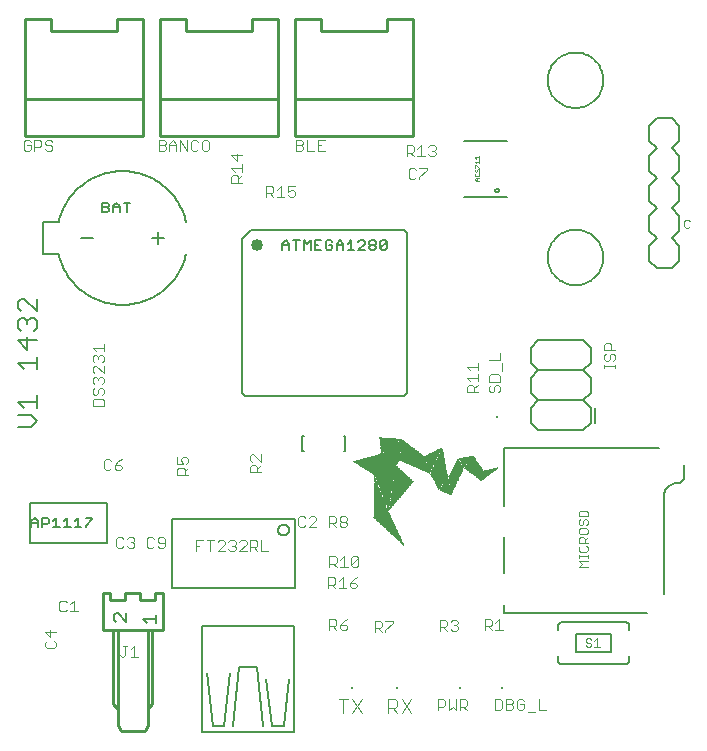
<source format=gto>
G75*
%MOIN*%
%OFA0B0*%
%FSLAX24Y24*%
%IPPOS*%
%LPD*%
%AMOC8*
5,1,8,0,0,1.08239X$1,22.5*
%
%ADD10C,0.0060*%
%ADD11C,0.0030*%
%ADD12C,0.0080*%
%ADD13C,0.0401*%
%ADD14C,0.0070*%
%ADD15R,0.0079X0.0079*%
%ADD16C,0.0040*%
%ADD17C,0.0050*%
%ADD18C,0.0100*%
%ADD19C,0.0020*%
%ADD20C,0.0010*%
%ADD21R,0.0003X0.0003*%
%ADD22R,0.0005X0.0003*%
%ADD23R,0.0008X0.0003*%
%ADD24R,0.0010X0.0003*%
%ADD25R,0.0013X0.0003*%
%ADD26R,0.0015X0.0003*%
%ADD27R,0.0018X0.0003*%
%ADD28R,0.0020X0.0003*%
%ADD29R,0.0022X0.0003*%
%ADD30R,0.0025X0.0003*%
%ADD31R,0.0027X0.0003*%
%ADD32R,0.0030X0.0003*%
%ADD33R,0.0035X0.0003*%
%ADD34R,0.0037X0.0003*%
%ADD35R,0.0040X0.0003*%
%ADD36R,0.0043X0.0003*%
%ADD37R,0.0045X0.0003*%
%ADD38R,0.0047X0.0003*%
%ADD39R,0.0053X0.0003*%
%ADD40R,0.0055X0.0003*%
%ADD41R,0.0057X0.0003*%
%ADD42R,0.0060X0.0003*%
%ADD43R,0.0063X0.0003*%
%ADD44R,0.0065X0.0003*%
%ADD45R,0.0070X0.0003*%
%ADD46R,0.0073X0.0003*%
%ADD47R,0.0075X0.0003*%
%ADD48R,0.0077X0.0003*%
%ADD49R,0.0080X0.0003*%
%ADD50R,0.0083X0.0003*%
%ADD51R,0.0088X0.0003*%
%ADD52R,0.0090X0.0003*%
%ADD53R,0.0092X0.0003*%
%ADD54R,0.0095X0.0003*%
%ADD55R,0.0098X0.0003*%
%ADD56R,0.0100X0.0003*%
%ADD57R,0.0103X0.0003*%
%ADD58R,0.0105X0.0003*%
%ADD59R,0.0107X0.0003*%
%ADD60R,0.0110X0.0003*%
%ADD61R,0.0113X0.0003*%
%ADD62R,0.0115X0.0003*%
%ADD63R,0.0118X0.0003*%
%ADD64R,0.0120X0.0003*%
%ADD65R,0.0123X0.0003*%
%ADD66R,0.0125X0.0003*%
%ADD67R,0.0127X0.0003*%
%ADD68R,0.0130X0.0003*%
%ADD69R,0.0133X0.0003*%
%ADD70R,0.0135X0.0003*%
%ADD71R,0.0140X0.0003*%
%ADD72R,0.0143X0.0003*%
%ADD73R,0.0145X0.0003*%
%ADD74R,0.0147X0.0003*%
%ADD75R,0.0150X0.0003*%
%ADD76R,0.0153X0.0003*%
%ADD77R,0.0155X0.0003*%
%ADD78R,0.0158X0.0003*%
%ADD79R,0.0160X0.0003*%
%ADD80R,0.0163X0.0003*%
%ADD81R,0.0165X0.0003*%
%ADD82R,0.0168X0.0003*%
%ADD83R,0.0170X0.0003*%
%ADD84R,0.0175X0.0003*%
%ADD85R,0.0177X0.0003*%
%ADD86R,0.0180X0.0003*%
%ADD87R,0.0182X0.0003*%
%ADD88R,0.0185X0.0003*%
%ADD89R,0.0187X0.0003*%
%ADD90R,0.0190X0.0003*%
%ADD91R,0.0193X0.0003*%
%ADD92R,0.0195X0.0003*%
%ADD93R,0.0198X0.0003*%
%ADD94R,0.0200X0.0003*%
%ADD95R,0.0203X0.0003*%
%ADD96R,0.0205X0.0003*%
%ADD97R,0.0208X0.0003*%
%ADD98R,0.0210X0.0003*%
%ADD99R,0.0213X0.0003*%
%ADD100R,0.0215X0.0003*%
%ADD101R,0.0217X0.0003*%
%ADD102R,0.0220X0.0003*%
%ADD103R,0.0222X0.0003*%
%ADD104R,0.0225X0.0003*%
%ADD105R,0.0230X0.0003*%
%ADD106R,0.0233X0.0003*%
%ADD107R,0.0235X0.0003*%
%ADD108R,0.0238X0.0003*%
%ADD109R,0.0240X0.0003*%
%ADD110R,0.0243X0.0003*%
%ADD111R,0.0245X0.0003*%
%ADD112R,0.0248X0.0003*%
%ADD113R,0.0250X0.0003*%
%ADD114R,0.0253X0.0003*%
%ADD115R,0.0255X0.0003*%
%ADD116R,0.0257X0.0003*%
%ADD117R,0.0260X0.0003*%
%ADD118R,0.0265X0.0003*%
%ADD119R,0.0267X0.0003*%
%ADD120R,0.0270X0.0003*%
%ADD121R,0.0273X0.0003*%
%ADD122R,0.0275X0.0003*%
%ADD123R,0.0278X0.0003*%
%ADD124R,0.0283X0.0003*%
%ADD125R,0.0285X0.0003*%
%ADD126R,0.0288X0.0003*%
%ADD127R,0.0290X0.0003*%
%ADD128R,0.0293X0.0003*%
%ADD129R,0.0295X0.0003*%
%ADD130R,0.0297X0.0003*%
%ADD131R,0.0300X0.0003*%
%ADD132R,0.0302X0.0003*%
%ADD133R,0.0305X0.0003*%
%ADD134R,0.0308X0.0003*%
%ADD135R,0.0310X0.0003*%
%ADD136R,0.0313X0.0003*%
%ADD137R,0.0318X0.0003*%
%ADD138R,0.0320X0.0003*%
%ADD139R,0.0323X0.0003*%
%ADD140R,0.0325X0.0003*%
%ADD141R,0.0328X0.0003*%
%ADD142R,0.0330X0.0003*%
%ADD143R,0.0335X0.0003*%
%ADD144R,0.0338X0.0003*%
%ADD145R,0.0340X0.0003*%
%ADD146R,0.0343X0.0003*%
%ADD147R,0.0345X0.0003*%
%ADD148R,0.0348X0.0003*%
%ADD149R,0.0352X0.0003*%
%ADD150R,0.0355X0.0003*%
%ADD151R,0.0357X0.0003*%
%ADD152R,0.0360X0.0003*%
%ADD153R,0.0362X0.0003*%
%ADD154R,0.0365X0.0003*%
%ADD155R,0.0370X0.0003*%
%ADD156R,0.0372X0.0003*%
%ADD157R,0.0375X0.0003*%
%ADD158R,0.0377X0.0003*%
%ADD159R,0.0380X0.0003*%
%ADD160R,0.0382X0.0003*%
%ADD161R,0.0385X0.0003*%
%ADD162R,0.0388X0.0003*%
%ADD163R,0.0390X0.0003*%
%ADD164R,0.0393X0.0003*%
%ADD165R,0.0395X0.0003*%
%ADD166R,0.0398X0.0003*%
%ADD167R,0.0400X0.0003*%
%ADD168R,0.0405X0.0003*%
%ADD169R,0.0408X0.0003*%
%ADD170R,0.0410X0.0003*%
%ADD171R,0.0413X0.0003*%
%ADD172R,0.0415X0.0003*%
%ADD173R,0.0418X0.0003*%
%ADD174R,0.0420X0.0003*%
%ADD175R,0.0423X0.0003*%
%ADD176R,0.0425X0.0003*%
%ADD177R,0.0428X0.0003*%
%ADD178R,0.0430X0.0003*%
%ADD179R,0.0432X0.0003*%
%ADD180R,0.0435X0.0003*%
%ADD181R,0.0437X0.0003*%
%ADD182R,0.0440X0.0003*%
%ADD183R,0.0442X0.0003*%
%ADD184R,0.0445X0.0003*%
%ADD185R,0.0447X0.0003*%
%ADD186R,0.0450X0.0003*%
%ADD187R,0.0452X0.0003*%
%ADD188R,0.0455X0.0003*%
%ADD189R,0.0457X0.0003*%
%ADD190R,0.0460X0.0003*%
%ADD191R,0.0462X0.0003*%
%ADD192R,0.0465X0.0003*%
%ADD193R,0.0468X0.0003*%
%ADD194R,0.0470X0.0003*%
%ADD195R,0.0473X0.0003*%
%ADD196R,0.0475X0.0003*%
%ADD197R,0.0478X0.0003*%
%ADD198R,0.0480X0.0003*%
%ADD199R,0.0483X0.0003*%
%ADD200R,0.0485X0.0003*%
%ADD201R,0.0488X0.0003*%
%ADD202R,0.0490X0.0003*%
%ADD203R,0.0493X0.0003*%
%ADD204R,0.0495X0.0003*%
%ADD205R,0.0498X0.0003*%
%ADD206R,0.0500X0.0003*%
%ADD207R,0.0503X0.0003*%
%ADD208R,0.0505X0.0003*%
%ADD209R,0.0508X0.0003*%
%ADD210R,0.0512X0.0003*%
%ADD211R,0.0515X0.0003*%
%ADD212R,0.0517X0.0003*%
%ADD213R,0.0520X0.0003*%
%ADD214R,0.0522X0.0003*%
%ADD215R,0.0525X0.0003*%
%ADD216R,0.0527X0.0003*%
%ADD217R,0.0530X0.0003*%
%ADD218R,0.0532X0.0003*%
%ADD219R,0.0535X0.0003*%
%ADD220R,0.0537X0.0003*%
%ADD221R,0.0540X0.0003*%
%ADD222R,0.0543X0.0003*%
%ADD223R,0.0548X0.0003*%
%ADD224R,0.0550X0.0003*%
%ADD225R,0.0553X0.0003*%
%ADD226R,0.0555X0.0003*%
%ADD227R,0.0558X0.0003*%
%ADD228R,0.0560X0.0003*%
%ADD229R,0.0565X0.0003*%
%ADD230R,0.0568X0.0003*%
%ADD231R,0.0563X0.0003*%
%ADD232R,0.0050X0.0003*%
%ADD233R,0.0067X0.0003*%
%ADD234R,0.0085X0.0003*%
%ADD235R,0.0350X0.0003*%
%ADD236R,0.0280X0.0003*%
%ADD237R,0.0227X0.0003*%
%ADD238R,0.0173X0.0003*%
%ADD239R,0.0315X0.0003*%
%ADD240R,0.0333X0.0003*%
%ADD241R,0.0032X0.0003*%
%ADD242R,0.0403X0.0003*%
%ADD243R,0.0138X0.0003*%
%ADD244R,0.0367X0.0003*%
%ADD245R,0.0262X0.0003*%
%ADD246R,0.0510X0.0003*%
%ADD247R,0.0545X0.0003*%
%ADD248R,0.0570X0.0003*%
%ADD249R,0.0573X0.0003*%
%ADD250R,0.0575X0.0003*%
%ADD251R,0.0578X0.0003*%
%ADD252R,0.0580X0.0003*%
%ADD253R,0.0583X0.0003*%
%ADD254R,0.0585X0.0003*%
%ADD255R,0.0587X0.0003*%
%ADD256R,0.0590X0.0003*%
%ADD257R,0.0592X0.0003*%
%ADD258R,0.0595X0.0003*%
%ADD259R,0.0597X0.0003*%
%ADD260R,0.0600X0.0003*%
%ADD261R,0.0602X0.0003*%
%ADD262R,0.0605X0.0003*%
%ADD263R,0.0607X0.0003*%
%ADD264R,0.0610X0.0003*%
%ADD265R,0.0612X0.0003*%
%ADD266R,0.0615X0.0003*%
%ADD267R,0.0617X0.0003*%
%ADD268R,0.0620X0.0003*%
%ADD269R,0.0623X0.0003*%
%ADD270R,0.0625X0.0003*%
%ADD271R,0.0628X0.0003*%
%ADD272R,0.0630X0.0003*%
%ADD273R,0.0633X0.0003*%
%ADD274R,0.0635X0.0003*%
%ADD275R,0.0638X0.0003*%
%ADD276R,0.0640X0.0003*%
%ADD277R,0.0643X0.0003*%
%ADD278R,0.0645X0.0003*%
%ADD279R,0.0648X0.0003*%
%ADD280R,0.0650X0.0003*%
%ADD281R,0.0653X0.0003*%
%ADD282R,0.0655X0.0003*%
%ADD283R,0.0663X0.0003*%
%ADD284R,0.0675X0.0003*%
%ADD285R,0.0683X0.0003*%
%ADD286R,0.0693X0.0003*%
%ADD287R,0.0705X0.0003*%
%ADD288R,0.0712X0.0003*%
%ADD289R,0.0725X0.0003*%
%ADD290R,0.0732X0.0003*%
%ADD291R,0.0742X0.0003*%
%ADD292R,0.0755X0.0003*%
%ADD293R,0.0762X0.0003*%
%ADD294R,0.0772X0.0003*%
%ADD295R,0.0785X0.0003*%
%ADD296R,0.0793X0.0003*%
%ADD297R,0.0803X0.0003*%
%ADD298R,0.0813X0.0003*%
%ADD299R,0.0823X0.0003*%
%ADD300R,0.0833X0.0003*%
%ADD301R,0.0843X0.0003*%
%ADD302R,0.0853X0.0003*%
%ADD303R,0.0862X0.0003*%
%ADD304R,0.0872X0.0003*%
%ADD305R,0.0882X0.0003*%
%ADD306R,0.0892X0.0003*%
%ADD307R,0.0902X0.0003*%
%ADD308R,0.0912X0.0003*%
%ADD309R,0.0922X0.0003*%
%ADD310R,0.0930X0.0003*%
%ADD311R,0.0943X0.0003*%
%ADD312R,0.0953X0.0003*%
%ADD313R,0.0963X0.0003*%
%ADD314R,0.0973X0.0003*%
%ADD315R,0.0980X0.0003*%
%ADD316R,0.0993X0.0003*%
%ADD317R,0.1000X0.0003*%
%ADD318R,0.1010X0.0003*%
%ADD319R,0.1022X0.0003*%
%ADD320R,0.1030X0.0003*%
%ADD321R,0.1043X0.0003*%
%ADD322R,0.1050X0.0003*%
%ADD323R,0.1060X0.0003*%
%ADD324R,0.1073X0.0003*%
%ADD325R,0.1080X0.0003*%
%ADD326R,0.1090X0.0003*%
%ADD327R,0.1100X0.0003*%
%ADD328R,0.1110X0.0003*%
%ADD329R,0.1123X0.0003*%
%ADD330R,0.1130X0.0003*%
%ADD331R,0.1140X0.0003*%
%ADD332R,0.1145X0.0003*%
%ADD333R,0.1103X0.0003*%
%ADD334R,0.1078X0.0003*%
%ADD335R,0.1058X0.0003*%
%ADD336R,0.1032X0.0003*%
%ADD337R,0.1013X0.0003*%
%ADD338R,0.0968X0.0003*%
%ADD339R,0.0948X0.0003*%
%ADD340R,0.0925X0.0003*%
%ADD341R,0.0860X0.0003*%
%ADD342R,0.0838X0.0003*%
%ADD343R,0.0815X0.0003*%
%ADD344R,0.0747X0.0003*%
%ADD345R,0.0727X0.0003*%
%ADD346R,0.0660X0.0003*%
%ADD347R,0.0658X0.0003*%
%ADD348R,0.0668X0.0003*%
%ADD349R,0.0680X0.0003*%
%ADD350R,0.0703X0.0003*%
%ADD351R,0.0685X0.0003*%
%ADD352R,0.0750X0.0003*%
%ADD353R,0.0690X0.0003*%
%ADD354R,0.0770X0.0003*%
%ADD355R,0.0695X0.0003*%
%ADD356R,0.0795X0.0003*%
%ADD357R,0.0700X0.0003*%
%ADD358R,0.0818X0.0003*%
%ADD359R,0.0840X0.0003*%
%ADD360R,0.0710X0.0003*%
%ADD361R,0.0715X0.0003*%
%ADD362R,0.0885X0.0003*%
%ADD363R,0.0720X0.0003*%
%ADD364R,0.0907X0.0003*%
%ADD365R,0.0730X0.0003*%
%ADD366R,0.0735X0.0003*%
%ADD367R,0.0978X0.0003*%
%ADD368R,0.0740X0.0003*%
%ADD369R,0.0998X0.0003*%
%ADD370R,0.0745X0.0003*%
%ADD371R,0.1045X0.0003*%
%ADD372R,0.1065X0.0003*%
%ADD373R,0.0765X0.0003*%
%ADD374R,0.1113X0.0003*%
%ADD375R,0.1135X0.0003*%
%ADD376R,0.0775X0.0003*%
%ADD377R,0.1158X0.0003*%
%ADD378R,0.0780X0.0003*%
%ADD379R,0.1177X0.0003*%
%ADD380R,0.1168X0.0003*%
%ADD381R,0.0790X0.0003*%
%ADD382R,0.1153X0.0003*%
%ADD383R,0.0800X0.0003*%
%ADD384R,0.1128X0.0003*%
%ADD385R,0.0808X0.0003*%
%ADD386R,0.1115X0.0003*%
%ADD387R,0.0788X0.0003*%
%ADD388R,0.1063X0.0003*%
%ADD389R,0.0757X0.0003*%
%ADD390R,0.1038X0.0003*%
%ADD391R,0.1025X0.0003*%
%ADD392R,0.0698X0.0003*%
%ADD393R,0.0985X0.0003*%
%ADD394R,0.0960X0.0003*%
%ADD395R,0.0933X0.0003*%
%ADD396R,0.0920X0.0003*%
%ADD397R,0.0910X0.0003*%
%ADD398R,0.0895X0.0003*%
%ADD399R,0.0870X0.0003*%
%ADD400R,0.0855X0.0003*%
%ADD401R,0.0820X0.0003*%
%ADD402R,0.0805X0.0003*%
%ADD403R,0.0752X0.0003*%
%ADD404R,0.0670X0.0003*%
%ADD405R,0.0767X0.0003*%
%ADD406R,0.0760X0.0003*%
%ADD407R,0.0722X0.0003*%
%ADD408R,0.0707X0.0003*%
%ADD409R,0.0688X0.0003*%
%ADD410R,0.0678X0.0003*%
%ADD411R,0.0673X0.0003*%
%ADD412R,0.0665X0.0003*%
D10*
X010786Y010348D02*
X010786Y012652D01*
X014881Y012652D01*
X014881Y010348D01*
X010786Y010348D01*
X014316Y012268D02*
X014318Y012294D01*
X014324Y012320D01*
X014333Y012345D01*
X014346Y012368D01*
X014362Y012389D01*
X014381Y012407D01*
X014403Y012423D01*
X014426Y012435D01*
X014451Y012443D01*
X014477Y012448D01*
X014504Y012449D01*
X014530Y012446D01*
X014555Y012439D01*
X014580Y012429D01*
X014602Y012415D01*
X014623Y012398D01*
X014640Y012379D01*
X014655Y012357D01*
X014666Y012333D01*
X014674Y012307D01*
X014678Y012281D01*
X014678Y012255D01*
X014674Y012229D01*
X014666Y012203D01*
X014655Y012179D01*
X014640Y012157D01*
X014623Y012138D01*
X014602Y012121D01*
X014580Y012107D01*
X014555Y012097D01*
X014530Y012090D01*
X014504Y012087D01*
X014477Y012088D01*
X014451Y012093D01*
X014426Y012101D01*
X014403Y012113D01*
X014381Y012129D01*
X014362Y012147D01*
X014346Y012168D01*
X014333Y012191D01*
X014324Y012216D01*
X014318Y012242D01*
X014316Y012268D01*
X006278Y015902D02*
X006065Y016115D01*
X005638Y016115D01*
X005851Y016333D02*
X005638Y016546D01*
X006278Y016546D01*
X006278Y016333D02*
X006278Y016760D01*
X006278Y015902D02*
X006065Y015688D01*
X005638Y015688D01*
X005851Y017622D02*
X005638Y017835D01*
X006278Y017835D01*
X006278Y017622D02*
X006278Y018049D01*
X005958Y018266D02*
X005958Y018693D01*
X006171Y018911D02*
X006278Y019018D01*
X006278Y019231D01*
X006171Y019338D01*
X006065Y019338D01*
X005958Y019231D01*
X005958Y019125D01*
X005958Y019231D02*
X005851Y019338D01*
X005744Y019338D01*
X005638Y019231D01*
X005638Y019018D01*
X005744Y018911D01*
X005638Y018587D02*
X005958Y018266D01*
X006278Y018587D02*
X005638Y018587D01*
X005744Y019556D02*
X005638Y019662D01*
X005638Y019876D01*
X005744Y019983D01*
X005851Y019983D01*
X006278Y019556D01*
X006278Y019983D01*
X020517Y023373D02*
X021937Y023373D01*
X021937Y025233D02*
X020517Y025233D01*
X023306Y027260D02*
X023308Y027320D01*
X023314Y027381D01*
X023324Y027440D01*
X023338Y027499D01*
X023355Y027557D01*
X023376Y027614D01*
X023401Y027669D01*
X023430Y027722D01*
X023462Y027774D01*
X023497Y027823D01*
X023536Y027870D01*
X023577Y027914D01*
X023621Y027955D01*
X023668Y027994D01*
X023717Y028029D01*
X023768Y028061D01*
X023822Y028090D01*
X023877Y028115D01*
X023934Y028136D01*
X023992Y028153D01*
X024051Y028167D01*
X024110Y028177D01*
X024171Y028183D01*
X024231Y028185D01*
X024291Y028183D01*
X024352Y028177D01*
X024411Y028167D01*
X024470Y028153D01*
X024528Y028136D01*
X024585Y028115D01*
X024640Y028090D01*
X024693Y028061D01*
X024745Y028029D01*
X024794Y027994D01*
X024841Y027955D01*
X024885Y027914D01*
X024926Y027870D01*
X024965Y027823D01*
X025000Y027774D01*
X025032Y027723D01*
X025061Y027669D01*
X025086Y027614D01*
X025107Y027557D01*
X025124Y027499D01*
X025138Y027440D01*
X025148Y027381D01*
X025154Y027320D01*
X025156Y027260D01*
X025154Y027200D01*
X025148Y027139D01*
X025138Y027080D01*
X025124Y027021D01*
X025107Y026963D01*
X025086Y026906D01*
X025061Y026851D01*
X025032Y026798D01*
X025000Y026746D01*
X024965Y026697D01*
X024926Y026650D01*
X024885Y026606D01*
X024841Y026565D01*
X024794Y026526D01*
X024745Y026491D01*
X024694Y026459D01*
X024640Y026430D01*
X024585Y026405D01*
X024528Y026384D01*
X024470Y026367D01*
X024411Y026353D01*
X024352Y026343D01*
X024291Y026337D01*
X024231Y026335D01*
X024171Y026337D01*
X024110Y026343D01*
X024051Y026353D01*
X023992Y026367D01*
X023934Y026384D01*
X023877Y026405D01*
X023822Y026430D01*
X023769Y026459D01*
X023717Y026491D01*
X023668Y026526D01*
X023621Y026565D01*
X023577Y026606D01*
X023536Y026650D01*
X023497Y026697D01*
X023462Y026746D01*
X023430Y026797D01*
X023401Y026851D01*
X023376Y026906D01*
X023355Y026963D01*
X023338Y027021D01*
X023324Y027080D01*
X023314Y027139D01*
X023308Y027200D01*
X023306Y027260D01*
X023306Y021354D02*
X023308Y021414D01*
X023314Y021475D01*
X023324Y021534D01*
X023338Y021593D01*
X023355Y021651D01*
X023376Y021708D01*
X023401Y021763D01*
X023430Y021816D01*
X023462Y021868D01*
X023497Y021917D01*
X023536Y021964D01*
X023577Y022008D01*
X023621Y022049D01*
X023668Y022088D01*
X023717Y022123D01*
X023768Y022155D01*
X023822Y022184D01*
X023877Y022209D01*
X023934Y022230D01*
X023992Y022247D01*
X024051Y022261D01*
X024110Y022271D01*
X024171Y022277D01*
X024231Y022279D01*
X024291Y022277D01*
X024352Y022271D01*
X024411Y022261D01*
X024470Y022247D01*
X024528Y022230D01*
X024585Y022209D01*
X024640Y022184D01*
X024693Y022155D01*
X024745Y022123D01*
X024794Y022088D01*
X024841Y022049D01*
X024885Y022008D01*
X024926Y021964D01*
X024965Y021917D01*
X025000Y021868D01*
X025032Y021817D01*
X025061Y021763D01*
X025086Y021708D01*
X025107Y021651D01*
X025124Y021593D01*
X025138Y021534D01*
X025148Y021475D01*
X025154Y021414D01*
X025156Y021354D01*
X025154Y021294D01*
X025148Y021233D01*
X025138Y021174D01*
X025124Y021115D01*
X025107Y021057D01*
X025086Y021000D01*
X025061Y020945D01*
X025032Y020892D01*
X025000Y020840D01*
X024965Y020791D01*
X024926Y020744D01*
X024885Y020700D01*
X024841Y020659D01*
X024794Y020620D01*
X024745Y020585D01*
X024694Y020553D01*
X024640Y020524D01*
X024585Y020499D01*
X024528Y020478D01*
X024470Y020461D01*
X024411Y020447D01*
X024352Y020437D01*
X024291Y020431D01*
X024231Y020429D01*
X024171Y020431D01*
X024110Y020437D01*
X024051Y020447D01*
X023992Y020461D01*
X023934Y020478D01*
X023877Y020499D01*
X023822Y020524D01*
X023769Y020553D01*
X023717Y020585D01*
X023668Y020620D01*
X023621Y020659D01*
X023577Y020700D01*
X023536Y020744D01*
X023497Y020791D01*
X023462Y020840D01*
X023430Y020891D01*
X023401Y020945D01*
X023376Y021000D01*
X023355Y021057D01*
X023338Y021115D01*
X023324Y021174D01*
X023314Y021233D01*
X023308Y021294D01*
X023306Y021354D01*
D11*
X006608Y008326D02*
X006547Y008387D01*
X006547Y008508D01*
X006608Y008569D01*
X006729Y008689D02*
X006729Y008931D01*
X006911Y008871D02*
X006547Y008871D01*
X006729Y008689D01*
X006851Y008569D02*
X006911Y008508D01*
X006911Y008387D01*
X006851Y008326D01*
X006608Y008326D01*
X007090Y009554D02*
X007211Y009554D01*
X007272Y009615D01*
X007392Y009554D02*
X007635Y009554D01*
X007513Y009554D02*
X007513Y009918D01*
X007392Y009797D01*
X007272Y009858D02*
X007211Y009918D01*
X007090Y009918D01*
X007029Y009858D01*
X007029Y009615D01*
X007090Y009554D01*
X008973Y011671D02*
X009097Y011671D01*
X009159Y011732D01*
X009280Y011732D02*
X009342Y011671D01*
X009465Y011671D01*
X009527Y011732D01*
X009527Y011794D01*
X009465Y011856D01*
X009403Y011856D01*
X009465Y011856D02*
X009527Y011917D01*
X009527Y011979D01*
X009465Y012041D01*
X009342Y012041D01*
X009280Y011979D01*
X009159Y011979D02*
X009097Y012041D01*
X008973Y012041D01*
X008912Y011979D01*
X008912Y011732D01*
X008973Y011671D01*
X009934Y011731D02*
X009995Y011670D01*
X010116Y011670D01*
X010177Y011731D01*
X010297Y011731D02*
X010358Y011670D01*
X010479Y011670D01*
X010540Y011731D01*
X010540Y011973D01*
X010479Y012034D01*
X010358Y012034D01*
X010297Y011973D01*
X010297Y011913D01*
X010358Y011852D01*
X010540Y011852D01*
X010177Y011973D02*
X010116Y012034D01*
X009995Y012034D01*
X009934Y011973D01*
X009934Y011731D01*
X011575Y011748D02*
X011696Y011748D01*
X011575Y011566D02*
X011575Y011930D01*
X011817Y011930D01*
X011937Y011930D02*
X012180Y011930D01*
X012058Y011930D02*
X012058Y011566D01*
X012300Y011566D02*
X012542Y011809D01*
X012542Y011870D01*
X012482Y011930D01*
X012360Y011930D01*
X012300Y011870D01*
X012300Y011566D02*
X012542Y011566D01*
X012662Y011627D02*
X012723Y011566D01*
X012844Y011566D01*
X012905Y011627D01*
X012905Y011688D01*
X012844Y011748D01*
X012783Y011748D01*
X012844Y011748D02*
X012905Y011809D01*
X012905Y011870D01*
X012844Y011930D01*
X012723Y011930D01*
X012662Y011870D01*
X013025Y011870D02*
X013085Y011930D01*
X013207Y011930D01*
X013267Y011870D01*
X013267Y011809D01*
X013025Y011566D01*
X013267Y011566D01*
X013387Y011566D02*
X013387Y011930D01*
X013569Y011930D01*
X013630Y011870D01*
X013630Y011748D01*
X013569Y011688D01*
X013387Y011688D01*
X013508Y011688D02*
X013630Y011566D01*
X013750Y011566D02*
X013992Y011566D01*
X013750Y011566D02*
X013750Y011930D01*
X014983Y012428D02*
X015044Y012367D01*
X015165Y012367D01*
X015226Y012428D01*
X015346Y012367D02*
X015589Y012610D01*
X015589Y012670D01*
X015528Y012731D01*
X015407Y012731D01*
X015346Y012670D01*
X015226Y012670D02*
X015165Y012731D01*
X015044Y012731D01*
X014983Y012670D01*
X014983Y012428D01*
X015346Y012367D02*
X015589Y012367D01*
X015998Y012365D02*
X015998Y012735D01*
X016183Y012735D01*
X016245Y012674D01*
X016245Y012550D01*
X016183Y012488D01*
X015998Y012488D01*
X016122Y012488D02*
X016245Y012365D01*
X016367Y012427D02*
X016367Y012488D01*
X016428Y012550D01*
X016552Y012550D01*
X016614Y012488D01*
X016614Y012427D01*
X016552Y012365D01*
X016428Y012365D01*
X016367Y012427D01*
X016428Y012550D02*
X016367Y012612D01*
X016367Y012674D01*
X016428Y012735D01*
X016552Y012735D01*
X016614Y012674D01*
X016614Y012612D01*
X016552Y012550D01*
X016510Y011389D02*
X016510Y011025D01*
X016389Y011025D02*
X016632Y011025D01*
X016752Y011086D02*
X016994Y011328D01*
X016994Y011086D01*
X016934Y011025D01*
X016812Y011025D01*
X016752Y011086D01*
X016752Y011328D01*
X016812Y011389D01*
X016934Y011389D01*
X016994Y011328D01*
X016510Y011389D02*
X016389Y011268D01*
X016269Y011328D02*
X016269Y011207D01*
X016209Y011146D01*
X016027Y011146D01*
X016148Y011146D02*
X016269Y011025D01*
X016027Y011025D02*
X016027Y011389D01*
X016209Y011389D01*
X016269Y011328D01*
X016169Y010694D02*
X016230Y010633D01*
X016230Y010512D01*
X016169Y010451D01*
X015987Y010451D01*
X015987Y010330D02*
X015987Y010694D01*
X016169Y010694D01*
X016350Y010573D02*
X016471Y010694D01*
X016471Y010330D01*
X016350Y010330D02*
X016592Y010330D01*
X016712Y010391D02*
X016773Y010330D01*
X016894Y010330D01*
X016955Y010391D01*
X016955Y010451D01*
X016894Y010512D01*
X016712Y010512D01*
X016712Y010391D01*
X016712Y010512D02*
X016834Y010633D01*
X016955Y010694D01*
X016230Y010330D02*
X016109Y010451D01*
X016020Y009300D02*
X016202Y009300D01*
X016262Y009240D01*
X016262Y009118D01*
X016202Y009058D01*
X016020Y009058D01*
X016141Y009058D02*
X016262Y008936D01*
X016382Y008997D02*
X016382Y009118D01*
X016564Y009118D01*
X016625Y009058D01*
X016625Y008997D01*
X016564Y008936D01*
X016443Y008936D01*
X016382Y008997D01*
X016382Y009118D02*
X016503Y009240D01*
X016625Y009300D01*
X016020Y009300D02*
X016020Y008936D01*
X017531Y008881D02*
X017531Y009245D01*
X017713Y009245D01*
X017773Y009184D01*
X017773Y009063D01*
X017713Y009002D01*
X017531Y009002D01*
X017652Y009002D02*
X017773Y008881D01*
X017893Y008881D02*
X017893Y008942D01*
X018136Y009184D01*
X018136Y009245D01*
X017893Y009245D01*
X019702Y009274D02*
X019702Y008910D01*
X019702Y009031D02*
X019884Y009031D01*
X019945Y009092D01*
X019945Y009213D01*
X019884Y009274D01*
X019702Y009274D01*
X019823Y009031D02*
X019945Y008910D01*
X020065Y008971D02*
X020125Y008910D01*
X020247Y008910D01*
X020307Y008971D01*
X020307Y009031D01*
X020247Y009092D01*
X020186Y009092D01*
X020247Y009092D02*
X020307Y009153D01*
X020307Y009213D01*
X020247Y009274D01*
X020125Y009274D01*
X020065Y009213D01*
X021198Y009300D02*
X021198Y008936D01*
X021198Y009058D02*
X021380Y009058D01*
X021441Y009118D01*
X021441Y009240D01*
X021380Y009300D01*
X021198Y009300D01*
X021320Y009058D02*
X021441Y008936D01*
X021561Y008936D02*
X021804Y008936D01*
X021682Y008936D02*
X021682Y009300D01*
X021561Y009179D01*
X021548Y006638D02*
X021730Y006638D01*
X021791Y006577D01*
X021791Y006334D01*
X021730Y006274D01*
X021548Y006274D01*
X021548Y006638D01*
X021910Y006638D02*
X021910Y006274D01*
X022092Y006274D01*
X022153Y006334D01*
X022153Y006395D01*
X022092Y006456D01*
X021910Y006456D01*
X021910Y006638D02*
X022092Y006638D01*
X022153Y006577D01*
X022153Y006516D01*
X022092Y006456D01*
X022273Y006577D02*
X022273Y006334D01*
X022334Y006274D01*
X022455Y006274D01*
X022516Y006334D01*
X022516Y006456D01*
X022394Y006456D01*
X022273Y006577D02*
X022334Y006638D01*
X022455Y006638D01*
X022516Y006577D01*
X022635Y006213D02*
X022878Y006213D01*
X022998Y006274D02*
X022998Y006638D01*
X022998Y006274D02*
X023241Y006274D01*
X020616Y006255D02*
X020495Y006376D01*
X020555Y006376D02*
X020373Y006376D01*
X020373Y006255D02*
X020373Y006619D01*
X020555Y006619D01*
X020616Y006559D01*
X020616Y006437D01*
X020555Y006376D01*
X020254Y006255D02*
X020254Y006619D01*
X020011Y006619D02*
X020011Y006255D01*
X020132Y006376D01*
X020254Y006255D01*
X019891Y006437D02*
X019891Y006559D01*
X019830Y006619D01*
X019648Y006619D01*
X019648Y006255D01*
X019648Y006376D02*
X019830Y006376D01*
X019891Y006437D01*
X024348Y011051D02*
X024445Y011147D01*
X024348Y011244D01*
X024638Y011244D01*
X024638Y011345D02*
X024638Y011442D01*
X024638Y011394D02*
X024348Y011394D01*
X024348Y011442D02*
X024348Y011345D01*
X024396Y011542D02*
X024590Y011542D01*
X024638Y011590D01*
X024638Y011687D01*
X024590Y011735D01*
X024638Y011836D02*
X024348Y011836D01*
X024348Y011982D01*
X024396Y012030D01*
X024493Y012030D01*
X024542Y011982D01*
X024542Y011836D01*
X024542Y011933D02*
X024638Y012030D01*
X024590Y012131D02*
X024638Y012179D01*
X024638Y012276D01*
X024590Y012325D01*
X024396Y012325D01*
X024348Y012276D01*
X024348Y012179D01*
X024396Y012131D01*
X024590Y012131D01*
X024590Y012426D02*
X024638Y012474D01*
X024638Y012571D01*
X024590Y012619D01*
X024542Y012619D01*
X024493Y012571D01*
X024493Y012474D01*
X024445Y012426D01*
X024396Y012426D01*
X024348Y012474D01*
X024348Y012571D01*
X024396Y012619D01*
X024348Y012720D02*
X024348Y012865D01*
X024396Y012914D01*
X024590Y012914D01*
X024638Y012865D01*
X024638Y012720D01*
X024348Y012720D01*
X024396Y011735D02*
X024348Y011687D01*
X024348Y011590D01*
X024396Y011542D01*
X024348Y011051D02*
X024638Y011051D01*
X021651Y016854D02*
X021712Y016914D01*
X021712Y017036D01*
X021651Y017096D01*
X021591Y017096D01*
X021530Y017036D01*
X021530Y016914D01*
X021469Y016854D01*
X021409Y016854D01*
X021348Y016914D01*
X021348Y017036D01*
X021409Y017096D01*
X021348Y017216D02*
X021348Y017398D01*
X021409Y017459D01*
X021651Y017459D01*
X021712Y017398D01*
X021712Y017216D01*
X021348Y017216D01*
X020972Y017230D02*
X020972Y017473D01*
X020972Y017592D02*
X020972Y017835D01*
X020972Y017714D02*
X020608Y017714D01*
X020729Y017592D01*
X020608Y017351D02*
X020972Y017351D01*
X020972Y017110D02*
X020851Y016989D01*
X020851Y017049D02*
X020851Y016867D01*
X020972Y016867D02*
X020608Y016867D01*
X020608Y017049D01*
X020669Y017110D01*
X020790Y017110D01*
X020851Y017049D01*
X020729Y017230D02*
X020608Y017351D01*
X021348Y017941D02*
X021712Y017941D01*
X021712Y018184D01*
X021773Y017821D02*
X021773Y017579D01*
X027852Y022390D02*
X027897Y022345D01*
X027987Y022345D01*
X028032Y022390D01*
X027852Y022390D02*
X027852Y022570D01*
X027897Y022615D01*
X027987Y022615D01*
X028032Y022570D01*
X019566Y024786D02*
X019506Y024725D01*
X019384Y024725D01*
X019324Y024786D01*
X019204Y024725D02*
X018961Y024725D01*
X018841Y024725D02*
X018720Y024847D01*
X018781Y024847D02*
X018599Y024847D01*
X018599Y024725D02*
X018599Y025089D01*
X018781Y025089D01*
X018841Y025029D01*
X018841Y024907D01*
X018781Y024847D01*
X018961Y024968D02*
X019083Y025089D01*
X019083Y024725D01*
X019027Y024345D02*
X019269Y024345D01*
X019269Y024284D01*
X019027Y024041D01*
X019027Y023981D01*
X018907Y024041D02*
X018846Y023981D01*
X018725Y023981D01*
X018664Y024041D01*
X018664Y024284D01*
X018725Y024345D01*
X018846Y024345D01*
X018907Y024284D01*
X019445Y024907D02*
X019506Y024907D01*
X019566Y024847D01*
X019566Y024786D01*
X019506Y024907D02*
X019566Y024968D01*
X019566Y025029D01*
X019506Y025089D01*
X019384Y025089D01*
X019324Y025029D01*
X014884Y023729D02*
X014642Y023729D01*
X014642Y023547D01*
X014763Y023607D01*
X014824Y023607D01*
X014884Y023547D01*
X014884Y023425D01*
X014824Y023365D01*
X014702Y023365D01*
X014642Y023425D01*
X014522Y023365D02*
X014279Y023365D01*
X014159Y023365D02*
X014038Y023486D01*
X014099Y023486D02*
X013917Y023486D01*
X013917Y023365D02*
X013917Y023729D01*
X014099Y023729D01*
X014159Y023668D01*
X014159Y023547D01*
X014099Y023486D01*
X014279Y023607D02*
X014401Y023729D01*
X014401Y023365D01*
X013117Y023850D02*
X012753Y023850D01*
X012753Y024032D01*
X012813Y024093D01*
X012935Y024093D01*
X012995Y024032D01*
X012995Y023850D01*
X012995Y023971D02*
X013117Y024093D01*
X013117Y024213D02*
X013117Y024455D01*
X013117Y024334D02*
X012753Y024334D01*
X012874Y024213D01*
X012935Y024575D02*
X012753Y024757D01*
X013117Y024757D01*
X012935Y024818D02*
X012935Y024575D01*
X008499Y018462D02*
X008499Y018219D01*
X008499Y018341D02*
X008135Y018341D01*
X008257Y018219D01*
X008257Y018099D02*
X008317Y018039D01*
X008378Y018099D01*
X008439Y018099D01*
X008499Y018039D01*
X008499Y017917D01*
X008439Y017857D01*
X008499Y017737D02*
X008499Y017494D01*
X008257Y017737D01*
X008196Y017737D01*
X008135Y017676D01*
X008135Y017555D01*
X008196Y017494D01*
X008196Y017374D02*
X008257Y017374D01*
X008317Y017314D01*
X008378Y017374D01*
X008439Y017374D01*
X008499Y017314D01*
X008499Y017192D01*
X008439Y017132D01*
X008439Y017012D02*
X008499Y016951D01*
X008499Y016830D01*
X008439Y016769D01*
X008439Y016649D02*
X008196Y016649D01*
X008135Y016589D01*
X008135Y016407D01*
X008499Y016407D01*
X008499Y016589D01*
X008439Y016649D01*
X008317Y016830D02*
X008317Y016951D01*
X008378Y017012D01*
X008439Y017012D01*
X008317Y016830D02*
X008257Y016769D01*
X008196Y016769D01*
X008135Y016830D01*
X008135Y016951D01*
X008196Y017012D01*
X008196Y017132D02*
X008135Y017192D01*
X008135Y017314D01*
X008196Y017374D01*
X008317Y017314D02*
X008317Y017253D01*
X008196Y017857D02*
X008135Y017917D01*
X008135Y018039D01*
X008196Y018099D01*
X008257Y018099D01*
X008317Y018039D02*
X008317Y017978D01*
X008565Y014623D02*
X008505Y014563D01*
X008505Y014320D01*
X008565Y014259D01*
X008687Y014259D01*
X008747Y014320D01*
X008867Y014320D02*
X008928Y014259D01*
X009049Y014259D01*
X009110Y014320D01*
X009110Y014381D01*
X009049Y014441D01*
X008867Y014441D01*
X008867Y014320D01*
X008867Y014441D02*
X008988Y014563D01*
X009110Y014623D01*
X008747Y014563D02*
X008687Y014623D01*
X008565Y014623D01*
X010954Y014713D02*
X010954Y014470D01*
X011136Y014470D01*
X011076Y014591D01*
X011076Y014652D01*
X011136Y014713D01*
X011258Y014713D01*
X011318Y014652D01*
X011318Y014531D01*
X011258Y014470D01*
X011318Y014350D02*
X011197Y014229D01*
X011197Y014290D02*
X011197Y014108D01*
X011318Y014108D02*
X010954Y014108D01*
X010954Y014290D01*
X011015Y014350D01*
X011136Y014350D01*
X011197Y014290D01*
X013372Y014368D02*
X013372Y014186D01*
X013736Y014186D01*
X013614Y014186D02*
X013614Y014368D01*
X013554Y014429D01*
X013432Y014429D01*
X013372Y014368D01*
X013432Y014549D02*
X013372Y014609D01*
X013372Y014731D01*
X013432Y014791D01*
X013493Y014791D01*
X013736Y014549D01*
X013736Y014791D01*
X013736Y014429D02*
X013614Y014308D01*
D12*
X015125Y014894D02*
X015125Y015406D01*
X015164Y015406D01*
X015164Y014894D02*
X015125Y014894D01*
X016503Y014894D02*
X016562Y014894D01*
X016562Y015406D01*
X016503Y015406D01*
X018518Y016744D02*
X013203Y016744D01*
X013105Y016843D01*
X013105Y021961D01*
X013400Y022256D01*
X018518Y022256D01*
X018617Y022157D01*
X018617Y016843D01*
X018518Y016744D01*
X021833Y015012D02*
X021833Y013083D01*
X021833Y012020D02*
X021833Y010839D01*
X021833Y009776D02*
X021833Y009500D01*
X026597Y009500D01*
X027188Y010130D02*
X027188Y013437D01*
X027187Y013437D02*
X027190Y013475D01*
X027196Y013513D01*
X027206Y013550D01*
X027220Y013586D01*
X027236Y013621D01*
X027256Y013653D01*
X027279Y013684D01*
X027305Y013713D01*
X027334Y013739D01*
X027365Y013762D01*
X027397Y013782D01*
X027432Y013798D01*
X027468Y013812D01*
X027505Y013822D01*
X027543Y013828D01*
X027581Y013831D01*
X027613Y013830D01*
X027644Y013834D01*
X027675Y013841D01*
X027705Y013852D01*
X027733Y013866D01*
X027759Y013884D01*
X027783Y013905D01*
X027804Y013929D01*
X027822Y013955D01*
X027836Y013983D01*
X027847Y014013D01*
X027854Y014044D01*
X027858Y014075D01*
X027857Y014107D01*
X027857Y014106D02*
X027857Y014421D01*
X027030Y015012D02*
X021833Y015012D01*
X022733Y015850D02*
X022733Y016350D01*
X022983Y016600D01*
X024483Y016600D01*
X024733Y016850D01*
X024733Y017350D01*
X024483Y017600D01*
X022983Y017600D01*
X022733Y017850D01*
X022733Y018350D01*
X022983Y018600D01*
X024483Y018600D01*
X024733Y018350D01*
X024733Y017850D01*
X024483Y017600D01*
X024483Y016600D02*
X024733Y016350D01*
X024733Y015850D01*
X024483Y015600D01*
X022983Y015600D01*
X022733Y015850D01*
X022983Y016600D02*
X022733Y016850D01*
X022733Y017350D01*
X022983Y017600D01*
X024865Y016350D02*
X024865Y015850D01*
X026933Y021000D02*
X026683Y021250D01*
X026683Y021750D01*
X026933Y022000D01*
X026683Y022250D01*
X026683Y022750D01*
X026933Y023000D01*
X026683Y023250D01*
X026683Y023750D01*
X026933Y024000D01*
X026683Y024250D01*
X026683Y024750D01*
X026933Y025000D01*
X026683Y025250D01*
X026683Y025750D01*
X026933Y026000D01*
X027433Y026000D01*
X027683Y025750D01*
X027683Y025250D01*
X027433Y025000D01*
X027683Y024750D01*
X027683Y024250D01*
X027433Y024000D01*
X027683Y023750D01*
X027683Y023250D01*
X027433Y023000D01*
X027683Y022750D01*
X027683Y022250D01*
X027433Y022000D01*
X027683Y021750D01*
X027683Y021250D01*
X027433Y021000D01*
X026933Y021000D01*
X021560Y023593D02*
X021562Y023608D01*
X021568Y023621D01*
X021577Y023633D01*
X021588Y023642D01*
X021602Y023648D01*
X021617Y023650D01*
X021632Y023648D01*
X021645Y023642D01*
X021657Y023633D01*
X021666Y023622D01*
X021672Y023608D01*
X021674Y023593D01*
X021672Y023578D01*
X021666Y023565D01*
X021657Y023553D01*
X021646Y023544D01*
X021632Y023538D01*
X021617Y023536D01*
X021602Y023538D01*
X021589Y023544D01*
X021577Y023553D01*
X021568Y023564D01*
X021562Y023578D01*
X021560Y023593D01*
X010522Y022000D02*
X010122Y022000D01*
X010322Y022200D02*
X010322Y021800D01*
X011251Y021468D02*
X011229Y021379D01*
X011203Y021291D01*
X011173Y021204D01*
X011140Y021119D01*
X011103Y021035D01*
X011063Y020952D01*
X011019Y020872D01*
X010972Y020793D01*
X010921Y020716D01*
X010868Y020642D01*
X010811Y020570D01*
X010751Y020500D01*
X010689Y020433D01*
X010624Y020368D01*
X010556Y020307D01*
X010485Y020248D01*
X010412Y020192D01*
X010337Y020140D01*
X010260Y020090D01*
X010180Y020044D01*
X010099Y020002D01*
X010016Y019962D01*
X009931Y019927D01*
X009845Y019894D01*
X009758Y019866D01*
X009670Y019841D01*
X009581Y019820D01*
X009490Y019803D01*
X009400Y019789D01*
X009308Y019780D01*
X009217Y019774D01*
X009125Y019772D01*
X009033Y019774D01*
X008942Y019780D01*
X008850Y019789D01*
X008760Y019803D01*
X008669Y019820D01*
X008580Y019841D01*
X008492Y019866D01*
X008405Y019894D01*
X008319Y019927D01*
X008234Y019962D01*
X008151Y020002D01*
X008070Y020044D01*
X007990Y020090D01*
X007913Y020140D01*
X007838Y020192D01*
X007765Y020248D01*
X007694Y020307D01*
X007626Y020368D01*
X007561Y020433D01*
X007499Y020500D01*
X007439Y020570D01*
X007382Y020642D01*
X007329Y020716D01*
X007278Y020793D01*
X007231Y020872D01*
X007187Y020952D01*
X007147Y021035D01*
X007110Y021119D01*
X007077Y021204D01*
X007047Y021291D01*
X007021Y021379D01*
X006999Y021468D01*
X006999Y021469D02*
X006467Y021469D01*
X006467Y022531D01*
X006999Y022531D01*
X007759Y022000D02*
X008159Y022000D01*
X006999Y022532D02*
X007021Y022621D01*
X007047Y022709D01*
X007077Y022796D01*
X007110Y022881D01*
X007147Y022965D01*
X007187Y023048D01*
X007231Y023128D01*
X007278Y023207D01*
X007329Y023284D01*
X007382Y023358D01*
X007439Y023430D01*
X007499Y023500D01*
X007561Y023567D01*
X007626Y023632D01*
X007694Y023693D01*
X007765Y023752D01*
X007838Y023808D01*
X007913Y023860D01*
X007990Y023910D01*
X008070Y023956D01*
X008151Y023998D01*
X008234Y024038D01*
X008319Y024073D01*
X008405Y024106D01*
X008492Y024134D01*
X008580Y024159D01*
X008669Y024180D01*
X008760Y024197D01*
X008850Y024211D01*
X008942Y024220D01*
X009033Y024226D01*
X009125Y024228D01*
X009217Y024226D01*
X009308Y024220D01*
X009400Y024211D01*
X009490Y024197D01*
X009581Y024180D01*
X009670Y024159D01*
X009758Y024134D01*
X009845Y024106D01*
X009931Y024073D01*
X010016Y024038D01*
X010099Y023998D01*
X010180Y023956D01*
X010260Y023910D01*
X010337Y023860D01*
X010412Y023808D01*
X010485Y023752D01*
X010556Y023693D01*
X010624Y023632D01*
X010689Y023567D01*
X010751Y023500D01*
X010811Y023430D01*
X010868Y023358D01*
X010921Y023284D01*
X010972Y023207D01*
X011019Y023128D01*
X011063Y023048D01*
X011103Y022965D01*
X011140Y022881D01*
X011173Y022796D01*
X011203Y022709D01*
X011229Y022621D01*
X011251Y022532D01*
X008623Y013161D02*
X006043Y013161D01*
X006043Y011839D01*
X008623Y011839D01*
X008623Y013161D01*
D13*
X013597Y021764D03*
D14*
X014459Y021764D02*
X014675Y021764D01*
X014675Y021818D02*
X014675Y021602D01*
X014675Y021818D02*
X014567Y021926D01*
X014459Y021818D01*
X014459Y021602D01*
X014929Y021602D02*
X014929Y021926D01*
X014821Y021926D02*
X015037Y021926D01*
X015184Y021926D02*
X015292Y021818D01*
X015400Y021926D01*
X015400Y021602D01*
X015546Y021602D02*
X015762Y021602D01*
X015909Y021656D02*
X015963Y021602D01*
X016071Y021602D01*
X016125Y021656D01*
X016125Y021764D01*
X016017Y021764D01*
X016125Y021872D02*
X016071Y021926D01*
X015963Y021926D01*
X015909Y021872D01*
X015909Y021656D01*
X015654Y021764D02*
X015546Y021764D01*
X015546Y021926D02*
X015546Y021602D01*
X015546Y021926D02*
X015762Y021926D01*
X016271Y021818D02*
X016271Y021602D01*
X016271Y021764D02*
X016487Y021764D01*
X016487Y021818D02*
X016487Y021602D01*
X016634Y021602D02*
X016850Y021602D01*
X016742Y021602D02*
X016742Y021926D01*
X016634Y021818D01*
X016487Y021818D02*
X016379Y021926D01*
X016271Y021818D01*
X016996Y021872D02*
X017050Y021926D01*
X017158Y021926D01*
X017212Y021872D01*
X017212Y021818D01*
X016996Y021602D01*
X017212Y021602D01*
X017359Y021656D02*
X017359Y021710D01*
X017413Y021764D01*
X017521Y021764D01*
X017575Y021710D01*
X017575Y021656D01*
X017521Y021602D01*
X017413Y021602D01*
X017359Y021656D01*
X017413Y021764D02*
X017359Y021818D01*
X017359Y021872D01*
X017413Y021926D01*
X017521Y021926D01*
X017575Y021872D01*
X017575Y021818D01*
X017521Y021764D01*
X017722Y021872D02*
X017776Y021926D01*
X017883Y021926D01*
X017937Y021872D01*
X017722Y021656D01*
X017776Y021602D01*
X017883Y021602D01*
X017937Y021656D01*
X017937Y021872D01*
X017722Y021872D02*
X017722Y021656D01*
X015184Y021602D02*
X015184Y021926D01*
X009394Y023184D02*
X009178Y023184D01*
X009286Y023184D02*
X009286Y022860D01*
X009032Y022860D02*
X009032Y023076D01*
X008924Y023184D01*
X008816Y023076D01*
X008816Y022860D01*
X008669Y022914D02*
X008615Y022860D01*
X008453Y022860D01*
X008453Y023184D01*
X008615Y023184D01*
X008669Y023130D01*
X008669Y023076D01*
X008615Y023022D01*
X008453Y023022D01*
X008615Y023022D02*
X008669Y022968D01*
X008669Y022914D01*
X008816Y023022D02*
X009032Y023022D01*
X008122Y012680D02*
X007906Y012680D01*
X008122Y012680D02*
X008122Y012626D01*
X007906Y012410D01*
X007906Y012356D01*
X007759Y012356D02*
X007543Y012356D01*
X007651Y012356D02*
X007651Y012680D01*
X007543Y012572D01*
X007397Y012356D02*
X007181Y012356D01*
X007289Y012356D02*
X007289Y012680D01*
X007181Y012572D01*
X007034Y012356D02*
X006818Y012356D01*
X006926Y012356D02*
X006926Y012680D01*
X006818Y012572D01*
X006672Y012518D02*
X006618Y012464D01*
X006456Y012464D01*
X006456Y012356D02*
X006456Y012680D01*
X006618Y012680D01*
X006672Y012626D01*
X006672Y012518D01*
X006309Y012518D02*
X006093Y012518D01*
X006093Y012572D02*
X006201Y012680D01*
X006309Y012572D01*
X006309Y012356D01*
X006093Y012356D02*
X006093Y012572D01*
X008903Y009493D02*
X008831Y009422D01*
X008831Y009278D01*
X008903Y009206D01*
X008903Y009493D02*
X008975Y009493D01*
X009262Y009206D01*
X009262Y009493D01*
X009811Y009300D02*
X010242Y009300D01*
X010242Y009443D02*
X010242Y009156D01*
X009955Y009156D02*
X009811Y009300D01*
D15*
X016794Y007000D03*
X018294Y007000D03*
X020373Y007000D03*
X021794Y007000D03*
X021597Y016039D03*
D16*
X025188Y017667D02*
X025188Y017785D01*
X025188Y017726D02*
X025542Y017726D01*
X025542Y017667D02*
X025542Y017785D01*
X025483Y017909D02*
X025542Y017968D01*
X025542Y018086D01*
X025483Y018145D01*
X025424Y018145D01*
X025365Y018086D01*
X025365Y017968D01*
X025306Y017909D01*
X025247Y017909D01*
X025188Y017968D01*
X025188Y018086D01*
X025247Y018145D01*
X025188Y018271D02*
X025188Y018448D01*
X025247Y018507D01*
X025365Y018507D01*
X025424Y018448D01*
X025424Y018271D01*
X025542Y018271D02*
X025188Y018271D01*
X015871Y024910D02*
X015635Y024910D01*
X015635Y025264D01*
X015871Y025264D01*
X015753Y025087D02*
X015635Y025087D01*
X015508Y024910D02*
X015272Y024910D01*
X015272Y025264D01*
X015146Y025205D02*
X015146Y025146D01*
X015087Y025087D01*
X014910Y025087D01*
X015087Y025087D02*
X015146Y025028D01*
X015146Y024969D01*
X015087Y024910D01*
X014910Y024910D01*
X014910Y025264D01*
X015087Y025264D01*
X015146Y025205D01*
X012017Y025205D02*
X012017Y024969D01*
X011958Y024910D01*
X011840Y024910D01*
X011781Y024969D01*
X011781Y025205D01*
X011840Y025264D01*
X011958Y025264D01*
X012017Y025205D01*
X011654Y025205D02*
X011595Y025264D01*
X011477Y025264D01*
X011418Y025205D01*
X011418Y024969D01*
X011477Y024910D01*
X011595Y024910D01*
X011654Y024969D01*
X011292Y024910D02*
X011292Y025264D01*
X011056Y025264D02*
X011056Y024910D01*
X010929Y024910D02*
X010929Y025146D01*
X010811Y025264D01*
X010693Y025146D01*
X010693Y024910D01*
X010567Y024969D02*
X010508Y024910D01*
X010331Y024910D01*
X010331Y025264D01*
X010508Y025264D01*
X010567Y025205D01*
X010567Y025146D01*
X010508Y025087D01*
X010331Y025087D01*
X010508Y025087D02*
X010567Y025028D01*
X010567Y024969D01*
X010693Y025087D02*
X010929Y025087D01*
X011056Y025264D02*
X011292Y024910D01*
X006792Y024969D02*
X006733Y024910D01*
X006615Y024910D01*
X006556Y024969D01*
X006615Y025087D02*
X006556Y025146D01*
X006556Y025205D01*
X006615Y025264D01*
X006733Y025264D01*
X006792Y025205D01*
X006733Y025087D02*
X006792Y025028D01*
X006792Y024969D01*
X006733Y025087D02*
X006615Y025087D01*
X006429Y025087D02*
X006429Y025205D01*
X006370Y025264D01*
X006193Y025264D01*
X006193Y024910D01*
X006193Y025028D02*
X006370Y025028D01*
X006429Y025087D01*
X006067Y025087D02*
X005949Y025087D01*
X006067Y025087D02*
X006067Y024969D01*
X006008Y024910D01*
X005890Y024910D01*
X005831Y024969D01*
X005831Y025205D01*
X005890Y025264D01*
X006008Y025264D01*
X006067Y025205D01*
X009160Y008412D02*
X009280Y008412D01*
X009220Y008412D02*
X009220Y008112D01*
X009160Y008052D01*
X009100Y008052D01*
X009040Y008112D01*
X009408Y008052D02*
X009648Y008052D01*
X009528Y008052D02*
X009528Y008412D01*
X009408Y008292D01*
X016333Y006630D02*
X016639Y006630D01*
X016486Y006630D02*
X016486Y006170D01*
X016793Y006170D02*
X017100Y006630D01*
X016793Y006630D02*
X017100Y006170D01*
X017983Y006170D02*
X017983Y006630D01*
X018213Y006630D01*
X018289Y006554D01*
X018289Y006400D01*
X018213Y006323D01*
X017983Y006323D01*
X018136Y006323D02*
X018289Y006170D01*
X018443Y006170D02*
X018750Y006630D01*
X018443Y006630D02*
X018750Y006170D01*
D17*
X014853Y005524D02*
X014853Y009067D01*
X011782Y009067D01*
X011782Y005524D01*
X014853Y005524D01*
X014499Y005720D02*
X014105Y005720D01*
X013908Y007295D01*
X013613Y007689D02*
X013022Y007689D01*
X012825Y005720D01*
X012530Y005720D02*
X012727Y007492D01*
X011940Y007492D02*
X012136Y005720D01*
X012530Y005720D01*
X013810Y005720D02*
X013613Y007689D01*
X014696Y007295D02*
X014499Y005720D01*
X023652Y007909D02*
X023652Y008067D01*
X023653Y007909D02*
X023654Y007892D01*
X023659Y007875D01*
X023666Y007860D01*
X023676Y007846D01*
X023688Y007834D01*
X023702Y007824D01*
X023717Y007817D01*
X023734Y007812D01*
X023751Y007811D01*
X025916Y007811D01*
X025933Y007812D01*
X025950Y007817D01*
X025965Y007824D01*
X025979Y007834D01*
X025991Y007846D01*
X026001Y007860D01*
X026008Y007875D01*
X026013Y007892D01*
X026014Y007909D01*
X026014Y008067D01*
X025424Y008205D02*
X025424Y008795D01*
X024243Y008795D01*
X024243Y008205D01*
X025424Y008205D01*
X026014Y008933D02*
X026014Y009091D01*
X026013Y009108D01*
X026008Y009125D01*
X026001Y009140D01*
X025991Y009154D01*
X025979Y009166D01*
X025965Y009176D01*
X025950Y009183D01*
X025933Y009188D01*
X025916Y009189D01*
X023790Y009189D01*
X023769Y009191D01*
X023748Y009189D01*
X023728Y009183D01*
X023709Y009174D01*
X023692Y009162D01*
X023677Y009147D01*
X023666Y009130D01*
X023657Y009111D01*
X023652Y009091D01*
X023652Y008933D01*
X014865Y025606D02*
X014865Y026394D01*
X010365Y026394D02*
X010365Y025606D01*
X005865Y025606D02*
X005865Y026394D01*
D18*
X005865Y026630D02*
X009802Y026630D01*
X009802Y029307D01*
X008936Y029307D01*
X008936Y028913D01*
X006731Y028913D01*
X006731Y029307D01*
X005865Y029307D01*
X005865Y026630D01*
X005865Y025409D01*
X009802Y025409D01*
X009802Y026630D01*
X010365Y026630D02*
X014302Y026630D01*
X014302Y029307D01*
X013436Y029307D01*
X013436Y028913D01*
X011231Y028913D01*
X011231Y029307D01*
X010365Y029307D01*
X010365Y026630D01*
X010365Y025409D01*
X014302Y025409D01*
X014302Y026630D01*
X014865Y026630D02*
X018802Y026630D01*
X018802Y029307D01*
X017936Y029307D01*
X017936Y028913D01*
X015731Y028913D01*
X015731Y029307D01*
X014865Y029307D01*
X014865Y026630D01*
X014865Y025409D01*
X018802Y025409D01*
X018802Y026630D01*
X010467Y010171D02*
X010217Y010171D01*
X010217Y009921D01*
X009717Y009921D01*
X009717Y010171D01*
X009217Y010171D01*
X009217Y009921D01*
X008717Y009921D01*
X008717Y010171D01*
X008467Y010171D01*
X008467Y008921D01*
X008817Y008921D01*
X008817Y006471D01*
X008947Y006331D01*
X008967Y005771D02*
X009067Y005571D01*
X009447Y005571D01*
X009487Y005571D01*
X009447Y005571D02*
X009867Y005571D01*
X009967Y005771D01*
X009967Y008921D01*
X010467Y008921D01*
X010467Y010171D01*
X010117Y008921D02*
X010117Y006471D01*
X009987Y006331D01*
X008967Y005771D02*
X008967Y008921D01*
X008817Y008921D02*
X009967Y008921D01*
D19*
X024572Y008606D02*
X024572Y008559D01*
X024619Y008513D01*
X024712Y008513D01*
X024759Y008466D01*
X024759Y008419D01*
X024712Y008373D01*
X024619Y008373D01*
X024572Y008419D01*
X024572Y008606D02*
X024619Y008653D01*
X024712Y008653D01*
X024759Y008606D01*
X024848Y008559D02*
X024942Y008653D01*
X024942Y008373D01*
X025035Y008373D02*
X024848Y008373D01*
D20*
X021022Y023908D02*
X020922Y023908D01*
X020872Y023958D01*
X020922Y024008D01*
X021022Y024008D01*
X020997Y024055D02*
X021022Y024080D01*
X021022Y024131D01*
X020997Y024156D01*
X020997Y024203D02*
X021022Y024228D01*
X021022Y024278D01*
X020997Y024303D01*
X020972Y024303D01*
X020947Y024278D01*
X020947Y024228D01*
X020922Y024203D01*
X020897Y024203D01*
X020872Y024228D01*
X020872Y024278D01*
X020897Y024303D01*
X020872Y024350D02*
X020872Y024450D01*
X020897Y024450D01*
X020997Y024350D01*
X021022Y024350D01*
X021022Y024497D02*
X021022Y024598D01*
X021022Y024645D02*
X021022Y024745D01*
X021022Y024695D02*
X020872Y024695D01*
X020922Y024645D01*
X020872Y024547D02*
X021022Y024547D01*
X020922Y024497D02*
X020872Y024547D01*
X020897Y024156D02*
X020872Y024131D01*
X020872Y024080D01*
X020897Y024055D01*
X020997Y024055D01*
X020947Y024008D02*
X020947Y023908D01*
D21*
X018443Y015265D03*
X018418Y015263D03*
X018381Y015280D03*
X018081Y015300D03*
X017781Y015320D03*
X017763Y014808D03*
X018248Y014418D03*
X018236Y014383D03*
X018363Y014580D03*
X017531Y014035D03*
X017531Y014033D03*
X017531Y014030D03*
X016853Y014525D03*
X017993Y012918D03*
X017993Y012915D03*
X018016Y012913D03*
X018518Y011735D03*
X020081Y013425D03*
X020101Y013445D03*
X019678Y013608D03*
X019978Y013975D03*
X019968Y014018D03*
X020016Y014035D03*
X020486Y014295D03*
X020513Y014345D03*
X020321Y014615D03*
X020838Y014705D03*
X021143Y014240D03*
X021108Y013913D03*
X021106Y013910D03*
X021081Y013903D03*
X019793Y014973D03*
X019793Y014975D03*
X019773Y014985D03*
X019371Y014173D03*
X019371Y014170D03*
D22*
X019347Y014160D03*
X019977Y013973D03*
X019977Y013970D03*
X020482Y014293D03*
X020515Y014348D03*
X020555Y014308D03*
X020320Y014613D03*
X020810Y014708D03*
X019795Y014970D03*
X018445Y015263D03*
X018417Y015260D03*
X017817Y014750D03*
X017750Y014773D03*
X018260Y014378D03*
X017532Y014028D03*
X017532Y014025D03*
X017992Y012925D03*
X017992Y012923D03*
X017992Y012920D03*
X018017Y012915D03*
X018020Y012918D03*
X017517Y012673D03*
X018515Y011740D03*
X018517Y011738D03*
X020102Y013448D03*
X020102Y013450D03*
X020102Y013453D03*
D23*
X019678Y013610D03*
X019976Y013968D03*
X020018Y014038D03*
X020021Y014040D03*
X020321Y014610D03*
X020838Y014700D03*
X020838Y014703D03*
X021078Y013905D03*
X021111Y013915D03*
X021658Y014328D03*
X019793Y014965D03*
X019793Y014968D03*
X019768Y014983D03*
X019371Y014175D03*
X018261Y014375D03*
X018248Y014420D03*
X017823Y014748D03*
X017766Y014810D03*
X017521Y014108D03*
X017533Y014023D03*
X017533Y014020D03*
X017533Y014018D03*
X018021Y012920D03*
X018511Y011745D03*
X018513Y011743D03*
X018416Y015258D03*
D24*
X018447Y015260D03*
X018360Y014583D03*
X018262Y014373D03*
X018232Y014380D03*
X017535Y014015D03*
X017535Y014013D03*
X017992Y012930D03*
X017992Y012928D03*
X018022Y012923D03*
X017990Y012855D03*
X017520Y012675D03*
X018507Y011750D03*
X018510Y011748D03*
X020077Y013428D03*
X020102Y013455D03*
X020102Y013458D03*
X019677Y013613D03*
X019975Y013965D03*
X020480Y014290D03*
X020515Y014350D03*
X021077Y013908D03*
X021112Y013918D03*
X019792Y014960D03*
X019792Y014963D03*
X019372Y014180D03*
X019372Y014178D03*
X019345Y014163D03*
X019395Y014120D03*
D25*
X019371Y014183D03*
X019678Y013615D03*
X020103Y013463D03*
X020103Y013460D03*
X020023Y014043D03*
X020026Y014045D03*
X020478Y014288D03*
X020513Y014353D03*
X020321Y014605D03*
X020321Y014608D03*
X020838Y014698D03*
X021113Y013920D03*
X021651Y014325D03*
X019791Y014958D03*
X019766Y014980D03*
X019181Y014695D03*
X018448Y015258D03*
X018413Y015255D03*
X017828Y014745D03*
X017766Y014813D03*
X018263Y014370D03*
X017536Y014010D03*
X017536Y014008D03*
X017536Y014005D03*
X017991Y012938D03*
X017991Y012935D03*
X017991Y012933D03*
X018023Y012928D03*
X018023Y012925D03*
X018506Y011753D03*
D26*
X018502Y011755D03*
X017987Y012853D03*
X018025Y012930D03*
X018027Y012933D03*
X017990Y012940D03*
X017537Y014000D03*
X017537Y014003D03*
X018230Y014378D03*
X018265Y014368D03*
X018247Y014423D03*
X018395Y014580D03*
X017832Y014743D03*
X017767Y014815D03*
X018412Y015253D03*
X018450Y015255D03*
X019792Y014955D03*
X020475Y014285D03*
X020515Y014355D03*
X021135Y014243D03*
X021117Y013923D03*
X021077Y013910D03*
X020105Y013465D03*
X020075Y013430D03*
X019975Y013960D03*
X019975Y013963D03*
X019962Y014020D03*
X019372Y014185D03*
X019372Y014188D03*
D27*
X019373Y014190D03*
X019341Y014165D03*
X019678Y013618D03*
X020071Y013433D03*
X020103Y013468D03*
X019973Y013958D03*
X020028Y014048D03*
X020563Y014305D03*
X020321Y014600D03*
X020321Y014603D03*
X020838Y014695D03*
X021076Y013913D03*
X021118Y013925D03*
X019791Y014953D03*
X019763Y014978D03*
X018356Y014585D03*
X018246Y014425D03*
X018266Y014365D03*
X017838Y014740D03*
X017746Y014770D03*
X017523Y014110D03*
X017538Y013998D03*
X017538Y013995D03*
X017538Y013993D03*
X017991Y012945D03*
X017991Y012943D03*
X018028Y012935D03*
X017523Y012678D03*
X018498Y011760D03*
X018501Y011758D03*
D28*
X018497Y011763D03*
X018495Y011765D03*
X018030Y012938D03*
X017990Y012948D03*
X017990Y012950D03*
X017540Y013985D03*
X017540Y013988D03*
X017540Y013990D03*
X018227Y014375D03*
X018202Y014418D03*
X017770Y014818D03*
X018410Y015250D03*
X018450Y015253D03*
X019760Y014975D03*
X019790Y014950D03*
X019790Y014948D03*
X019790Y014945D03*
X020470Y014280D03*
X020472Y014283D03*
X020515Y014358D03*
X020800Y014705D03*
X020837Y014693D03*
X021120Y013928D03*
X020032Y014050D03*
X019972Y013955D03*
X019680Y013620D03*
X020105Y013473D03*
X020105Y013470D03*
X019402Y014118D03*
X019372Y014193D03*
X019337Y014168D03*
D29*
X019373Y014195D03*
X019373Y014198D03*
X019971Y013953D03*
X020033Y014053D03*
X019678Y013623D03*
X020106Y013480D03*
X020106Y013478D03*
X020106Y013475D03*
X021073Y013915D03*
X021643Y014323D03*
X020321Y014598D03*
X018353Y014588D03*
X018246Y014428D03*
X018266Y014363D03*
X017843Y014738D03*
X017771Y014820D03*
X018408Y015248D03*
X017541Y013983D03*
X017541Y013980D03*
X017988Y012955D03*
X017988Y012953D03*
X018031Y012943D03*
X018031Y012940D03*
X017986Y012850D03*
X017526Y012680D03*
X018493Y011768D03*
D30*
X018492Y011770D03*
X018490Y011773D03*
X018032Y012945D03*
X018035Y012948D03*
X017990Y012958D03*
X017542Y013973D03*
X017542Y013975D03*
X017542Y013978D03*
X018222Y014373D03*
X018267Y014360D03*
X017772Y014823D03*
X018407Y015245D03*
X018452Y015250D03*
X019175Y014693D03*
X019757Y014973D03*
X019790Y014943D03*
X019790Y014940D03*
X020322Y014595D03*
X020515Y014360D03*
X020467Y014278D03*
X020465Y014275D03*
X020037Y014055D03*
X019957Y014023D03*
X019972Y013950D03*
X019680Y013625D03*
X020067Y013435D03*
X021072Y013918D03*
X021122Y013930D03*
X020837Y014690D03*
X016867Y014523D03*
D31*
X017523Y014113D03*
X017543Y013970D03*
X017543Y013968D03*
X017848Y014735D03*
X018246Y014430D03*
X018453Y015248D03*
X019753Y014970D03*
X019788Y014938D03*
X019788Y014935D03*
X020321Y014593D03*
X020516Y014363D03*
X021123Y013933D03*
X021126Y013935D03*
X020106Y013485D03*
X020106Y013483D03*
X019971Y013948D03*
X019373Y014200D03*
X019373Y014203D03*
X019333Y014170D03*
X018036Y012950D03*
X017988Y012960D03*
X017988Y012963D03*
X017528Y012683D03*
X018486Y011778D03*
X018488Y011775D03*
D32*
X018485Y011780D03*
X018482Y011783D03*
X017982Y012848D03*
X017987Y012965D03*
X017987Y012968D03*
X017987Y012970D03*
X018037Y012953D03*
X017545Y013960D03*
X017545Y013963D03*
X017545Y013965D03*
X018220Y014370D03*
X018270Y014358D03*
X018350Y014590D03*
X018402Y014583D03*
X017775Y014825D03*
X017742Y014768D03*
X018405Y015243D03*
X018455Y015245D03*
X019750Y014968D03*
X019787Y014933D03*
X019787Y014930D03*
X020322Y014590D03*
X020462Y014273D03*
X020575Y014303D03*
X020837Y014685D03*
X020837Y014688D03*
X021072Y013920D03*
X021637Y014320D03*
X020042Y014060D03*
X020040Y014058D03*
X019970Y013945D03*
X019970Y013943D03*
X019680Y013628D03*
X020065Y013438D03*
X020107Y013488D03*
X020107Y013490D03*
X019410Y014115D03*
X019375Y014205D03*
D33*
X019375Y014210D03*
X019375Y014213D03*
X019327Y014175D03*
X019680Y013633D03*
X019967Y013938D03*
X020457Y014268D03*
X020322Y014585D03*
X020322Y014588D03*
X020837Y014683D03*
X021070Y013923D03*
X021130Y013940D03*
X021630Y014318D03*
X020107Y013495D03*
X020062Y013440D03*
X019787Y014925D03*
X019787Y014928D03*
X019747Y014965D03*
X018457Y015243D03*
X017860Y014730D03*
X018245Y014433D03*
X018217Y014368D03*
X018272Y014353D03*
X017547Y013953D03*
X017547Y013950D03*
X017547Y013948D03*
X017987Y012975D03*
X017987Y012973D03*
X018040Y012960D03*
X018040Y012958D03*
X017532Y012685D03*
X018477Y011788D03*
X018480Y011785D03*
D34*
X018476Y011790D03*
X018473Y011793D03*
X017981Y012845D03*
X018041Y012963D03*
X018043Y012965D03*
X017986Y012978D03*
X017986Y012980D03*
X017986Y012983D03*
X017548Y013943D03*
X017548Y013945D03*
X018273Y014350D03*
X018243Y014435D03*
X017863Y014728D03*
X017778Y014830D03*
X018398Y015235D03*
X018458Y015240D03*
X019743Y014963D03*
X019786Y014923D03*
X019786Y014920D03*
X020453Y014265D03*
X020516Y014370D03*
X021068Y013925D03*
X021131Y013943D03*
X020051Y014068D03*
X020048Y014065D03*
X019951Y014025D03*
X019681Y013635D03*
X020108Y013500D03*
X020108Y013498D03*
D35*
X020110Y013503D03*
X020110Y013505D03*
X019967Y013933D03*
X019967Y013935D03*
X019415Y014113D03*
X019375Y014215D03*
X019375Y014218D03*
X019167Y014690D03*
X019785Y014918D03*
X020322Y014583D03*
X020322Y014580D03*
X020837Y014680D03*
X021067Y013928D03*
X021135Y013945D03*
X018460Y015238D03*
X018397Y015233D03*
X018347Y014593D03*
X017780Y014833D03*
X017525Y014115D03*
X017550Y013940D03*
X017550Y013938D03*
X017550Y013935D03*
X017985Y012988D03*
X017985Y012985D03*
X018045Y012968D03*
X017535Y012688D03*
X018470Y011798D03*
X018472Y011795D03*
D36*
X018468Y011800D03*
X018466Y011803D03*
X017978Y012843D03*
X018046Y012970D03*
X017551Y013930D03*
X017551Y013933D03*
X018213Y014365D03*
X018188Y014420D03*
X018243Y014438D03*
X018273Y014348D03*
X018408Y014585D03*
X017868Y014725D03*
X017781Y014835D03*
X018396Y015230D03*
X019376Y014223D03*
X019376Y014220D03*
X019323Y014178D03*
X019681Y013638D03*
X019966Y013930D03*
X020053Y014070D03*
X020056Y014073D03*
X020451Y014263D03*
X020516Y014373D03*
X020583Y014300D03*
X020836Y014678D03*
X021136Y013948D03*
X020108Y013508D03*
X020058Y013443D03*
X019786Y014915D03*
X019741Y014960D03*
D37*
X019737Y014958D03*
X019785Y014913D03*
X019785Y014910D03*
X020322Y014578D03*
X020517Y014375D03*
X020450Y014260D03*
X019965Y013928D03*
X020110Y013513D03*
X020110Y013510D03*
X020055Y013445D03*
X021065Y013930D03*
X021137Y013950D03*
X021622Y014315D03*
X018462Y015235D03*
X017875Y014723D03*
X017740Y014765D03*
X018275Y014345D03*
X017552Y013928D03*
X017552Y013925D03*
X017552Y013923D03*
X017985Y012995D03*
X017985Y012993D03*
X017985Y012990D03*
X018047Y012973D03*
X017537Y012690D03*
X018465Y011805D03*
D38*
X018463Y011808D03*
X018461Y011810D03*
X018048Y012975D03*
X018048Y012978D03*
X018051Y012980D03*
X017983Y012998D03*
X017983Y013000D03*
X017553Y013915D03*
X017553Y013918D03*
X017553Y013920D03*
X017526Y014118D03*
X018211Y014363D03*
X018276Y014343D03*
X018343Y014595D03*
X018393Y015228D03*
X018463Y015233D03*
X019376Y014228D03*
X019376Y014225D03*
X019321Y014180D03*
X019681Y013643D03*
X019681Y013640D03*
X019963Y013925D03*
X019946Y014028D03*
X020058Y014075D03*
X020446Y014258D03*
X020323Y014575D03*
X020783Y014700D03*
X020836Y014675D03*
X021116Y014248D03*
X020111Y013518D03*
X020111Y013515D03*
X019783Y014905D03*
X019783Y014908D03*
X016883Y014520D03*
D39*
X017556Y013908D03*
X017556Y013905D03*
X017556Y013903D03*
X018278Y014338D03*
X017783Y014840D03*
X018391Y015223D03*
X019376Y014233D03*
X019318Y014183D03*
X019681Y013645D03*
X019963Y013920D03*
X020063Y014080D03*
X020441Y014253D03*
X020443Y014255D03*
X020518Y014380D03*
X020323Y014570D03*
X020836Y014670D03*
X021063Y013935D03*
X021141Y013955D03*
X021143Y013958D03*
X021616Y014313D03*
X020111Y013523D03*
X019783Y014900D03*
X019731Y014953D03*
X018053Y012985D03*
X017983Y013003D03*
X017983Y013005D03*
X017983Y013008D03*
X018456Y011815D03*
X018458Y011813D03*
D40*
X018455Y011818D03*
X018452Y011820D03*
X018055Y012988D03*
X017982Y013010D03*
X017982Y013013D03*
X017982Y013015D03*
X017557Y013898D03*
X017557Y013900D03*
X018207Y014360D03*
X018242Y014443D03*
X018340Y014598D03*
X017890Y014715D03*
X017885Y014718D03*
X017737Y014763D03*
X017785Y014843D03*
X018467Y015228D03*
X019377Y014238D03*
X019377Y014235D03*
X019682Y013648D03*
X019962Y013918D03*
X020067Y014083D03*
X020517Y014383D03*
X021062Y013938D03*
X020112Y013528D03*
X020112Y013525D03*
X019782Y014895D03*
X019782Y014898D03*
D41*
X019781Y014893D03*
X019781Y014890D03*
X019728Y014950D03*
X019161Y014688D03*
X019313Y014185D03*
X019961Y013915D03*
X019961Y013913D03*
X020436Y014248D03*
X020438Y014250D03*
X020593Y014298D03*
X020323Y014568D03*
X020836Y014668D03*
X021146Y013960D03*
X021608Y014310D03*
X020113Y013533D03*
X020113Y013530D03*
X020048Y013450D03*
X018416Y014588D03*
X018241Y014445D03*
X018203Y014358D03*
X017526Y014120D03*
X017558Y013895D03*
X017558Y013893D03*
X017558Y013890D03*
X018058Y012995D03*
X018056Y012990D03*
X017973Y012838D03*
X017543Y012695D03*
X018448Y011825D03*
X018451Y011823D03*
X018388Y015220D03*
X018468Y015225D03*
D42*
X018387Y015218D03*
X017787Y014845D03*
X017895Y014713D03*
X018337Y014600D03*
X018280Y014335D03*
X017560Y013885D03*
X017982Y013020D03*
X017982Y013018D03*
X018057Y012993D03*
X018060Y012998D03*
X018445Y011830D03*
X018447Y011828D03*
X020112Y013535D03*
X019682Y013650D03*
X019682Y013653D03*
X019940Y014030D03*
X020070Y014085D03*
X020072Y014088D03*
X020517Y014385D03*
X020322Y014565D03*
X020775Y014698D03*
X020835Y014665D03*
X021060Y013940D03*
X021147Y013963D03*
X019427Y014108D03*
X019377Y014240D03*
X019377Y014243D03*
D43*
X019378Y014245D03*
X019311Y014188D03*
X019961Y013910D03*
X020433Y014245D03*
X020518Y014388D03*
X020323Y014563D03*
X019781Y014885D03*
X019781Y014888D03*
X019726Y014948D03*
X018468Y015223D03*
X018386Y015215D03*
X017788Y014848D03*
X018201Y014355D03*
X018281Y014333D03*
X017558Y013888D03*
X017561Y013883D03*
X017561Y013880D03*
X017981Y013028D03*
X017981Y013025D03*
X017981Y013023D03*
X018061Y013000D03*
X017971Y012835D03*
X017546Y012698D03*
X018441Y011835D03*
X018443Y011833D03*
X020046Y013453D03*
X020113Y013538D03*
X020113Y013540D03*
X021148Y013965D03*
X021108Y014250D03*
D44*
X021152Y013968D03*
X021060Y013943D03*
X021602Y014308D03*
X020835Y014663D03*
X020322Y014560D03*
X020430Y014243D03*
X020075Y014090D03*
X019960Y013908D03*
X019682Y013655D03*
X020115Y013545D03*
X020115Y013543D03*
X019377Y014248D03*
X019780Y014880D03*
X019780Y014883D03*
X019722Y014945D03*
X018240Y014448D03*
X018172Y014423D03*
X018282Y014330D03*
X017900Y014710D03*
X017790Y014850D03*
X017560Y013878D03*
X017980Y013033D03*
X017980Y013030D03*
X018062Y013003D03*
X018437Y011840D03*
X018440Y011838D03*
D45*
X018435Y011843D03*
X018432Y011845D03*
X017970Y012833D03*
X018065Y013008D03*
X018067Y013013D03*
X017980Y013035D03*
X017980Y013038D03*
X017980Y013040D03*
X017562Y013865D03*
X017562Y013868D03*
X018197Y014353D03*
X018285Y014325D03*
X018240Y014450D03*
X018422Y014590D03*
X017905Y014708D03*
X017792Y014853D03*
X018382Y015210D03*
X018472Y015218D03*
X019720Y014943D03*
X020322Y014555D03*
X020835Y014658D03*
X020835Y014660D03*
X021155Y013973D03*
X020080Y014095D03*
X019932Y014033D03*
X019957Y013900D03*
X020115Y013550D03*
X020042Y013455D03*
X019435Y014105D03*
X019305Y014193D03*
X019380Y014255D03*
X016897Y014518D03*
D46*
X017563Y013863D03*
X017563Y013860D03*
X017563Y013858D03*
X018286Y014323D03*
X017911Y014705D03*
X017793Y014855D03*
X018378Y015208D03*
X018473Y015215D03*
X019153Y014685D03*
X019378Y014258D03*
X019683Y013660D03*
X019956Y013898D03*
X020083Y014098D03*
X020426Y014238D03*
X020518Y014393D03*
X020518Y014395D03*
X020323Y014553D03*
X020766Y014695D03*
X021056Y013948D03*
X020116Y013555D03*
X020116Y013553D03*
X019778Y014870D03*
X019778Y014873D03*
X019716Y014940D03*
X018068Y013015D03*
X017978Y013043D03*
X017978Y013045D03*
X017551Y012703D03*
X018428Y011850D03*
X018431Y011848D03*
D47*
X018427Y011853D03*
X017967Y012830D03*
X018070Y013018D03*
X017977Y013048D03*
X017565Y013853D03*
X017565Y013855D03*
X018195Y014350D03*
X018240Y014453D03*
X018330Y014605D03*
X018377Y015205D03*
X019380Y014263D03*
X019380Y014260D03*
X019682Y013663D03*
X019957Y013895D03*
X020085Y014100D03*
X020422Y014235D03*
X020835Y014655D03*
X021100Y014253D03*
X021160Y013978D03*
X021157Y013975D03*
X021055Y013950D03*
X021595Y014305D03*
X020117Y013560D03*
X020117Y013558D03*
X020040Y013458D03*
X019777Y014865D03*
X019777Y014868D03*
D48*
X019776Y014863D03*
X019713Y014938D03*
X020323Y014550D03*
X020323Y014548D03*
X020518Y014398D03*
X020421Y014233D03*
X020088Y014103D03*
X019956Y013893D03*
X019683Y013665D03*
X020036Y013460D03*
X020116Y013563D03*
X019301Y014195D03*
X018286Y014320D03*
X017916Y014703D03*
X017796Y014858D03*
X018376Y015203D03*
X018476Y015213D03*
X017528Y014125D03*
X017566Y013850D03*
X017566Y013848D03*
X017566Y013845D03*
X017978Y013053D03*
X017978Y013050D03*
X018071Y013020D03*
X018423Y011858D03*
X018426Y011855D03*
X021053Y013953D03*
X021161Y013980D03*
D49*
X020520Y014400D03*
X020417Y014230D03*
X019927Y014035D03*
X019955Y013890D03*
X020117Y013568D03*
X020117Y013565D03*
X019380Y014265D03*
X019380Y014268D03*
X019777Y014860D03*
X019710Y014935D03*
X020835Y014653D03*
X021587Y014303D03*
X018477Y015210D03*
X017920Y014700D03*
X017797Y014860D03*
X018240Y014455D03*
X018192Y014348D03*
X018287Y014318D03*
X017567Y013843D03*
X017567Y013840D03*
X017977Y013058D03*
X017977Y013055D03*
X018072Y013023D03*
X018075Y013025D03*
X018075Y013028D03*
X017555Y012705D03*
X018420Y011863D03*
X018422Y011860D03*
D50*
X018418Y011865D03*
X018416Y011868D03*
X018076Y013030D03*
X017976Y013060D03*
X017568Y013833D03*
X017568Y013835D03*
X017568Y013838D03*
X018288Y014315D03*
X018326Y014608D03*
X017926Y014698D03*
X017731Y014758D03*
X018373Y015200D03*
X018478Y015208D03*
X019381Y014270D03*
X019298Y014198D03*
X019441Y014103D03*
X019683Y013670D03*
X019683Y013668D03*
X019953Y013885D03*
X019953Y013888D03*
X020091Y014105D03*
X020093Y014108D03*
X020118Y013573D03*
X020118Y013570D03*
X020613Y014293D03*
X020323Y014545D03*
X020833Y014650D03*
X021163Y013983D03*
X019776Y014855D03*
X019776Y014858D03*
D51*
X019703Y014930D03*
X019146Y014683D03*
X019381Y014278D03*
X019381Y014275D03*
X019293Y014200D03*
X019683Y013673D03*
X019953Y013883D03*
X020118Y013578D03*
X020118Y013575D03*
X020323Y014540D03*
X020833Y014648D03*
X021051Y013958D03*
X021166Y013988D03*
X018413Y011870D03*
X018411Y011873D03*
X018078Y013035D03*
X017976Y013068D03*
X017976Y013070D03*
X017976Y013073D03*
X017571Y013820D03*
X017571Y013823D03*
X017571Y013825D03*
X018188Y014345D03*
X018158Y014425D03*
X018291Y014313D03*
X017931Y014695D03*
X017798Y014865D03*
X018371Y015195D03*
D52*
X018482Y015203D03*
X018322Y014610D03*
X018237Y014460D03*
X018185Y014343D03*
X018292Y014310D03*
X017530Y014128D03*
X017572Y013818D03*
X017572Y013815D03*
X017975Y013075D03*
X018080Y013038D03*
X018082Y013040D03*
X018082Y013043D03*
X017962Y012825D03*
X017560Y012710D03*
X018407Y011878D03*
X018410Y011875D03*
X020030Y013465D03*
X020120Y013580D03*
X020120Y013583D03*
X020120Y013585D03*
X019952Y013880D03*
X020100Y014113D03*
X020102Y014115D03*
X020410Y014223D03*
X020520Y014405D03*
X020325Y014538D03*
X020835Y014645D03*
X021050Y013960D03*
X021170Y013990D03*
X021580Y014300D03*
X019775Y014845D03*
X019775Y014848D03*
X019447Y014100D03*
X019685Y013675D03*
X016912Y014515D03*
D53*
X017573Y013813D03*
X017573Y013810D03*
X017573Y013808D03*
X017976Y013078D03*
X018083Y013045D03*
X018403Y011883D03*
X018406Y011880D03*
X020121Y013588D03*
X019951Y013875D03*
X019951Y013878D03*
X019921Y014038D03*
X020406Y014220D03*
X020521Y014408D03*
X020323Y014535D03*
X020833Y014643D03*
X021088Y014255D03*
X021171Y013993D03*
X021048Y013963D03*
X019773Y014840D03*
X019773Y014843D03*
X019701Y014928D03*
X019381Y014283D03*
X019381Y014280D03*
X019291Y014203D03*
X018293Y014308D03*
X017936Y014693D03*
X017801Y014868D03*
X018368Y015193D03*
X018483Y015200D03*
D54*
X018485Y015198D03*
X018367Y015190D03*
X017802Y014870D03*
X017727Y014755D03*
X017942Y014690D03*
X018237Y014463D03*
X018182Y014340D03*
X017575Y013805D03*
X017575Y013803D03*
X017575Y013800D03*
X017975Y013085D03*
X017975Y013083D03*
X017975Y013080D03*
X018085Y013048D03*
X017562Y012713D03*
X018402Y011885D03*
X020027Y013468D03*
X020120Y013590D03*
X019950Y013873D03*
X020105Y014118D03*
X020405Y014218D03*
X020520Y014410D03*
X020325Y014533D03*
X019772Y014835D03*
X019772Y014838D03*
X019697Y014925D03*
X019382Y014288D03*
X019382Y014285D03*
X019685Y013678D03*
X021172Y013995D03*
D55*
X020623Y014290D03*
X020401Y014215D03*
X020108Y014120D03*
X020121Y013595D03*
X020121Y013593D03*
X019683Y013680D03*
X019288Y014205D03*
X018293Y014305D03*
X018318Y014613D03*
X017946Y014688D03*
X018366Y015188D03*
X017531Y014130D03*
X017576Y013798D03*
X017576Y013795D03*
X017973Y013090D03*
X017973Y013088D03*
X018086Y013050D03*
X017961Y012823D03*
X018398Y011890D03*
X018401Y011888D03*
X020748Y014690D03*
X020833Y014640D03*
X021573Y014298D03*
D56*
X021177Y014000D03*
X021175Y013998D03*
X021047Y013965D03*
X020520Y014413D03*
X020325Y014528D03*
X020325Y014530D03*
X020400Y014213D03*
X020110Y014123D03*
X019950Y013870D03*
X020122Y013600D03*
X020122Y013598D03*
X019685Y013683D03*
X019452Y014098D03*
X019285Y014208D03*
X019382Y014290D03*
X019382Y014293D03*
X019772Y014830D03*
X019772Y014833D03*
X019695Y014923D03*
X018487Y015195D03*
X018437Y014595D03*
X018295Y014303D03*
X017805Y014873D03*
X017577Y013793D03*
X017577Y013790D03*
X017577Y013788D03*
X017972Y013093D03*
X018087Y013053D03*
X018090Y013055D03*
X018395Y011895D03*
X018397Y011893D03*
D57*
X018393Y011898D03*
X017566Y012715D03*
X017973Y013095D03*
X017973Y013098D03*
X018091Y013060D03*
X018091Y013058D03*
X017578Y013783D03*
X017578Y013785D03*
X018178Y014338D03*
X018296Y014300D03*
X018236Y014465D03*
X018316Y014615D03*
X017951Y014685D03*
X017806Y014875D03*
X018363Y015185D03*
X018488Y015193D03*
X019141Y014680D03*
X019383Y014295D03*
X019771Y014825D03*
X019771Y014828D03*
X019691Y014920D03*
X020113Y014125D03*
X019916Y014040D03*
X019948Y013868D03*
X019948Y013865D03*
X020023Y013470D03*
X020521Y014415D03*
X020833Y014638D03*
X021046Y013968D03*
X021178Y014003D03*
X021566Y014295D03*
D58*
X021045Y013970D03*
X020397Y014210D03*
X020115Y014128D03*
X019947Y013863D03*
X020122Y013608D03*
X020122Y013605D03*
X020122Y013603D03*
X020020Y013473D03*
X019685Y013685D03*
X019382Y014298D03*
X019770Y014823D03*
X020325Y014525D03*
X020325Y014523D03*
X020832Y014635D03*
X018490Y015190D03*
X018362Y015183D03*
X017762Y015318D03*
X017807Y014878D03*
X018235Y014468D03*
X018297Y014298D03*
X017580Y013780D03*
X017580Y013778D03*
X017580Y013775D03*
X017972Y013103D03*
X017972Y013100D03*
X018092Y013063D03*
X017957Y012820D03*
X018390Y011900D03*
D59*
X018388Y011903D03*
X018386Y011905D03*
X017568Y012718D03*
X017971Y013105D03*
X017971Y013108D03*
X018093Y013065D03*
X017581Y013770D03*
X017581Y013773D03*
X017531Y014133D03*
X017723Y014753D03*
X017956Y014683D03*
X018176Y014335D03*
X018298Y014295D03*
X018361Y015180D03*
X019281Y014210D03*
X019383Y014300D03*
X019383Y014303D03*
X019771Y014820D03*
X019688Y014918D03*
X020393Y014208D03*
X020521Y014418D03*
X020633Y014288D03*
X021081Y014258D03*
X021181Y014005D03*
X020118Y014130D03*
X019946Y013860D03*
X020123Y013613D03*
X020123Y013610D03*
X019686Y013688D03*
D60*
X019685Y013690D03*
X020017Y013475D03*
X019460Y014095D03*
X019770Y014815D03*
X019770Y014818D03*
X019685Y014915D03*
X020325Y014520D03*
X020522Y014420D03*
X020392Y014205D03*
X020832Y014633D03*
X021042Y013973D03*
X021182Y014008D03*
X021185Y014010D03*
X021560Y014293D03*
X018300Y014293D03*
X018235Y014470D03*
X018312Y014618D03*
X017962Y014680D03*
X017810Y014880D03*
X017582Y013768D03*
X017582Y013765D03*
X017582Y013763D03*
X017972Y013110D03*
X018095Y013068D03*
X018097Y013070D03*
X018382Y011910D03*
X018385Y011908D03*
D61*
X018381Y011913D03*
X018378Y011915D03*
X017956Y012818D03*
X018098Y013073D03*
X017971Y013113D03*
X017971Y013115D03*
X017571Y012720D03*
X017583Y013758D03*
X017583Y013760D03*
X018143Y014428D03*
X017811Y014883D03*
X018356Y015175D03*
X018358Y015178D03*
X018491Y015188D03*
X019278Y014213D03*
X019383Y014305D03*
X019383Y014308D03*
X019768Y014810D03*
X019768Y014813D03*
X020121Y014133D03*
X020388Y014203D03*
X020833Y014630D03*
X019946Y013858D03*
X019946Y013855D03*
X020123Y013618D03*
X020123Y013615D03*
X019686Y013693D03*
X016928Y014513D03*
D62*
X017585Y013755D03*
X017585Y013753D03*
X017585Y013750D03*
X017970Y013123D03*
X017970Y013120D03*
X017970Y013118D03*
X018100Y013078D03*
X018100Y013075D03*
X018375Y011920D03*
X018377Y011918D03*
X020125Y013620D03*
X020125Y013623D03*
X019945Y013853D03*
X019910Y014043D03*
X020125Y014135D03*
X020325Y014515D03*
X020325Y014518D03*
X020522Y014423D03*
X020740Y014688D03*
X020832Y014628D03*
X021042Y013975D03*
X021187Y014013D03*
X019767Y014808D03*
X019682Y014913D03*
X019385Y014313D03*
X019385Y014310D03*
X018445Y014598D03*
X018302Y014290D03*
X018172Y014333D03*
X017967Y014678D03*
X018492Y015185D03*
D63*
X018493Y015183D03*
X018353Y015173D03*
X017811Y014885D03*
X018233Y014473D03*
X017533Y014135D03*
X017586Y013748D03*
X017586Y013745D03*
X017586Y013743D03*
X018101Y013080D03*
X017953Y012815D03*
X017573Y012723D03*
X018373Y011923D03*
X020013Y013478D03*
X020126Y013625D03*
X020126Y013628D03*
X019943Y013850D03*
X019686Y013695D03*
X020126Y014138D03*
X020383Y014198D03*
X020386Y014200D03*
X020521Y014425D03*
X021041Y013978D03*
X021188Y014015D03*
X019768Y014805D03*
X019678Y014910D03*
X019133Y014678D03*
X019276Y014215D03*
D64*
X019385Y014315D03*
X019385Y014318D03*
X019467Y014093D03*
X019687Y013698D03*
X019942Y013845D03*
X019942Y013848D03*
X020130Y014140D03*
X020325Y014513D03*
X020522Y014428D03*
X020832Y014625D03*
X021072Y014260D03*
X021190Y014018D03*
X021552Y014290D03*
X019767Y014800D03*
X019767Y014803D03*
X018352Y015170D03*
X018310Y014620D03*
X018170Y014330D03*
X018302Y014288D03*
X017977Y014673D03*
X017972Y014675D03*
X017587Y013740D03*
X017587Y013738D03*
X017970Y013130D03*
X017970Y013128D03*
X017970Y013125D03*
X018102Y013083D03*
X018105Y013085D03*
X018372Y011925D03*
D65*
X018368Y011928D03*
X018366Y011930D03*
X018106Y013088D03*
X017968Y013133D03*
X017968Y013135D03*
X017588Y013730D03*
X017588Y013733D03*
X017588Y013735D03*
X018166Y014328D03*
X018303Y014285D03*
X018233Y014475D03*
X017721Y014750D03*
X017813Y014888D03*
X018351Y015168D03*
X018496Y015180D03*
X019676Y014908D03*
X019766Y014798D03*
X019766Y014795D03*
X019386Y014320D03*
X019271Y014218D03*
X019903Y014045D03*
X020131Y014143D03*
X020378Y014193D03*
X020381Y014195D03*
X020643Y014285D03*
X020326Y014510D03*
X021038Y013980D03*
X020126Y013633D03*
X020126Y013630D03*
X020011Y013480D03*
X019686Y013700D03*
D66*
X019942Y013843D03*
X020127Y013640D03*
X020127Y013638D03*
X020127Y013635D03*
X020135Y014145D03*
X020325Y014508D03*
X020522Y014430D03*
X020732Y014685D03*
X020832Y014623D03*
X021037Y013983D03*
X021192Y014020D03*
X021195Y014023D03*
X019672Y014905D03*
X019385Y014323D03*
X018305Y014283D03*
X018232Y014478D03*
X017982Y014670D03*
X017815Y014890D03*
X018497Y015178D03*
X017590Y013728D03*
X017590Y013725D03*
X017967Y013138D03*
X018107Y013093D03*
X018107Y013090D03*
X017952Y012813D03*
X017577Y012725D03*
X018365Y011933D03*
D67*
X018363Y011935D03*
X018361Y011938D03*
X018108Y013095D03*
X017968Y013140D03*
X017968Y013143D03*
X017591Y013718D03*
X017591Y013720D03*
X017591Y013723D03*
X017533Y014138D03*
X018306Y014280D03*
X018306Y014623D03*
X018451Y014600D03*
X018348Y015165D03*
X018498Y015175D03*
X017816Y014893D03*
X019268Y014220D03*
X019386Y014325D03*
X019386Y014328D03*
X019766Y014790D03*
X019766Y014793D03*
X020326Y014505D03*
X020523Y014433D03*
X020376Y014190D03*
X019941Y013840D03*
X019941Y013838D03*
X019686Y013703D03*
X020008Y013483D03*
X021196Y014025D03*
X021546Y014288D03*
X020831Y014620D03*
D68*
X020325Y014503D03*
X020372Y014188D03*
X020140Y014150D03*
X020137Y014148D03*
X019940Y013835D03*
X020127Y013645D03*
X020127Y013643D03*
X019687Y013705D03*
X019472Y014090D03*
X019127Y014675D03*
X019670Y014903D03*
X019765Y014788D03*
X019765Y014785D03*
X019765Y014783D03*
X018347Y015163D03*
X017987Y014668D03*
X018232Y014480D03*
X018162Y014325D03*
X018307Y014278D03*
X017592Y013715D03*
X017592Y013713D03*
X017967Y013148D03*
X017967Y013145D03*
X018110Y013098D03*
X018112Y013100D03*
X017580Y012728D03*
X018357Y011943D03*
X018360Y011940D03*
X021037Y013985D03*
X021197Y014028D03*
D69*
X021036Y013988D03*
X020523Y014435D03*
X020326Y014500D03*
X020831Y014618D03*
X021538Y014285D03*
X020128Y013650D03*
X020128Y013648D03*
X020003Y013485D03*
X019938Y013833D03*
X019386Y014330D03*
X019386Y014333D03*
X019266Y014223D03*
X019763Y014780D03*
X019666Y014900D03*
X018501Y015173D03*
X018346Y015160D03*
X017818Y014895D03*
X017993Y014665D03*
X018308Y014275D03*
X017966Y013153D03*
X017966Y013150D03*
X018113Y013103D03*
X017948Y012810D03*
X018353Y011948D03*
X018356Y011945D03*
D70*
X018352Y011950D03*
X018350Y011953D03*
X017582Y012730D03*
X017967Y013155D03*
X018115Y013105D03*
X017592Y013705D03*
X017592Y013708D03*
X017592Y013710D03*
X018160Y014323D03*
X018130Y014430D03*
X018302Y014625D03*
X017820Y014898D03*
X017717Y014748D03*
X018502Y015170D03*
X019387Y014335D03*
X019897Y014048D03*
X020142Y014153D03*
X020145Y014155D03*
X020370Y014185D03*
X020522Y014438D03*
X020832Y014615D03*
X021062Y014263D03*
X021202Y014033D03*
X021200Y014030D03*
X020130Y013653D03*
X019687Y013708D03*
X019687Y013710D03*
X016942Y014510D03*
D71*
X017595Y013698D03*
X017595Y013695D03*
X017595Y013693D03*
X017965Y013168D03*
X017965Y013165D03*
X017965Y013163D03*
X018117Y013113D03*
X018120Y013115D03*
X017947Y012808D03*
X017585Y012733D03*
X018345Y011958D03*
X018347Y011955D03*
X019687Y013713D03*
X019937Y013825D03*
X020130Y013663D03*
X020130Y013660D03*
X020130Y013658D03*
X020365Y014180D03*
X021032Y013993D03*
X021205Y014035D03*
X021532Y014283D03*
X019762Y014770D03*
X019660Y014895D03*
X019387Y014345D03*
X019387Y014343D03*
X019387Y014340D03*
X019480Y014088D03*
X018310Y014270D03*
X018300Y014628D03*
X018002Y014660D03*
X018342Y015155D03*
D72*
X018341Y015153D03*
X018506Y015165D03*
X018458Y014603D03*
X018231Y014485D03*
X018156Y014320D03*
X018311Y014268D03*
X017823Y014903D03*
X017781Y015315D03*
X019258Y014228D03*
X019761Y014768D03*
X020326Y014493D03*
X020326Y014490D03*
X020523Y014443D03*
X020363Y014178D03*
X020151Y014160D03*
X019936Y013823D03*
X020131Y013668D03*
X020131Y013665D03*
X019998Y013490D03*
X019688Y013715D03*
X020831Y014610D03*
X021031Y013995D03*
X021206Y014038D03*
X018121Y013118D03*
X017596Y013685D03*
X017596Y013688D03*
X017596Y013690D03*
X018341Y011963D03*
X018343Y011960D03*
D73*
X018340Y011965D03*
X017945Y012805D03*
X018122Y013120D03*
X017965Y013170D03*
X017965Y013173D03*
X017597Y013680D03*
X017597Y013683D03*
X018230Y014488D03*
X018007Y014658D03*
X017715Y014745D03*
X017825Y014905D03*
X018507Y015163D03*
X019120Y014673D03*
X019387Y014348D03*
X019762Y014763D03*
X019762Y014765D03*
X019657Y014893D03*
X020155Y014163D03*
X020360Y014175D03*
X019935Y013820D03*
X019935Y013818D03*
X019687Y013718D03*
X021207Y014040D03*
X021210Y014043D03*
D74*
X020831Y014608D03*
X020523Y014445D03*
X020326Y014488D03*
X020156Y014165D03*
X019891Y014050D03*
X019688Y013720D03*
X020131Y013673D03*
X020131Y013670D03*
X019388Y014350D03*
X019388Y014353D03*
X019761Y014758D03*
X019761Y014760D03*
X019653Y014890D03*
X018508Y015160D03*
X018338Y015150D03*
X018296Y014630D03*
X018013Y014655D03*
X018153Y014318D03*
X018313Y014265D03*
X017536Y014143D03*
X017598Y013678D03*
X017598Y013675D03*
X017598Y013673D03*
X017963Y013180D03*
X017963Y013178D03*
X017963Y013175D03*
X018123Y013125D03*
X018123Y013123D03*
X017588Y012735D03*
X018336Y011970D03*
X018338Y011968D03*
D75*
X018335Y011973D03*
X018332Y011975D03*
X018125Y013128D03*
X018127Y013130D03*
X017962Y013183D03*
X017602Y013663D03*
X017602Y013665D03*
X017600Y013668D03*
X017600Y013670D03*
X018315Y014263D03*
X018230Y014490D03*
X017827Y014908D03*
X018337Y015148D03*
X019255Y014230D03*
X019387Y014355D03*
X019760Y014755D03*
X020327Y014485D03*
X020525Y014448D03*
X020662Y014280D03*
X020357Y014173D03*
X020355Y014170D03*
X020160Y014168D03*
X019935Y013815D03*
X020132Y013678D03*
X020132Y013675D03*
X019995Y013493D03*
X021030Y013998D03*
X021212Y014045D03*
X021525Y014280D03*
X020830Y014605D03*
X020715Y014680D03*
D76*
X020831Y014603D03*
X021053Y014265D03*
X021028Y014000D03*
X021213Y014048D03*
X020326Y014483D03*
X020161Y014170D03*
X019933Y013813D03*
X020133Y013680D03*
X019688Y013723D03*
X019486Y014085D03*
X019251Y014233D03*
X019388Y014358D03*
X019388Y014360D03*
X019761Y014753D03*
X019651Y014888D03*
X018466Y014605D03*
X018316Y014260D03*
X018151Y014315D03*
X018018Y014653D03*
X018336Y015145D03*
X017601Y013660D03*
X017963Y013188D03*
X017963Y013185D03*
X018128Y013133D03*
X017943Y012803D03*
X017591Y012738D03*
X018328Y011980D03*
X018331Y011978D03*
D77*
X018327Y011983D03*
X018130Y013135D03*
X017962Y013190D03*
X017962Y013193D03*
X017602Y013655D03*
X017602Y013658D03*
X018115Y014433D03*
X018292Y014633D03*
X018332Y015143D03*
X018510Y015158D03*
X017827Y014910D03*
X019647Y014885D03*
X019760Y014750D03*
X020327Y014480D03*
X020525Y014453D03*
X020525Y014450D03*
X020352Y014168D03*
X020350Y014165D03*
X020165Y014173D03*
X019932Y013810D03*
X019932Y013808D03*
X020132Y013683D03*
X019992Y013495D03*
X021027Y014003D03*
X021215Y014050D03*
X021517Y014278D03*
D78*
X020831Y014600D03*
X019886Y014053D03*
X019931Y013805D03*
X020133Y013690D03*
X020133Y013688D03*
X020133Y013685D03*
X019688Y013725D03*
X019688Y013728D03*
X019248Y014235D03*
X019388Y014363D03*
X019388Y014365D03*
X019758Y014743D03*
X019758Y014745D03*
X019758Y014748D03*
X018511Y015155D03*
X018331Y015140D03*
X017828Y014913D03*
X017711Y014743D03*
X018023Y014650D03*
X018228Y014493D03*
X018146Y014313D03*
X018316Y014258D03*
X017536Y014145D03*
X017603Y013653D03*
X017603Y013650D03*
X017603Y013648D03*
X017961Y013198D03*
X017961Y013195D03*
X018131Y013138D03*
X017593Y012740D03*
X018323Y011985D03*
X016958Y014508D03*
D79*
X017605Y013645D03*
X017605Y013643D03*
X017962Y013200D03*
X018132Y013143D03*
X018132Y013140D03*
X018135Y013145D03*
X017940Y012800D03*
X018320Y011990D03*
X018322Y011988D03*
X019990Y013498D03*
X020135Y013693D03*
X020167Y014175D03*
X020170Y014178D03*
X020347Y014163D03*
X020327Y014478D03*
X020525Y014455D03*
X020830Y014598D03*
X021025Y014005D03*
X021217Y014053D03*
X021220Y014055D03*
X019757Y014740D03*
X019645Y014883D03*
X019115Y014670D03*
X019390Y014368D03*
X019492Y014083D03*
X018512Y015153D03*
X018330Y015138D03*
X018030Y014648D03*
X018317Y014255D03*
D80*
X018318Y014253D03*
X018143Y014310D03*
X018228Y014495D03*
X018288Y014635D03*
X018033Y014645D03*
X017831Y014915D03*
X018513Y015150D03*
X019641Y014880D03*
X019758Y014738D03*
X020326Y014475D03*
X020526Y014458D03*
X020673Y014278D03*
X020343Y014160D03*
X020133Y013695D03*
X019931Y013803D03*
X019688Y013730D03*
X018136Y013148D03*
X017961Y013203D03*
X017961Y013205D03*
X017596Y012743D03*
X018316Y011995D03*
X018318Y011993D03*
X017606Y013635D03*
X017606Y013638D03*
X017606Y013640D03*
X021221Y014058D03*
D81*
X021025Y014008D03*
X021045Y014268D03*
X020830Y014595D03*
X020705Y014678D03*
X020327Y014473D03*
X020342Y014158D03*
X020172Y014180D03*
X019930Y013800D03*
X019930Y013798D03*
X020135Y013700D03*
X020135Y013698D03*
X019985Y013500D03*
X019690Y013733D03*
X019245Y014238D03*
X019390Y014370D03*
X019390Y014373D03*
X019390Y014375D03*
X019757Y014733D03*
X019757Y014735D03*
X018327Y015135D03*
X017832Y014918D03*
X018320Y014250D03*
X017607Y013633D03*
X017607Y013630D03*
X017607Y013628D03*
X017960Y013213D03*
X017960Y013210D03*
X017960Y013208D03*
X018137Y013150D03*
X017937Y012798D03*
X018312Y012000D03*
X018315Y011998D03*
X021510Y014275D03*
D82*
X021223Y014060D03*
X021023Y014010D03*
X020526Y014460D03*
X020326Y014470D03*
X020176Y014183D03*
X019928Y013795D03*
X020136Y013705D03*
X020136Y013703D03*
X019391Y014378D03*
X019241Y014240D03*
X019756Y014728D03*
X019756Y014730D03*
X019638Y014878D03*
X018516Y015148D03*
X018326Y015133D03*
X017833Y014920D03*
X018038Y014643D03*
X018226Y014498D03*
X018141Y014308D03*
X018321Y014248D03*
X018473Y014608D03*
X017538Y014148D03*
X017608Y013625D03*
X017608Y013623D03*
X018138Y013153D03*
X018308Y012005D03*
X018311Y012003D03*
D83*
X018307Y012008D03*
X018305Y012010D03*
X017600Y012745D03*
X017960Y013215D03*
X017960Y013218D03*
X018140Y013155D03*
X018142Y013160D03*
X017610Y013615D03*
X017610Y013618D03*
X017610Y013620D03*
X018322Y014245D03*
X018285Y014638D03*
X018045Y014640D03*
X018517Y015145D03*
X019635Y014875D03*
X019755Y014725D03*
X020327Y014468D03*
X020340Y014155D03*
X020177Y014185D03*
X019880Y014055D03*
X019927Y013793D03*
X019690Y013738D03*
X019690Y013735D03*
X019982Y013503D03*
X019497Y014080D03*
X020830Y014590D03*
X020830Y014593D03*
X021022Y014013D03*
X021225Y014063D03*
X021227Y014065D03*
D84*
X021230Y014068D03*
X021020Y014015D03*
X020682Y014275D03*
X020830Y014588D03*
X020327Y014465D03*
X020327Y014463D03*
X020182Y014190D03*
X020335Y014150D03*
X020137Y013718D03*
X020137Y013715D03*
X020137Y013713D03*
X019927Y013788D03*
X019690Y013740D03*
X019980Y013505D03*
X019755Y014718D03*
X019755Y014720D03*
X019632Y014873D03*
X019107Y014668D03*
X018322Y015128D03*
X017837Y014925D03*
X018050Y014638D03*
X018137Y014305D03*
X017612Y013608D03*
X017612Y013605D03*
X017612Y013603D03*
X017957Y013228D03*
X018145Y013165D03*
X017602Y012748D03*
X018302Y012013D03*
D85*
X018301Y012015D03*
X018298Y012018D03*
X017933Y012793D03*
X018146Y013168D03*
X017958Y013230D03*
X017613Y013598D03*
X017613Y013600D03*
X017538Y014150D03*
X018226Y014503D03*
X018281Y014640D03*
X018323Y014243D03*
X017838Y014928D03*
X018321Y015125D03*
X018521Y015140D03*
X019391Y014390D03*
X019391Y014388D03*
X019753Y014713D03*
X019753Y014715D03*
X019628Y014870D03*
X019873Y014058D03*
X019926Y013785D03*
X020138Y013720D03*
X019691Y013743D03*
X020186Y014193D03*
X020331Y014148D03*
X020526Y014468D03*
X020696Y014675D03*
X021231Y014070D03*
X021496Y014270D03*
D86*
X021232Y014073D03*
X021020Y014018D03*
X021035Y014270D03*
X020830Y014585D03*
X020327Y014460D03*
X020327Y014458D03*
X020137Y013723D03*
X019925Y013780D03*
X019925Y013783D03*
X019505Y014078D03*
X019235Y014245D03*
X019392Y014393D03*
X018522Y015138D03*
X018055Y014635D03*
X018100Y014435D03*
X018135Y014303D03*
X018325Y014240D03*
X017615Y013595D03*
X017615Y013593D03*
X017615Y013590D03*
X017957Y013238D03*
X017957Y013235D03*
X017957Y013233D03*
X018147Y013170D03*
X018150Y013175D03*
X017605Y012750D03*
X018295Y012023D03*
X018297Y012020D03*
X016972Y014505D03*
D87*
X017616Y013588D03*
X017616Y013585D03*
X017956Y013243D03*
X017956Y013240D03*
X018148Y013173D03*
X018151Y013178D03*
X018291Y012028D03*
X018293Y012025D03*
X019691Y013745D03*
X019976Y013508D03*
X020138Y013725D03*
X020138Y013728D03*
X020326Y014143D03*
X020328Y014145D03*
X020191Y014198D03*
X020188Y014195D03*
X020526Y014470D03*
X020828Y014583D03*
X021018Y014020D03*
X021236Y014075D03*
X019753Y014708D03*
X019753Y014710D03*
X019626Y014868D03*
X019391Y014395D03*
X018481Y014610D03*
X018278Y014643D03*
X018226Y014505D03*
X018326Y014238D03*
X017841Y014930D03*
X017801Y015313D03*
X018318Y015123D03*
X018523Y015135D03*
D88*
X018317Y015120D03*
X017842Y014933D03*
X017705Y014738D03*
X018060Y014633D03*
X018065Y014630D03*
X018132Y014300D03*
X018327Y014235D03*
X017617Y013583D03*
X017617Y013580D03*
X017617Y013578D03*
X018152Y013180D03*
X017932Y012790D03*
X018287Y012033D03*
X018290Y012030D03*
X019690Y013748D03*
X019925Y013778D03*
X020140Y013733D03*
X020140Y013730D03*
X020195Y014200D03*
X020327Y014455D03*
X020527Y014473D03*
X021237Y014078D03*
X019752Y014703D03*
X019752Y014705D03*
X019622Y014865D03*
X019392Y014400D03*
X019392Y014398D03*
X019232Y014248D03*
D89*
X019228Y014250D03*
X019751Y014698D03*
X019751Y014700D03*
X020328Y014453D03*
X020323Y014140D03*
X020321Y014138D03*
X019923Y013775D03*
X019691Y013750D03*
X019973Y013510D03*
X021016Y014023D03*
X021238Y014080D03*
X021488Y014268D03*
X020828Y014580D03*
X018526Y015133D03*
X018316Y015118D03*
X018223Y014508D03*
X018328Y014233D03*
X017538Y014153D03*
X017618Y013575D03*
X017618Y013573D03*
X017618Y013570D03*
X017956Y013250D03*
X017956Y013248D03*
X017956Y013245D03*
X018153Y013183D03*
X017608Y012753D03*
X018283Y012038D03*
X018286Y012035D03*
D90*
X018282Y012040D03*
X018155Y013185D03*
X017955Y013253D03*
X017955Y013255D03*
X017955Y013258D03*
X017620Y013565D03*
X017620Y013568D03*
X018127Y014298D03*
X018330Y014230D03*
X018275Y014645D03*
X018070Y014628D03*
X017842Y014935D03*
X018527Y015130D03*
X019100Y014665D03*
X019392Y014405D03*
X019392Y014403D03*
X019620Y014863D03*
X020327Y014450D03*
X020527Y014475D03*
X020690Y014673D03*
X020827Y014578D03*
X020692Y014273D03*
X021015Y014025D03*
X020200Y014205D03*
X020197Y014203D03*
X019867Y014060D03*
X019922Y013773D03*
X019922Y013770D03*
X020140Y013738D03*
X020140Y013735D03*
X019970Y013513D03*
D91*
X019921Y013768D03*
X020141Y013745D03*
X020141Y013743D03*
X020141Y013740D03*
X020318Y014135D03*
X020328Y014448D03*
X020528Y014478D03*
X020828Y014575D03*
X021013Y014028D03*
X021241Y014083D03*
X021243Y014085D03*
X019691Y013753D03*
X019511Y014075D03*
X019226Y014253D03*
X019393Y014408D03*
X019393Y014410D03*
X019751Y014693D03*
X019751Y014695D03*
X019616Y014860D03*
X018313Y015115D03*
X018311Y015113D03*
X018223Y014510D03*
X017621Y013563D03*
X017621Y013560D03*
X017621Y013558D03*
X018158Y013193D03*
X018158Y013190D03*
X018156Y013188D03*
X017928Y012788D03*
X017611Y012755D03*
X018278Y012043D03*
D92*
X018277Y012045D03*
X018275Y012048D03*
X018160Y013195D03*
X017955Y013260D03*
X017955Y013263D03*
X017622Y013553D03*
X017622Y013555D03*
X018125Y014295D03*
X018330Y014228D03*
X018487Y014613D03*
X018075Y014625D03*
X017845Y014938D03*
X018310Y015110D03*
X018527Y015128D03*
X019750Y014690D03*
X019750Y014688D03*
X020327Y014445D03*
X020527Y014480D03*
X020315Y014133D03*
X020202Y014208D03*
X019920Y013765D03*
X019692Y013755D03*
X021245Y014088D03*
X021482Y014265D03*
D93*
X021026Y014273D03*
X021013Y014030D03*
X020828Y014573D03*
X020328Y014443D03*
X020203Y014210D03*
X020313Y014130D03*
X020141Y013750D03*
X020141Y013748D03*
X019966Y013515D03*
X019691Y013758D03*
X019393Y014413D03*
X019393Y014415D03*
X019748Y014685D03*
X019613Y014858D03*
X018271Y014648D03*
X018223Y014513D03*
X018081Y014623D03*
X017846Y014940D03*
X017701Y014735D03*
X017541Y014155D03*
X017623Y013550D03*
X017623Y013548D03*
X017623Y013545D03*
X017953Y013270D03*
X017953Y013268D03*
X017953Y013265D03*
X018161Y013198D03*
X017613Y012758D03*
X018271Y012053D03*
X018273Y012050D03*
X018331Y014225D03*
D94*
X018332Y014223D03*
X018307Y015108D03*
X018530Y015125D03*
X019222Y014255D03*
X019395Y014418D03*
X019517Y014073D03*
X019862Y014063D03*
X019920Y013763D03*
X019920Y013760D03*
X020142Y013755D03*
X020142Y013753D03*
X019692Y013760D03*
X020207Y014213D03*
X020527Y014483D03*
X020702Y014270D03*
X020827Y014570D03*
X021247Y014090D03*
X021475Y014263D03*
X019750Y014683D03*
X019610Y014855D03*
X017952Y013273D03*
X018162Y013200D03*
X017927Y012785D03*
X018270Y012055D03*
X017625Y013540D03*
X017625Y013543D03*
D95*
X017626Y013538D03*
X017626Y013535D03*
X017626Y013533D03*
X017953Y013275D03*
X018163Y013203D03*
X018166Y013205D03*
X017616Y012760D03*
X018266Y012060D03*
X018268Y012058D03*
X019963Y013518D03*
X019918Y013758D03*
X020143Y013758D03*
X020143Y013760D03*
X020311Y014128D03*
X020211Y014215D03*
X020328Y014438D03*
X020328Y014440D03*
X020528Y014485D03*
X021011Y014033D03*
X021248Y014093D03*
X019748Y014678D03*
X019748Y014680D03*
X019393Y014420D03*
X019218Y014258D03*
X018531Y015123D03*
X018306Y015105D03*
X017848Y014943D03*
X018086Y014620D03*
X018086Y014438D03*
X018121Y014293D03*
X016988Y014503D03*
D96*
X017850Y014945D03*
X018090Y014618D03*
X018222Y014515D03*
X018267Y014650D03*
X018335Y014220D03*
X018532Y015120D03*
X019395Y014425D03*
X019395Y014423D03*
X019747Y014673D03*
X019747Y014675D03*
X019607Y014853D03*
X020212Y014218D03*
X020307Y014125D03*
X019917Y013755D03*
X019692Y013763D03*
X020680Y014670D03*
X020827Y014568D03*
X021010Y014035D03*
X021250Y014095D03*
X018167Y013210D03*
X018167Y013208D03*
X017952Y013278D03*
X017952Y013280D03*
X017952Y013283D03*
X017627Y013525D03*
X017627Y013528D03*
X017627Y013530D03*
X017925Y012783D03*
X018262Y012065D03*
X018265Y012063D03*
D97*
X018261Y012068D03*
X017618Y012763D03*
X017951Y013285D03*
X017951Y013288D03*
X018168Y013213D03*
X017628Y013520D03*
X017628Y013523D03*
X017541Y014158D03*
X018118Y014290D03*
X018336Y014218D03*
X017851Y014948D03*
X018303Y015103D03*
X019093Y014663D03*
X019603Y014850D03*
X019746Y014670D03*
X020328Y014435D03*
X020528Y014488D03*
X020216Y014220D03*
X020306Y014123D03*
X020143Y013768D03*
X020143Y013765D03*
X020143Y013763D03*
X019916Y013753D03*
X019693Y013765D03*
X021253Y014098D03*
D98*
X021255Y014100D03*
X021007Y014038D03*
X021017Y014275D03*
X020827Y014565D03*
X020330Y014433D03*
X020302Y014120D03*
X020145Y013773D03*
X020145Y013770D03*
X019917Y013750D03*
X019692Y013768D03*
X019525Y014070D03*
X019215Y014260D03*
X019395Y014428D03*
X019395Y014430D03*
X019747Y014668D03*
X018495Y014615D03*
X018222Y014518D03*
X018095Y014615D03*
X018337Y014215D03*
X018302Y015100D03*
X018535Y015118D03*
X017630Y013518D03*
X017630Y013515D03*
X017630Y013513D03*
X018170Y013215D03*
X018257Y012070D03*
X019960Y013520D03*
X021467Y014260D03*
D99*
X021256Y014103D03*
X020826Y014563D03*
X020528Y014493D03*
X020528Y014490D03*
X020328Y014430D03*
X020221Y014225D03*
X020218Y014223D03*
X019856Y014065D03*
X019916Y013748D03*
X019396Y014433D03*
X019396Y014435D03*
X019746Y014663D03*
X019746Y014665D03*
X019601Y014848D03*
X018536Y015115D03*
X018301Y015098D03*
X017853Y014950D03*
X017698Y014733D03*
X018101Y014613D03*
X018221Y014520D03*
X018116Y014288D03*
X017631Y013510D03*
X017631Y013508D03*
X017951Y013295D03*
X017951Y013293D03*
X017951Y013290D03*
X018171Y013218D03*
X018173Y013220D03*
X018253Y012075D03*
X018256Y012073D03*
D100*
X018252Y012078D03*
X018250Y012080D03*
X017922Y012780D03*
X017622Y012765D03*
X017950Y013298D03*
X017950Y013300D03*
X018175Y013225D03*
X018175Y013223D03*
X017632Y013500D03*
X017632Y013503D03*
X017632Y013505D03*
X017542Y014160D03*
X018337Y014213D03*
X018265Y014653D03*
X018300Y015095D03*
X018537Y015113D03*
X017855Y014953D03*
X019212Y014263D03*
X019745Y014658D03*
X019745Y014660D03*
X019597Y014845D03*
X020300Y014118D03*
X020297Y014115D03*
X020145Y013778D03*
X020145Y013775D03*
X019915Y013745D03*
X019915Y013743D03*
X019957Y013523D03*
X019692Y013770D03*
X020712Y014268D03*
X020827Y014560D03*
X021007Y014040D03*
D101*
X021006Y014043D03*
X021258Y014105D03*
X021261Y014108D03*
X021461Y014258D03*
X020671Y014668D03*
X020528Y014495D03*
X020328Y014428D03*
X020328Y014425D03*
X020223Y014228D03*
X020146Y013783D03*
X020146Y013780D03*
X019913Y013740D03*
X019953Y013525D03*
X019693Y013773D03*
X019208Y014265D03*
X019396Y014438D03*
X019396Y014440D03*
X018538Y015110D03*
X018106Y014610D03*
X018221Y014523D03*
X018338Y014210D03*
X017856Y014955D03*
X017633Y013498D03*
X017633Y013495D03*
X017948Y013303D03*
X018176Y013228D03*
X018246Y012085D03*
X018248Y012083D03*
D102*
X018245Y012088D03*
X018242Y012090D03*
X017920Y012778D03*
X017625Y012768D03*
X017950Y013305D03*
X017950Y013308D03*
X018177Y013230D03*
X017635Y013488D03*
X017635Y013490D03*
X018112Y014285D03*
X018340Y014208D03*
X018262Y014655D03*
X018297Y015093D03*
X017820Y015310D03*
X019087Y014660D03*
X019397Y014443D03*
X019530Y014068D03*
X019692Y013775D03*
X019912Y013738D03*
X020147Y013785D03*
X020147Y013788D03*
X020295Y014113D03*
X020227Y014230D03*
X020530Y014498D03*
X020827Y014558D03*
X021005Y014045D03*
X021262Y014110D03*
X019745Y014653D03*
X019745Y014655D03*
X019595Y014843D03*
D103*
X019591Y014840D03*
X019743Y014650D03*
X019743Y014648D03*
X019396Y014445D03*
X019206Y014268D03*
X019851Y014068D03*
X019693Y013778D03*
X019951Y013528D03*
X020291Y014110D03*
X020228Y014233D03*
X020328Y014423D03*
X020826Y014555D03*
X021453Y014255D03*
X018541Y015108D03*
X018296Y015090D03*
X017858Y014958D03*
X018111Y014608D03*
X018116Y014605D03*
X018108Y014283D03*
X018341Y014205D03*
X017948Y013315D03*
X017948Y013313D03*
X017948Y013310D03*
X018178Y013233D03*
X018181Y013235D03*
X017636Y013483D03*
X017636Y013485D03*
X017633Y013493D03*
X017001Y014500D03*
X018238Y012095D03*
X018241Y012093D03*
D104*
X018237Y012098D03*
X017627Y012770D03*
X017947Y013318D03*
X018182Y013238D03*
X017637Y013475D03*
X017637Y013478D03*
X017637Y013480D03*
X018342Y014203D03*
X018220Y014525D03*
X018070Y014440D03*
X018502Y014618D03*
X018542Y015105D03*
X019397Y014450D03*
X019397Y014448D03*
X019742Y014645D03*
X020330Y014420D03*
X020232Y014235D03*
X020290Y014108D03*
X020147Y013795D03*
X020147Y013793D03*
X020147Y013790D03*
X019912Y013735D03*
X019912Y013733D03*
X020530Y014500D03*
X021007Y014278D03*
X021002Y014048D03*
X021265Y014113D03*
X017695Y014730D03*
D105*
X017860Y014963D03*
X018290Y015083D03*
X018292Y015085D03*
X018105Y014280D03*
X017640Y013468D03*
X017640Y013465D03*
X017640Y013463D03*
X017947Y013328D03*
X017947Y013325D03*
X017947Y013323D03*
X018185Y013245D03*
X017630Y012773D03*
X018232Y012103D03*
X018235Y012100D03*
X019695Y013783D03*
X019910Y013728D03*
X019947Y013530D03*
X020285Y014103D03*
X020237Y014240D03*
X020330Y014415D03*
X020530Y014503D03*
X020662Y014665D03*
X020722Y014265D03*
X021002Y014050D03*
X021267Y014118D03*
X019742Y014638D03*
X019742Y014640D03*
X019585Y014835D03*
X019397Y014455D03*
X019397Y014453D03*
X019202Y014270D03*
X019537Y014065D03*
D106*
X019693Y013785D03*
X019908Y013725D03*
X020148Y013803D03*
X020148Y013805D03*
X020328Y014413D03*
X020531Y014505D03*
X020826Y014548D03*
X020826Y014550D03*
X021001Y014053D03*
X021271Y014120D03*
X021446Y014253D03*
X019741Y014633D03*
X019741Y014635D03*
X019398Y014458D03*
X018546Y015100D03*
X018126Y014600D03*
X018218Y014530D03*
X018343Y014198D03*
X017946Y013333D03*
X017946Y013330D03*
X018186Y013248D03*
X018188Y013250D03*
X017916Y012773D03*
X018228Y012108D03*
X018231Y012105D03*
X017641Y013455D03*
X017641Y013458D03*
X017641Y013460D03*
D107*
X017642Y013453D03*
X017642Y013450D03*
X018190Y013253D03*
X018102Y014278D03*
X018132Y014598D03*
X018255Y014660D03*
X018287Y015080D03*
X017862Y014965D03*
X019080Y014658D03*
X019397Y014460D03*
X019200Y014273D03*
X019740Y014630D03*
X019582Y014833D03*
X019845Y014070D03*
X019695Y013788D03*
X019910Y013723D03*
X019945Y013533D03*
X020150Y013808D03*
X020150Y013810D03*
X020282Y014100D03*
X020240Y014243D03*
X020242Y014245D03*
X020330Y014410D03*
X020530Y014508D03*
X021272Y014123D03*
X018227Y012110D03*
X018225Y012113D03*
D108*
X018223Y012115D03*
X018221Y012118D03*
X017633Y012775D03*
X017946Y013335D03*
X017946Y013338D03*
X017946Y013340D03*
X018191Y013255D03*
X018346Y014195D03*
X018508Y014620D03*
X018546Y015098D03*
X018286Y015078D03*
X017863Y014968D03*
X017691Y014728D03*
X017543Y014165D03*
X019196Y014275D03*
X019398Y014463D03*
X019398Y014465D03*
X019741Y014628D03*
X019578Y014830D03*
X020278Y014098D03*
X020151Y013813D03*
X019908Y013720D03*
X020531Y014510D03*
X020826Y014545D03*
X020998Y014055D03*
X021273Y014125D03*
D109*
X021440Y014250D03*
X021000Y014280D03*
X020997Y014058D03*
X020732Y014263D03*
X020330Y014405D03*
X020330Y014408D03*
X020245Y014248D03*
X020277Y014095D03*
X020150Y013815D03*
X019907Y013718D03*
X019942Y013535D03*
X019695Y013790D03*
X019542Y014063D03*
X019400Y014468D03*
X019740Y014623D03*
X019740Y014625D03*
X018547Y015095D03*
X018285Y015075D03*
X017865Y014970D03*
X018137Y014595D03*
X018217Y014533D03*
X018100Y014275D03*
X018347Y014193D03*
X017945Y013345D03*
X017945Y013343D03*
X018192Y013260D03*
X018192Y013258D03*
X017642Y013443D03*
X017642Y013445D03*
X017642Y013448D03*
X018217Y012123D03*
X018220Y012120D03*
D110*
X018216Y012125D03*
X017913Y012770D03*
X017636Y012778D03*
X017943Y013348D03*
X018193Y013263D03*
X018196Y013265D03*
X017643Y013438D03*
X017643Y013440D03*
X018348Y014190D03*
X018251Y014663D03*
X019398Y014470D03*
X019738Y014618D03*
X019738Y014620D03*
X019576Y014828D03*
X020248Y014250D03*
X020273Y014093D03*
X020151Y013823D03*
X020151Y013820D03*
X020151Y013818D03*
X019906Y013715D03*
X019906Y013713D03*
X020531Y014513D03*
X020653Y014663D03*
X020826Y014543D03*
X020996Y014060D03*
X021276Y014128D03*
X021278Y014130D03*
D111*
X021280Y014133D03*
X021432Y014248D03*
X020825Y014540D03*
X020330Y014403D03*
X020250Y014253D03*
X019837Y014073D03*
X019695Y013795D03*
X019695Y013793D03*
X020152Y013825D03*
X020152Y013828D03*
X019400Y014473D03*
X019400Y014475D03*
X019192Y014278D03*
X019572Y014825D03*
X018550Y015093D03*
X018282Y015073D03*
X017867Y014973D03*
X018142Y014593D03*
X018217Y014535D03*
X018350Y014188D03*
X017945Y013353D03*
X017945Y013350D03*
X018197Y013268D03*
X017645Y013430D03*
X017645Y013433D03*
X017645Y013435D03*
X017017Y014498D03*
X018212Y012128D03*
D112*
X018211Y012130D03*
X018208Y012133D03*
X017911Y012768D03*
X017638Y012780D03*
X017646Y013425D03*
X017646Y013428D03*
X017943Y013358D03*
X017943Y013355D03*
X018198Y013270D03*
X018351Y014185D03*
X018096Y014273D03*
X018056Y014443D03*
X018146Y014590D03*
X017868Y014975D03*
X018281Y015070D03*
X018551Y015090D03*
X019738Y014615D03*
X019738Y014613D03*
X020253Y014255D03*
X020331Y014400D03*
X020531Y014515D03*
X020271Y014090D03*
X020268Y014088D03*
X019906Y013710D03*
X019938Y013538D03*
X020996Y014063D03*
X017546Y014168D03*
D113*
X017690Y014725D03*
X018152Y014588D03*
X018217Y014538D03*
X018247Y014665D03*
X018280Y015068D03*
X018552Y015088D03*
X019190Y014280D03*
X019400Y014478D03*
X019400Y014480D03*
X019737Y014608D03*
X019737Y014610D03*
X019570Y014823D03*
X019550Y014060D03*
X019695Y013798D03*
X019905Y013708D03*
X019935Y013540D03*
X020152Y013830D03*
X020152Y013833D03*
X020257Y014258D03*
X020330Y014398D03*
X020532Y014518D03*
X020825Y014538D03*
X021282Y014135D03*
X018200Y013275D03*
X018200Y013273D03*
X017942Y013360D03*
X017942Y013363D03*
X017647Y013418D03*
X017647Y013420D03*
X017647Y013423D03*
X018205Y012138D03*
X018207Y012135D03*
D114*
X018203Y012140D03*
X018201Y013278D03*
X018203Y013280D03*
X017943Y013365D03*
X017648Y013410D03*
X017648Y013413D03*
X017648Y013415D03*
X018351Y014183D03*
X018093Y014270D03*
X018516Y014623D03*
X019073Y014655D03*
X019401Y014483D03*
X019186Y014283D03*
X019736Y014603D03*
X019736Y014605D03*
X019566Y014820D03*
X020331Y014395D03*
X020258Y014260D03*
X020266Y014085D03*
X020263Y014083D03*
X020153Y013838D03*
X020153Y013835D03*
X019903Y013705D03*
X019903Y013703D03*
X019696Y013800D03*
X020993Y014065D03*
X021283Y014138D03*
X017871Y014978D03*
D115*
X017872Y014980D03*
X017837Y015308D03*
X018277Y015065D03*
X018555Y015085D03*
X018157Y014585D03*
X018215Y014540D03*
X018352Y014180D03*
X017942Y013373D03*
X017942Y013370D03*
X017942Y013368D03*
X018205Y013283D03*
X017650Y013405D03*
X017650Y013408D03*
X017642Y012783D03*
X017910Y012765D03*
X018200Y012145D03*
X018202Y012143D03*
X019902Y013700D03*
X020155Y013840D03*
X019832Y014075D03*
X020262Y014263D03*
X020330Y014393D03*
X020532Y014520D03*
X020532Y014523D03*
X020645Y014660D03*
X020825Y014535D03*
X020825Y014533D03*
X020742Y014260D03*
X020990Y014283D03*
X020992Y014068D03*
X021285Y014140D03*
X021425Y014245D03*
X019400Y014485D03*
D116*
X019401Y014488D03*
X019401Y014490D03*
X019736Y014598D03*
X019736Y014600D03*
X019563Y014818D03*
X020331Y014390D03*
X020263Y014265D03*
X020261Y014080D03*
X020153Y013845D03*
X020153Y013843D03*
X019901Y013698D03*
X019931Y013543D03*
X019696Y013803D03*
X019696Y013805D03*
X020991Y014070D03*
X021288Y014143D03*
X018556Y015083D03*
X018276Y015063D03*
X018243Y014668D03*
X018088Y014268D03*
X018353Y014178D03*
X017546Y014170D03*
X017651Y013403D03*
X017651Y013400D03*
X017651Y013398D03*
X017941Y013378D03*
X017941Y013375D03*
X018206Y013285D03*
X018196Y012150D03*
X018198Y012148D03*
X017873Y014983D03*
D117*
X018162Y014583D03*
X018215Y014543D03*
X018557Y015080D03*
X019182Y014285D03*
X019735Y014593D03*
X019735Y014595D03*
X019560Y014815D03*
X020267Y014268D03*
X020532Y014525D03*
X020825Y014530D03*
X021290Y014145D03*
X020155Y013850D03*
X020155Y013848D03*
X019902Y013695D03*
X018355Y014175D03*
X018207Y013288D03*
X017652Y013393D03*
X017652Y013395D03*
X017645Y012785D03*
X017907Y012763D03*
X018192Y012155D03*
X018195Y012153D03*
D118*
X018190Y012158D03*
X018187Y012160D03*
X017647Y012788D03*
X017655Y013380D03*
X017655Y013383D03*
X017940Y013388D03*
X017940Y013390D03*
X018212Y013298D03*
X018357Y014173D03*
X018215Y014545D03*
X018272Y015058D03*
X018560Y015078D03*
X019067Y014653D03*
X019402Y014500D03*
X019402Y014498D03*
X019180Y014288D03*
X019735Y014585D03*
X019735Y014588D03*
X019557Y014813D03*
X020330Y014385D03*
X020272Y014273D03*
X020270Y014270D03*
X020255Y014075D03*
X020155Y013855D03*
X019900Y013690D03*
X020532Y014528D03*
X020825Y014528D03*
X020990Y014073D03*
X017875Y014985D03*
X017032Y014495D03*
X017547Y014173D03*
D119*
X018083Y014263D03*
X018358Y014170D03*
X018173Y014578D03*
X018523Y014625D03*
X018561Y015075D03*
X018271Y015055D03*
X017876Y014988D03*
X019176Y014290D03*
X019733Y014580D03*
X019733Y014583D03*
X019553Y014810D03*
X019826Y014078D03*
X019696Y013810D03*
X019898Y013688D03*
X019898Y013685D03*
X019926Y013548D03*
X020156Y013858D03*
X020156Y013860D03*
X020253Y014073D03*
X020331Y014383D03*
X020533Y014530D03*
X020823Y014525D03*
X020751Y014258D03*
X020981Y014285D03*
X020988Y014075D03*
X021293Y014150D03*
X021296Y014153D03*
X021411Y014240D03*
X018213Y013300D03*
X017938Y013393D03*
X017656Y013378D03*
X017656Y013375D03*
X017656Y013373D03*
X018183Y012165D03*
X018186Y012163D03*
D120*
X018182Y012168D03*
X018180Y012170D03*
X017905Y012760D03*
X017650Y012790D03*
X017657Y013368D03*
X017657Y013370D03*
X017940Y013395D03*
X017940Y013398D03*
X018215Y013303D03*
X018042Y014445D03*
X018177Y014575D03*
X018215Y014548D03*
X018237Y014673D03*
X018267Y015053D03*
X018562Y015073D03*
X017877Y014990D03*
X019402Y014505D03*
X019402Y014503D03*
X019732Y014575D03*
X019732Y014578D03*
X019562Y014055D03*
X019697Y013813D03*
X020157Y013863D03*
X020157Y013865D03*
X020250Y014070D03*
X020275Y014275D03*
X020330Y014380D03*
X020637Y014658D03*
X020987Y014078D03*
X021297Y014155D03*
D121*
X020823Y014523D03*
X020533Y014533D03*
X020331Y014378D03*
X020278Y014278D03*
X020248Y014068D03*
X020158Y013868D03*
X019898Y013683D03*
X019696Y013815D03*
X019403Y014508D03*
X019551Y014808D03*
X018266Y015050D03*
X018183Y014573D03*
X018358Y014168D03*
X018218Y013310D03*
X018216Y013308D03*
X018216Y013305D03*
X017938Y013400D03*
X017938Y013403D03*
X017658Y013365D03*
X017658Y013363D03*
X017658Y013360D03*
X018176Y012175D03*
X018178Y012173D03*
D122*
X018175Y012178D03*
X017902Y012758D03*
X017652Y012793D03*
X017660Y013355D03*
X017660Y013358D03*
X017937Y013405D03*
X017937Y013408D03*
X018220Y013313D03*
X018360Y014165D03*
X018080Y014260D03*
X018212Y014550D03*
X018265Y015048D03*
X018565Y015070D03*
X017880Y014993D03*
X017682Y014720D03*
X019172Y014293D03*
X019402Y014510D03*
X019547Y014805D03*
X019732Y014573D03*
X019732Y014570D03*
X020280Y014280D03*
X020245Y014065D03*
X020157Y013873D03*
X020157Y013870D03*
X019897Y013680D03*
X019922Y013550D03*
X019697Y013818D03*
X020532Y014535D03*
X020825Y014520D03*
X020985Y014080D03*
X021300Y014158D03*
X021405Y014238D03*
D123*
X021303Y014163D03*
X021301Y014160D03*
X020823Y014518D03*
X020533Y014538D03*
X020331Y014375D03*
X020331Y014373D03*
X020283Y014283D03*
X020158Y013878D03*
X020158Y013875D03*
X019896Y013678D03*
X019896Y013675D03*
X019918Y013553D03*
X019821Y014080D03*
X019731Y014565D03*
X019731Y014568D03*
X019403Y014515D03*
X019403Y014513D03*
X019061Y014650D03*
X018566Y015068D03*
X018233Y014675D03*
X018188Y014570D03*
X017881Y014995D03*
X017548Y014175D03*
X018361Y014163D03*
X018221Y013315D03*
X017938Y013410D03*
X017661Y013353D03*
X017661Y013350D03*
X017661Y013348D03*
X018171Y012183D03*
X018173Y012180D03*
D124*
X018168Y012185D03*
X018166Y012188D03*
X017656Y012795D03*
X017663Y013335D03*
X017663Y013338D03*
X017936Y013418D03*
X017936Y013420D03*
X017936Y013423D03*
X018223Y013320D03*
X018226Y013325D03*
X018363Y014158D03*
X018193Y014568D03*
X018261Y015043D03*
X018566Y015065D03*
X019166Y014298D03*
X019403Y014518D03*
X019403Y014520D03*
X019541Y014800D03*
X019731Y014560D03*
X019568Y014053D03*
X019698Y013823D03*
X019916Y013555D03*
X020158Y013883D03*
X020286Y014285D03*
X020288Y014288D03*
X020331Y014370D03*
X020533Y014540D03*
X020628Y014655D03*
X020823Y014515D03*
X020761Y014255D03*
X020983Y014085D03*
D125*
X020982Y014088D03*
X020972Y014288D03*
X021307Y014168D03*
X021397Y014235D03*
X020535Y014543D03*
X020332Y014368D03*
X020237Y014058D03*
X020235Y014055D03*
X020160Y013888D03*
X020160Y013885D03*
X019895Y013670D03*
X019697Y013825D03*
X019730Y014555D03*
X019730Y014558D03*
X019405Y014523D03*
X018567Y015063D03*
X018260Y015040D03*
X018230Y014678D03*
X018212Y014555D03*
X018075Y014255D03*
X018365Y014155D03*
X018227Y013328D03*
X018225Y013323D03*
X017665Y013328D03*
X017665Y013330D03*
X017665Y013333D03*
X018162Y012193D03*
X018165Y012190D03*
X017885Y015000D03*
D126*
X017886Y015003D03*
X017678Y014718D03*
X018198Y014565D03*
X018203Y014563D03*
X017548Y014178D03*
X017936Y013430D03*
X017936Y013428D03*
X017936Y013425D03*
X017666Y013325D03*
X017666Y013323D03*
X017658Y012798D03*
X017898Y012753D03*
X018158Y012198D03*
X018161Y012195D03*
X018228Y013330D03*
X019698Y013828D03*
X019893Y013668D03*
X019893Y013665D03*
X020161Y013890D03*
X020161Y013893D03*
X020291Y014290D03*
X020293Y014293D03*
X020331Y014365D03*
X020823Y014513D03*
X021308Y014170D03*
X019728Y014550D03*
X019728Y014553D03*
X019538Y014798D03*
X019403Y014525D03*
D127*
X019405Y014528D03*
X019405Y014530D03*
X019535Y014795D03*
X019162Y014300D03*
X019575Y014050D03*
X019815Y014083D03*
X020232Y014053D03*
X020332Y014363D03*
X020535Y014545D03*
X020822Y014510D03*
X020980Y014090D03*
X021310Y014173D03*
X021390Y014233D03*
X019892Y013663D03*
X019912Y013558D03*
X018570Y015060D03*
X018257Y015038D03*
X017887Y015005D03*
X018070Y014253D03*
X018365Y014153D03*
X018230Y013333D03*
X017935Y013433D03*
X017935Y013435D03*
X017667Y013320D03*
X017667Y013318D03*
X017667Y013315D03*
X017662Y012800D03*
X018155Y012203D03*
X018157Y012200D03*
X017047Y014493D03*
D128*
X018026Y014448D03*
X018208Y014560D03*
X018211Y014558D03*
X018256Y015035D03*
X018571Y015058D03*
X019406Y014533D03*
X019728Y014545D03*
X019728Y014548D03*
X020296Y014295D03*
X020331Y014360D03*
X020771Y014253D03*
X020978Y014093D03*
X021313Y014175D03*
X020161Y013900D03*
X020161Y013898D03*
X020161Y013895D03*
X019891Y013660D03*
X019698Y013830D03*
X019698Y013833D03*
X018231Y013335D03*
X017933Y013438D03*
X017668Y013313D03*
X017668Y013310D03*
X018151Y012208D03*
X018153Y012205D03*
D129*
X018150Y012210D03*
X017895Y012750D03*
X017670Y013303D03*
X017670Y013305D03*
X017670Y013308D03*
X017935Y013440D03*
X017935Y013443D03*
X018232Y013338D03*
X018235Y013340D03*
X018235Y013343D03*
X018367Y014150D03*
X018067Y014250D03*
X018227Y014680D03*
X018537Y014630D03*
X018572Y015055D03*
X018255Y015033D03*
X017857Y015305D03*
X019055Y014648D03*
X019160Y014303D03*
X019405Y014535D03*
X019532Y014793D03*
X019727Y014543D03*
X019727Y014540D03*
X020300Y014298D03*
X020302Y014300D03*
X020332Y014358D03*
X020535Y014548D03*
X020535Y014550D03*
X020620Y014653D03*
X020822Y014508D03*
X020230Y014050D03*
X020227Y014048D03*
X020162Y013905D03*
X020162Y013903D03*
X019890Y013658D03*
X019910Y013560D03*
X021315Y014178D03*
X017550Y014180D03*
D130*
X018368Y014148D03*
X018236Y013345D03*
X017933Y013445D03*
X017933Y013448D03*
X017671Y013300D03*
X017671Y013298D03*
X017666Y012803D03*
X018146Y012213D03*
X019698Y013835D03*
X019891Y013655D03*
X019808Y014085D03*
X019726Y014535D03*
X019726Y014538D03*
X019406Y014538D03*
X019406Y014540D03*
X019528Y014790D03*
X020823Y014505D03*
X020963Y014290D03*
X020978Y014095D03*
X021316Y014180D03*
X017888Y015008D03*
D131*
X017890Y015010D03*
X018252Y015030D03*
X018575Y015053D03*
X018225Y014683D03*
X018065Y014248D03*
X018370Y014145D03*
X018237Y013348D03*
X017932Y013450D03*
X017932Y013453D03*
X017672Y013295D03*
X017672Y013293D03*
X017672Y013290D03*
X018145Y012215D03*
X019907Y013563D03*
X019890Y013653D03*
X020162Y013908D03*
X020162Y013910D03*
X020225Y014045D03*
X020305Y014303D03*
X020332Y014353D03*
X020332Y014355D03*
X020535Y014553D03*
X020822Y014503D03*
X021382Y014230D03*
X019582Y014048D03*
X019157Y014305D03*
X019405Y014543D03*
D132*
X019406Y014545D03*
X019406Y014548D03*
X019526Y014788D03*
X019726Y014533D03*
X019726Y014530D03*
X020308Y014305D03*
X020221Y014043D03*
X020163Y013915D03*
X020163Y013913D03*
X019888Y013650D03*
X019698Y013838D03*
X020536Y014555D03*
X020976Y014098D03*
X021318Y014183D03*
X021321Y014185D03*
X018576Y015050D03*
X018251Y015028D03*
X017676Y014715D03*
X018371Y014143D03*
X018238Y013350D03*
X017933Y013455D03*
X017673Y013288D03*
X017673Y013285D03*
X017673Y013283D03*
X017668Y012805D03*
X017893Y012748D03*
X018141Y012220D03*
X018143Y012218D03*
D133*
X018140Y012223D03*
X018137Y012225D03*
X018240Y013353D03*
X018242Y013355D03*
X018242Y013358D03*
X017932Y013458D03*
X017932Y013460D03*
X017675Y013280D03*
X017675Y013278D03*
X018372Y014140D03*
X019152Y014308D03*
X019522Y014785D03*
X019725Y014528D03*
X019725Y014525D03*
X020310Y014308D03*
X020332Y014348D03*
X020332Y014350D03*
X020220Y014040D03*
X020165Y013920D03*
X020165Y013918D03*
X019887Y013648D03*
X019887Y013645D03*
X019902Y013565D03*
X019700Y013840D03*
X020822Y014500D03*
X020975Y014100D03*
X021322Y014188D03*
X018577Y015048D03*
X018250Y015025D03*
X017892Y015013D03*
D134*
X017893Y015015D03*
X018246Y015023D03*
X018221Y014685D03*
X018061Y014245D03*
X017551Y014183D03*
X017931Y013468D03*
X017931Y013465D03*
X017931Y013463D03*
X017676Y013275D03*
X017676Y013273D03*
X017671Y012808D03*
X017891Y012745D03*
X018133Y012230D03*
X018136Y012228D03*
X018243Y013360D03*
X019698Y013843D03*
X020216Y014038D03*
X020313Y014310D03*
X020536Y014558D03*
X020611Y014650D03*
X020821Y014498D03*
X020781Y014250D03*
X020973Y014103D03*
X021376Y014228D03*
X019723Y014523D03*
X019406Y014550D03*
X019406Y014553D03*
D135*
X019407Y014555D03*
X019407Y014558D03*
X019520Y014783D03*
X019725Y014520D03*
X019802Y014088D03*
X019587Y014045D03*
X019700Y013845D03*
X019887Y013643D03*
X019900Y013568D03*
X020165Y013923D03*
X020165Y013925D03*
X020165Y013928D03*
X020332Y014345D03*
X021325Y014190D03*
X019150Y014310D03*
X019047Y014645D03*
X018545Y014633D03*
X018580Y015045D03*
X018245Y015020D03*
X017895Y015018D03*
X017062Y014490D03*
X018372Y014138D03*
X018245Y013363D03*
X017677Y013268D03*
X017677Y013265D03*
X017675Y013270D03*
X018130Y012235D03*
X018132Y012233D03*
D136*
X018128Y012238D03*
X018126Y012240D03*
X017678Y013258D03*
X017678Y013260D03*
X017678Y013263D03*
X017931Y013470D03*
X017931Y013473D03*
X018246Y013365D03*
X018373Y014135D03*
X018058Y014243D03*
X018243Y015018D03*
X018581Y015043D03*
X019723Y014518D03*
X019723Y014515D03*
X020316Y014313D03*
X020318Y014315D03*
X020333Y014343D03*
X020536Y014560D03*
X020536Y014563D03*
X020821Y014495D03*
X020953Y014293D03*
X021326Y014193D03*
X021328Y014195D03*
X021368Y014225D03*
X020213Y014035D03*
X020211Y014033D03*
X020166Y013933D03*
X020166Y013930D03*
X019886Y013640D03*
X019886Y013638D03*
D137*
X019883Y013633D03*
X019701Y013850D03*
X020166Y013935D03*
X020166Y013938D03*
X020206Y014028D03*
X020208Y014030D03*
X020321Y014318D03*
X020323Y014320D03*
X020333Y014338D03*
X020536Y014565D03*
X020821Y014493D03*
X020821Y014490D03*
X020971Y014108D03*
X021331Y014198D03*
X019721Y014508D03*
X019408Y014565D03*
X019513Y014778D03*
X018241Y015015D03*
X017898Y015023D03*
X018376Y014130D03*
X018251Y013375D03*
X018251Y013373D03*
X017928Y013483D03*
X017928Y013485D03*
X017681Y013250D03*
X017681Y013248D03*
X017681Y013245D03*
X017888Y012743D03*
X018121Y012245D03*
X018123Y012243D03*
D138*
X018120Y012248D03*
X018117Y012250D03*
X017682Y013240D03*
X017682Y013243D03*
X017930Y013488D03*
X018252Y013378D03*
X018055Y014240D03*
X018552Y014635D03*
X018585Y015038D03*
X018240Y015013D03*
X017900Y015025D03*
X019142Y014315D03*
X019407Y014568D03*
X019510Y014775D03*
X019722Y014505D03*
X019797Y014090D03*
X019595Y014043D03*
X019700Y013853D03*
X020167Y013940D03*
X020167Y013943D03*
X020537Y014568D03*
X020602Y014648D03*
X020970Y014110D03*
X021332Y014200D03*
X021362Y014223D03*
D139*
X021333Y014203D03*
X020968Y014113D03*
X020791Y014248D03*
X020821Y014488D03*
X020333Y014335D03*
X020326Y014323D03*
X020203Y014025D03*
X020168Y013948D03*
X020168Y013945D03*
X019883Y013630D03*
X019883Y013628D03*
X019893Y013573D03*
X019721Y014500D03*
X019721Y014503D03*
X019408Y014570D03*
X019408Y014573D03*
X018378Y014128D03*
X018051Y014238D03*
X018213Y014690D03*
X017928Y013493D03*
X017928Y013490D03*
X018253Y013380D03*
X017683Y013238D03*
X017683Y013235D03*
X017683Y013233D03*
X017676Y012813D03*
X017886Y012740D03*
X018113Y012255D03*
X018116Y012253D03*
D140*
X018112Y012258D03*
X018110Y012260D03*
X017685Y013230D03*
X017927Y013495D03*
X017927Y013498D03*
X017927Y013500D03*
X018255Y013383D03*
X018257Y013385D03*
X018380Y014125D03*
X019040Y014643D03*
X019140Y014318D03*
X019507Y014773D03*
X019720Y014498D03*
X019720Y014495D03*
X020330Y014325D03*
X020332Y014333D03*
X020537Y014570D03*
X021337Y014205D03*
X019882Y013625D03*
X019700Y013855D03*
X018585Y015035D03*
X018237Y015010D03*
X017902Y015028D03*
D141*
X017903Y015030D03*
X018236Y015008D03*
X018586Y015033D03*
X019408Y014575D03*
X019701Y013858D03*
X019881Y013623D03*
X019891Y013575D03*
X020168Y013950D03*
X020168Y013953D03*
X020168Y013955D03*
X020198Y014020D03*
X020201Y014023D03*
X020331Y014328D03*
X020333Y014330D03*
X020821Y014485D03*
X020966Y014115D03*
X021338Y014208D03*
X018258Y013388D03*
X017683Y013228D03*
X017683Y013225D03*
X017678Y012815D03*
X018108Y012263D03*
X017553Y014188D03*
X018048Y014235D03*
X017668Y014710D03*
D142*
X018210Y014693D03*
X018235Y015005D03*
X017875Y015303D03*
X018380Y014123D03*
X018260Y013393D03*
X018260Y013390D03*
X017927Y013503D03*
X017927Y013505D03*
X017685Y013223D03*
X017685Y013220D03*
X017885Y012738D03*
X018105Y012268D03*
X018107Y012265D03*
X019700Y013860D03*
X019880Y013620D03*
X019880Y013618D03*
X020170Y013958D03*
X020170Y013960D03*
X020820Y014483D03*
X020945Y014295D03*
X021340Y014210D03*
X021355Y014220D03*
X020537Y014573D03*
X019720Y014493D03*
X019720Y014490D03*
X019410Y014578D03*
X019410Y014580D03*
X019505Y014770D03*
X019137Y014320D03*
D143*
X019132Y014323D03*
X019410Y014585D03*
X019497Y014765D03*
X019717Y014483D03*
X019717Y014480D03*
X020192Y014015D03*
X020170Y013965D03*
X020170Y013963D03*
X019880Y013615D03*
X020802Y014245D03*
X020965Y014120D03*
X020820Y014480D03*
X020595Y014645D03*
X020537Y014578D03*
X021342Y014213D03*
X021347Y014218D03*
X018560Y014638D03*
X018207Y014695D03*
X018232Y015003D03*
X018590Y015028D03*
X018045Y014233D03*
X018382Y014118D03*
X018262Y013398D03*
X017687Y013210D03*
X017687Y013208D03*
X017882Y012735D03*
X018100Y012273D03*
X018102Y012270D03*
X017555Y014190D03*
D144*
X017926Y013518D03*
X017926Y013515D03*
X018263Y013400D03*
X018266Y013403D03*
X017688Y013205D03*
X017688Y013203D03*
X017688Y013200D03*
X017683Y012820D03*
X018096Y012278D03*
X018098Y012275D03*
X019701Y013865D03*
X019878Y013613D03*
X019883Y013580D03*
X020171Y013968D03*
X020171Y013970D03*
X020191Y014013D03*
X020821Y014478D03*
X021343Y014215D03*
X019411Y014588D03*
X019411Y014590D03*
X018591Y015025D03*
X018231Y015000D03*
X017906Y015035D03*
X018383Y014115D03*
D145*
X018385Y014113D03*
X018042Y014230D03*
X017997Y014453D03*
X017907Y015038D03*
X018230Y014998D03*
X018592Y015023D03*
X019032Y014640D03*
X019130Y014325D03*
X019410Y014593D03*
X019495Y014763D03*
X019717Y014478D03*
X019717Y014475D03*
X019607Y014038D03*
X019702Y013868D03*
X019877Y013610D03*
X019877Y013608D03*
X020172Y013973D03*
X020187Y014010D03*
X020820Y014475D03*
X020537Y014580D03*
X020962Y014123D03*
X018267Y013405D03*
X017925Y013520D03*
X017925Y013523D03*
X017925Y013525D03*
X017690Y013198D03*
X017690Y013195D03*
X018092Y012283D03*
X018095Y012280D03*
D146*
X018091Y012285D03*
X018088Y012288D03*
X017881Y012733D03*
X017691Y013188D03*
X017691Y013190D03*
X017691Y013193D03*
X017923Y013528D03*
X018268Y013410D03*
X018268Y013408D03*
X018386Y014110D03*
X018203Y014698D03*
X017908Y015040D03*
X017666Y014708D03*
X019411Y014598D03*
X019411Y014595D03*
X019716Y014473D03*
X019716Y014470D03*
X020171Y013975D03*
X019876Y013605D03*
X019881Y013583D03*
X020538Y014583D03*
X020961Y014125D03*
D147*
X020935Y014298D03*
X020810Y014243D03*
X020820Y014473D03*
X020185Y014008D03*
X020182Y014005D03*
X020172Y013983D03*
X020172Y013980D03*
X020172Y013978D03*
X019785Y014095D03*
X019702Y013873D03*
X019702Y013870D03*
X019715Y014465D03*
X019715Y014468D03*
X019492Y014760D03*
X019127Y014328D03*
X018595Y015020D03*
X018227Y014995D03*
X018040Y014228D03*
X017555Y014193D03*
X017925Y013533D03*
X017925Y013530D03*
X018270Y013413D03*
X017692Y013185D03*
X017692Y013183D03*
X017687Y012823D03*
X018085Y012293D03*
X018087Y012290D03*
D148*
X018083Y012295D03*
X018081Y012298D03*
X017693Y013175D03*
X017693Y013178D03*
X017693Y013180D03*
X017923Y013535D03*
X017923Y013538D03*
X018271Y013415D03*
X018273Y013418D03*
X018386Y014108D03*
X018223Y014990D03*
X018226Y014993D03*
X017911Y015043D03*
X018596Y015018D03*
X019411Y014603D03*
X019411Y014600D03*
X019488Y014758D03*
X020173Y013988D03*
X020173Y013985D03*
X019876Y013603D03*
X020538Y014585D03*
X020586Y014643D03*
X020961Y014128D03*
D149*
X020958Y014130D03*
X020818Y014468D03*
X020538Y014590D03*
X020173Y013993D03*
X020173Y013990D03*
X019873Y013595D03*
X019613Y014035D03*
X019713Y014455D03*
X019713Y014458D03*
X019411Y014608D03*
X018598Y015015D03*
X018221Y014988D03*
X017913Y015048D03*
X017663Y014705D03*
X018036Y014225D03*
X017923Y013545D03*
X018276Y013425D03*
X018276Y013423D03*
X017696Y013165D03*
X017696Y013163D03*
X018078Y012300D03*
D150*
X018077Y012303D03*
X018075Y012305D03*
X017692Y012828D03*
X017697Y013155D03*
X017697Y013158D03*
X017697Y013160D03*
X017922Y013548D03*
X017922Y013550D03*
X018277Y013428D03*
X018280Y013430D03*
X018390Y014103D03*
X018032Y014223D03*
X018220Y014985D03*
X018600Y015013D03*
X019027Y014638D03*
X019120Y014333D03*
X019412Y014610D03*
X019412Y014613D03*
X019482Y014753D03*
X019712Y014453D03*
X019780Y014098D03*
X019702Y013880D03*
X019702Y013878D03*
X019872Y013593D03*
X019875Y013588D03*
X020175Y013995D03*
X020175Y013998D03*
X020957Y014133D03*
X017092Y014485D03*
D151*
X017556Y014195D03*
X017921Y013558D03*
X017921Y013555D03*
X017921Y013553D03*
X018281Y013433D03*
X017698Y013153D03*
X017698Y013150D03*
X017696Y012830D03*
X017876Y012728D03*
X018071Y012310D03*
X018073Y012308D03*
X018391Y014100D03*
X018196Y014703D03*
X018218Y014983D03*
X017916Y015050D03*
X018601Y015010D03*
X019713Y014450D03*
X019873Y013590D03*
X020818Y014465D03*
X020926Y014300D03*
X020956Y014135D03*
X020538Y014593D03*
D152*
X020540Y014595D03*
X020820Y014463D03*
X019712Y014448D03*
X019712Y014445D03*
X019412Y014615D03*
X019412Y014618D03*
X019480Y014750D03*
X019117Y014335D03*
X019620Y014033D03*
X019702Y013883D03*
X018392Y014098D03*
X017920Y013560D03*
X018282Y013435D03*
X017700Y013148D03*
X017700Y013145D03*
X017700Y013143D03*
X018067Y012315D03*
X018070Y012313D03*
X017917Y015053D03*
D153*
X017918Y015055D03*
X018216Y014980D03*
X018601Y015008D03*
X018573Y014643D03*
X018393Y014095D03*
X018028Y014220D03*
X017983Y014455D03*
X017921Y013563D03*
X018283Y013438D03*
X017701Y013140D03*
X017701Y013138D03*
X017873Y012725D03*
X018063Y012320D03*
X018066Y012318D03*
X019703Y013885D03*
X019711Y014440D03*
X019711Y014443D03*
X019413Y014620D03*
X019413Y014623D03*
X019476Y014748D03*
X020576Y014640D03*
X020818Y014460D03*
X020821Y014240D03*
X020956Y014138D03*
D154*
X020540Y014598D03*
X019772Y014100D03*
X019472Y014745D03*
X018605Y015005D03*
X018215Y014978D03*
X018192Y014705D03*
X017660Y014703D03*
X017557Y014198D03*
X017920Y013570D03*
X017920Y013568D03*
X017920Y013565D03*
X018285Y013443D03*
X018287Y013445D03*
X018285Y013440D03*
X017702Y013135D03*
X017702Y013133D03*
X017702Y013130D03*
X017700Y012833D03*
X018060Y012325D03*
X018062Y012323D03*
D155*
X018057Y012328D03*
X018055Y012330D03*
X017705Y013118D03*
X017705Y013120D03*
X017705Y013123D03*
X017920Y013575D03*
X018290Y013450D03*
X018395Y014090D03*
X019020Y014635D03*
X019110Y014340D03*
X019415Y014630D03*
X019470Y014743D03*
X019710Y014433D03*
X019710Y014430D03*
X018605Y015003D03*
X018212Y014975D03*
X017920Y015058D03*
X020952Y014143D03*
D156*
X020951Y014145D03*
X020818Y014455D03*
X020568Y014638D03*
X020541Y014603D03*
X019708Y014428D03*
X019708Y014425D03*
X019413Y014633D03*
X019626Y014030D03*
X019703Y013893D03*
X018606Y015000D03*
X018211Y014973D03*
X018188Y014708D03*
X017921Y015060D03*
X018023Y014215D03*
X018396Y014088D03*
X017918Y013583D03*
X017918Y013580D03*
X017918Y013578D03*
X018291Y013453D03*
X017706Y013115D03*
X017706Y013113D03*
X017706Y013110D03*
X017701Y012835D03*
X017871Y012723D03*
X018051Y012335D03*
X018053Y012333D03*
D157*
X018050Y012338D03*
X017707Y013105D03*
X017707Y013108D03*
X017917Y013585D03*
X017917Y013588D03*
X018292Y013458D03*
X018292Y013455D03*
X018397Y014085D03*
X017557Y014200D03*
X017107Y014483D03*
X018210Y014970D03*
X019107Y014343D03*
X019415Y014635D03*
X019415Y014638D03*
X019467Y014740D03*
X019767Y014103D03*
X019705Y013895D03*
X020540Y014605D03*
X020817Y014453D03*
X020917Y014303D03*
X020830Y014238D03*
D158*
X020948Y014148D03*
X020818Y014450D03*
X020541Y014608D03*
X019708Y014423D03*
X019708Y014420D03*
X019463Y014738D03*
X018581Y014645D03*
X018608Y014998D03*
X018186Y014710D03*
X017923Y015063D03*
X017656Y014700D03*
X018398Y014083D03*
X018296Y013463D03*
X018293Y013460D03*
X017708Y013103D03*
X017708Y013100D03*
X017708Y013098D03*
X017703Y012838D03*
X017868Y012720D03*
X018046Y012343D03*
X018048Y012340D03*
D159*
X018045Y012345D03*
X018042Y012348D03*
X017710Y013093D03*
X017710Y013095D03*
X017917Y013590D03*
X017917Y013593D03*
X017917Y013595D03*
X018297Y013465D03*
X018020Y014213D03*
X018207Y014968D03*
X017925Y015065D03*
X018610Y014995D03*
X019415Y014643D03*
X019415Y014640D03*
X019707Y014418D03*
X019707Y014415D03*
X019632Y014028D03*
X019705Y013898D03*
D160*
X019703Y013900D03*
X019706Y014410D03*
X019706Y014413D03*
X019416Y014645D03*
X019461Y014735D03*
X019013Y014633D03*
X019103Y014345D03*
X018401Y014080D03*
X017968Y014458D03*
X018206Y014965D03*
X017926Y015068D03*
X018611Y014993D03*
X017916Y013603D03*
X017916Y013600D03*
X017916Y013598D03*
X018298Y013468D03*
X017711Y013090D03*
X017711Y013088D03*
X017711Y013085D03*
X017708Y012840D03*
X018038Y012353D03*
X018041Y012350D03*
X020541Y014610D03*
X020818Y014448D03*
X020948Y014150D03*
D161*
X020947Y014153D03*
X020817Y014445D03*
X020560Y014635D03*
X019457Y014733D03*
X019415Y014648D03*
X019100Y014348D03*
X019705Y013903D03*
X018612Y014990D03*
X018205Y014963D03*
X018182Y014713D03*
X018017Y014210D03*
X017915Y013605D03*
X018300Y013470D03*
X018302Y013475D03*
X017712Y013083D03*
X017712Y013080D03*
X017867Y012718D03*
X018037Y012355D03*
D162*
X018033Y012358D03*
X017711Y012843D03*
X017713Y013073D03*
X017713Y013075D03*
X017713Y013078D03*
X017916Y013608D03*
X018301Y013473D03*
X018303Y013478D03*
X018401Y014078D03*
X017558Y014203D03*
X017928Y015070D03*
X019416Y014653D03*
X019416Y014650D03*
X019706Y014408D03*
X019706Y014405D03*
X019761Y014105D03*
X020541Y014613D03*
X020908Y014305D03*
X020841Y014235D03*
D163*
X020945Y014155D03*
X020817Y014443D03*
X020542Y014615D03*
X019705Y014403D03*
X019705Y014400D03*
X019640Y014025D03*
X019705Y013905D03*
X019097Y014350D03*
X019417Y014655D03*
X019455Y014730D03*
X018587Y014648D03*
X018615Y014988D03*
X018202Y014960D03*
X018200Y014958D03*
X017930Y015073D03*
X018012Y014208D03*
X018402Y014075D03*
X017915Y013615D03*
X017915Y013613D03*
X017915Y013610D03*
X018305Y013480D03*
X017715Y013070D03*
X017715Y013068D03*
X017715Y013065D03*
X017865Y012715D03*
X018030Y012363D03*
X018032Y012360D03*
D164*
X018028Y012365D03*
X018026Y012368D03*
X017713Y012845D03*
X017716Y013063D03*
X018306Y013483D03*
X017913Y013618D03*
X017913Y013620D03*
X018403Y014073D03*
X017653Y014698D03*
X017931Y015075D03*
X018198Y014955D03*
X018616Y014985D03*
X019416Y014658D03*
X019451Y014728D03*
X019703Y014398D03*
X019706Y013908D03*
X020943Y014158D03*
D165*
X020817Y014440D03*
X020542Y014618D03*
X020542Y014620D03*
X019705Y014395D03*
X019705Y014393D03*
X019417Y014660D03*
X019417Y014663D03*
X019705Y013910D03*
X018405Y014070D03*
X018010Y014205D03*
X017560Y014205D03*
X018180Y014715D03*
X018310Y013490D03*
X018307Y013485D03*
X017717Y013055D03*
X017717Y013053D03*
X017715Y013060D03*
X018022Y012373D03*
X018025Y012370D03*
D166*
X018021Y012375D03*
X018018Y012378D03*
X017861Y012713D03*
X017716Y012848D03*
X017716Y013058D03*
X018308Y013488D03*
X018311Y013493D03*
X017913Y013623D03*
X017913Y013625D03*
X017913Y013628D03*
X018406Y014068D03*
X019093Y014353D03*
X019448Y014725D03*
X019703Y014390D03*
X019756Y014108D03*
X019706Y013913D03*
X020816Y014438D03*
X020943Y014160D03*
X018618Y014983D03*
X018196Y014953D03*
X017933Y015078D03*
D167*
X018195Y014950D03*
X018620Y014980D03*
X019007Y014630D03*
X019090Y014355D03*
X019417Y014665D03*
X019417Y014668D03*
X019445Y014723D03*
X019702Y014388D03*
X019702Y014385D03*
X020542Y014623D03*
X020550Y014633D03*
X020817Y014435D03*
X020850Y014233D03*
X020942Y014163D03*
X018407Y014065D03*
X018007Y014203D03*
X017912Y013633D03*
X017912Y013630D03*
X018312Y013495D03*
X017717Y013050D03*
X017717Y013048D03*
X018015Y012383D03*
X018017Y012380D03*
X017122Y014480D03*
D168*
X017650Y014695D03*
X017935Y015083D03*
X018622Y014975D03*
X018595Y014650D03*
X019087Y014358D03*
X019417Y014673D03*
X019442Y014720D03*
X019702Y014380D03*
X019702Y014378D03*
X019707Y013918D03*
X020542Y014625D03*
X020817Y014433D03*
X020940Y014165D03*
X018407Y014063D03*
X017912Y013640D03*
X017912Y013638D03*
X018315Y013500D03*
X017720Y013038D03*
X017720Y013035D03*
X017720Y012850D03*
X017860Y012710D03*
X018012Y012385D03*
D169*
X018011Y012388D03*
X018008Y012390D03*
X017723Y013023D03*
X017721Y013028D03*
X017721Y013030D03*
X017721Y013033D03*
X018316Y013503D03*
X018318Y013505D03*
X018318Y013508D03*
X017911Y013643D03*
X017911Y013645D03*
X018408Y014060D03*
X018003Y014200D03*
X017953Y014460D03*
X017561Y014208D03*
X018191Y014945D03*
X019418Y014678D03*
X019418Y014675D03*
X019438Y014718D03*
X019701Y014375D03*
X019701Y014373D03*
X019706Y013920D03*
X020543Y014628D03*
X020816Y014430D03*
X020938Y014168D03*
D170*
X019750Y014110D03*
X019652Y014020D03*
X019700Y014370D03*
X019420Y014680D03*
X018172Y014720D03*
X018190Y014943D03*
X017937Y015085D03*
X017910Y013648D03*
X018320Y013510D03*
X017722Y013025D03*
X017725Y013020D03*
X017725Y013018D03*
X017722Y012853D03*
X017857Y012708D03*
X018005Y012395D03*
X018007Y012393D03*
D171*
X018003Y012398D03*
X018001Y012400D03*
X017723Y013015D03*
X018321Y013513D03*
X017911Y013650D03*
X017911Y013653D03*
X018001Y014198D03*
X018411Y014058D03*
X019083Y014360D03*
X019418Y014683D03*
X019436Y014715D03*
X019706Y013923D03*
X020543Y014630D03*
X020816Y014428D03*
X020861Y014230D03*
X020938Y014170D03*
X018623Y014973D03*
X017938Y015088D03*
D172*
X017940Y015090D03*
X018187Y014940D03*
X018170Y014723D03*
X018625Y014970D03*
X019000Y014628D03*
X019080Y014363D03*
X019420Y014685D03*
X019420Y014688D03*
X019432Y014713D03*
X019700Y014368D03*
X019700Y014365D03*
X019700Y014363D03*
X019707Y013925D03*
X018412Y014055D03*
X018322Y013515D03*
X017910Y013655D03*
X017910Y013658D03*
X017910Y013660D03*
X017562Y014210D03*
X017725Y013013D03*
X017725Y013010D03*
X017725Y012855D03*
X017997Y012405D03*
X018000Y012403D03*
D173*
X017996Y012408D03*
X017993Y012410D03*
X017856Y012705D03*
X017726Y013003D03*
X017726Y013005D03*
X017726Y013008D03*
X018323Y013518D03*
X017908Y013663D03*
X017908Y013665D03*
X017998Y014195D03*
X018413Y014053D03*
X018186Y014938D03*
X018626Y014968D03*
X017646Y014693D03*
X019698Y014360D03*
X019743Y014113D03*
X020816Y014423D03*
X020816Y014425D03*
X020891Y014310D03*
X020936Y014173D03*
D174*
X020935Y014175D03*
X019697Y014358D03*
X019707Y013930D03*
X019707Y013928D03*
X019077Y014365D03*
X019420Y014690D03*
X019420Y014693D03*
X019430Y014710D03*
X018602Y014653D03*
X018185Y014935D03*
X017942Y015093D03*
X018415Y014050D03*
X018327Y013525D03*
X018327Y013523D03*
X018325Y013520D03*
X017727Y013000D03*
X017727Y012998D03*
X017727Y012995D03*
X017727Y012858D03*
X017992Y012413D03*
D175*
X017988Y012415D03*
X017853Y012703D03*
X017728Y012990D03*
X017728Y012993D03*
X018328Y013528D03*
X017908Y013668D03*
X017908Y013670D03*
X017908Y013673D03*
X017993Y014193D03*
X018166Y014725D03*
X017943Y015095D03*
X018628Y014965D03*
X019421Y014695D03*
X019426Y014708D03*
X019698Y014355D03*
X019698Y014353D03*
X019658Y014018D03*
X020816Y014420D03*
X020933Y014178D03*
X017138Y014478D03*
D176*
X017562Y014213D03*
X017907Y013678D03*
X017907Y013675D03*
X018330Y013530D03*
X017730Y012988D03*
X017730Y012985D03*
X017730Y012983D03*
X017987Y012418D03*
X018415Y014048D03*
X019420Y014698D03*
X019697Y014350D03*
X019697Y014348D03*
X019707Y013933D03*
X018630Y014963D03*
X018182Y014933D03*
X018180Y014930D03*
X017945Y015098D03*
X020870Y014228D03*
D177*
X020816Y014418D03*
X019696Y014345D03*
X019696Y014343D03*
X019708Y013935D03*
X019073Y014368D03*
X018993Y014625D03*
X019421Y014700D03*
X019421Y014703D03*
X019423Y014705D03*
X018631Y014960D03*
X018178Y014928D03*
X017991Y014190D03*
X017906Y013680D03*
X018331Y013533D03*
X017731Y012980D03*
X017731Y012978D03*
X017731Y012860D03*
X017981Y012425D03*
X017983Y012423D03*
X017986Y012420D03*
X018416Y014045D03*
D178*
X018417Y014043D03*
X018335Y013540D03*
X018335Y013538D03*
X018332Y013535D03*
X017907Y013683D03*
X017907Y013685D03*
X017732Y012975D03*
X017732Y012973D03*
X017732Y012970D03*
X017980Y012428D03*
X019707Y013938D03*
X019665Y014015D03*
X019737Y014115D03*
X020815Y014415D03*
X020932Y014180D03*
X018162Y014728D03*
X017940Y014463D03*
X017947Y015100D03*
D179*
X017948Y015103D03*
X018176Y014925D03*
X018633Y014958D03*
X019071Y014370D03*
X018418Y014040D03*
X017988Y014188D03*
X017906Y013690D03*
X017906Y013688D03*
X018336Y013543D03*
X017733Y012968D03*
X017733Y012965D03*
X017733Y012863D03*
X017851Y012700D03*
X017976Y012433D03*
X017978Y012430D03*
X019708Y013940D03*
X019696Y014338D03*
X019696Y014340D03*
X020881Y014313D03*
X020931Y014183D03*
X017643Y014690D03*
D180*
X017565Y014215D03*
X017905Y013695D03*
X017905Y013693D03*
X018337Y013545D03*
X017735Y012963D03*
X017735Y012960D03*
X017735Y012958D03*
X017972Y012438D03*
X017975Y012435D03*
X018420Y014038D03*
X019067Y014373D03*
X018610Y014655D03*
X018635Y014955D03*
X018175Y014923D03*
X019695Y014335D03*
X019695Y014333D03*
X020815Y014413D03*
X020930Y014185D03*
D181*
X020928Y014188D03*
X019693Y014330D03*
X019708Y013943D03*
X018636Y014953D03*
X018173Y014920D03*
X018158Y014730D03*
X017906Y013698D03*
X018338Y013548D03*
X017736Y012955D03*
X017736Y012953D03*
X017736Y012865D03*
X017848Y012698D03*
X017971Y012440D03*
D182*
X017967Y012443D03*
X017737Y012945D03*
X017737Y012948D03*
X017737Y012950D03*
X018340Y013550D03*
X018342Y013553D03*
X017905Y013700D03*
X017905Y013703D03*
X017985Y014185D03*
X018422Y014035D03*
X017950Y015105D03*
X017932Y015295D03*
X017152Y014475D03*
X019695Y014328D03*
X020815Y014408D03*
X020815Y014410D03*
X020880Y014225D03*
D183*
X020926Y014190D03*
X019731Y014118D03*
X019671Y014013D03*
X019708Y013948D03*
X019708Y013945D03*
X019693Y014323D03*
X019693Y014325D03*
X019063Y014375D03*
X018638Y014950D03*
X018171Y014918D03*
X017951Y015108D03*
X017641Y014688D03*
X017903Y013710D03*
X017903Y013708D03*
X017903Y013705D03*
X018343Y013558D03*
X018343Y013555D03*
X017738Y012943D03*
X017738Y012940D03*
X017738Y012938D03*
X017738Y012868D03*
X017963Y012448D03*
X017966Y012445D03*
D184*
X017962Y012450D03*
X017960Y012453D03*
X017847Y012695D03*
X017740Y012933D03*
X017740Y012935D03*
X018345Y013560D03*
X018422Y014033D03*
X017982Y014183D03*
X017565Y014218D03*
X018155Y014733D03*
X018170Y014915D03*
X017952Y015110D03*
X018640Y014948D03*
X018987Y014623D03*
X019692Y014320D03*
X019692Y014318D03*
X020815Y014405D03*
D185*
X020813Y014403D03*
X020871Y014315D03*
X020926Y014193D03*
X019691Y014315D03*
X019708Y013950D03*
X019061Y014378D03*
X018423Y014030D03*
X018346Y013563D03*
X017903Y013713D03*
X017903Y013715D03*
X017903Y013718D03*
X017741Y012930D03*
X017741Y012928D03*
X017741Y012925D03*
X017956Y012458D03*
X017958Y012455D03*
X018168Y014913D03*
X018641Y014945D03*
D186*
X018617Y014658D03*
X019057Y014380D03*
X018425Y014028D03*
X018350Y013568D03*
X018347Y013565D03*
X017902Y013720D03*
X017902Y013723D03*
X017742Y012923D03*
X017742Y012920D03*
X017742Y012870D03*
X017845Y012693D03*
X017952Y012463D03*
X017955Y012460D03*
X019710Y013953D03*
X019677Y014010D03*
X019692Y014313D03*
X020925Y014195D03*
X017955Y015113D03*
D187*
X017956Y015115D03*
X018166Y014910D03*
X018151Y014735D03*
X017923Y014465D03*
X017978Y014180D03*
X017901Y013725D03*
X018351Y013570D03*
X018426Y014025D03*
X019691Y014308D03*
X019691Y014310D03*
X019726Y014120D03*
X020813Y014400D03*
X017743Y012918D03*
X017743Y012915D03*
X017743Y012913D03*
X017951Y012465D03*
D188*
X017950Y012468D03*
X017745Y012873D03*
X017745Y012908D03*
X017745Y012910D03*
X017902Y013728D03*
X017902Y013730D03*
X017975Y014178D03*
X017565Y014220D03*
X017637Y014685D03*
X017957Y015118D03*
X018165Y014908D03*
X018642Y014943D03*
X018427Y014023D03*
X018352Y013575D03*
X018352Y013573D03*
X019710Y013955D03*
X019710Y013958D03*
X019690Y014303D03*
X019690Y014305D03*
X020890Y014223D03*
X020922Y014198D03*
D189*
X020921Y014200D03*
X020813Y014398D03*
X019053Y014383D03*
X018428Y014020D03*
X018353Y013578D03*
X017901Y013733D03*
X017901Y013735D03*
X017746Y012905D03*
X017746Y012903D03*
X017746Y012900D03*
X017946Y012470D03*
X018148Y014738D03*
X018643Y014940D03*
D190*
X018645Y014938D03*
X018980Y014620D03*
X019690Y014300D03*
X019690Y014298D03*
X019710Y013960D03*
X020812Y014395D03*
X018357Y013583D03*
X018355Y013580D03*
X017900Y013738D03*
X017900Y013740D03*
X017972Y014175D03*
X018162Y014905D03*
X017960Y015120D03*
X017747Y012898D03*
X017747Y012895D03*
X017747Y012875D03*
X017842Y012690D03*
X017942Y012475D03*
X017945Y012473D03*
D191*
X017941Y012478D03*
X017938Y012480D03*
X017748Y012888D03*
X017748Y012890D03*
X017748Y012893D03*
X017901Y013743D03*
X018358Y013585D03*
X018428Y014018D03*
X019051Y014385D03*
X018623Y014660D03*
X018161Y014903D03*
X017961Y015123D03*
X019688Y014295D03*
X019688Y014293D03*
X019683Y014008D03*
X019711Y013963D03*
X020813Y014393D03*
X020863Y014318D03*
X020921Y014203D03*
D192*
X020900Y014220D03*
X019720Y014123D03*
X019687Y014290D03*
X019047Y014388D03*
X018430Y014015D03*
X018360Y013590D03*
X018360Y013588D03*
X017900Y013745D03*
X017900Y013748D03*
X017567Y014223D03*
X017167Y014473D03*
X017962Y015125D03*
X018160Y014900D03*
X018157Y014898D03*
X018145Y014740D03*
X018647Y014935D03*
X017750Y012885D03*
X017750Y012883D03*
X017750Y012880D03*
X017750Y012878D03*
X017840Y012688D03*
X017935Y012485D03*
X017937Y012483D03*
D193*
X017933Y012488D03*
X017931Y012490D03*
X018361Y013593D03*
X018431Y014013D03*
X017968Y014173D03*
X017898Y013755D03*
X017898Y013753D03*
X017898Y013750D03*
X018648Y014933D03*
X019688Y014288D03*
X019711Y013965D03*
X020813Y014390D03*
X020918Y014205D03*
D194*
X020917Y014208D03*
X020812Y014388D03*
X019687Y014285D03*
X019687Y014283D03*
X019690Y014005D03*
X019710Y013968D03*
X018650Y014930D03*
X018155Y014895D03*
X017965Y015128D03*
X017635Y014683D03*
X018365Y013598D03*
X018362Y013595D03*
X017927Y012495D03*
X017930Y012493D03*
D195*
X017926Y012498D03*
X017838Y012685D03*
X018366Y013600D03*
X018433Y014010D03*
X019043Y014390D03*
X018973Y014618D03*
X018651Y014928D03*
X018153Y014893D03*
X018141Y014743D03*
X017966Y014170D03*
X017898Y013760D03*
X017898Y013758D03*
X019711Y013970D03*
X019713Y014125D03*
X019686Y014278D03*
X019686Y014280D03*
X020916Y014210D03*
D196*
X020812Y014385D03*
X019685Y014275D03*
X018435Y014008D03*
X018367Y013603D03*
X017897Y013763D03*
X017897Y013765D03*
X017897Y013768D03*
X017567Y014225D03*
X017910Y014468D03*
X017965Y015130D03*
X017922Y012500D03*
D197*
X017921Y012503D03*
X017918Y012505D03*
X018368Y013605D03*
X018368Y013608D03*
X018436Y014005D03*
X019041Y014393D03*
X018631Y014663D03*
X018653Y014925D03*
X018151Y014890D03*
X017966Y015133D03*
X017896Y013770D03*
X019711Y013973D03*
X019686Y014273D03*
X020853Y014320D03*
X020916Y014213D03*
D198*
X020910Y014218D03*
X020812Y014380D03*
X020812Y014383D03*
X019685Y014270D03*
X019685Y014268D03*
X019697Y014003D03*
X019712Y013975D03*
X019037Y014395D03*
X018655Y014923D03*
X018150Y014888D03*
X017952Y015293D03*
X017962Y014168D03*
X017897Y013775D03*
X017897Y013773D03*
X018370Y013610D03*
X018372Y013613D03*
X017835Y012683D03*
X017915Y012510D03*
X017917Y012508D03*
D199*
X017913Y012513D03*
X018373Y013615D03*
X018436Y014003D03*
X017896Y013780D03*
X017896Y013778D03*
X017181Y014470D03*
X017631Y014680D03*
X017968Y015135D03*
X018148Y014885D03*
X018138Y014745D03*
X018656Y014920D03*
X019683Y014265D03*
X019683Y014263D03*
X019711Y013978D03*
X020913Y014215D03*
D200*
X020812Y014378D03*
X019707Y014128D03*
X019712Y013980D03*
X018437Y014000D03*
X018375Y013618D03*
X017895Y013783D03*
X017895Y013785D03*
X017960Y014165D03*
X017570Y014228D03*
X017970Y015138D03*
X017910Y012518D03*
X017912Y012515D03*
D201*
X017908Y012520D03*
X017906Y012523D03*
X017833Y012680D03*
X018376Y013620D03*
X018438Y013998D03*
X019033Y014398D03*
X018966Y014615D03*
X018638Y014665D03*
X018658Y014918D03*
X018146Y014883D03*
X017956Y014163D03*
X017896Y013788D03*
X019683Y014258D03*
X019683Y014260D03*
D202*
X019682Y014255D03*
X019682Y014253D03*
X019702Y014000D03*
X019712Y013983D03*
X020812Y014375D03*
X020845Y014323D03*
X018660Y014915D03*
X018145Y014880D03*
X018135Y014748D03*
X017972Y015140D03*
X018440Y013995D03*
X018380Y013628D03*
X018377Y013625D03*
X018377Y013623D03*
X017895Y013790D03*
X017895Y013793D03*
X017905Y012525D03*
D203*
X017901Y012528D03*
X017831Y012678D03*
X018381Y013630D03*
X018441Y013993D03*
X019031Y014400D03*
X018661Y014913D03*
X018143Y014878D03*
X017973Y015143D03*
X017893Y013800D03*
X017893Y013798D03*
X017893Y013795D03*
X019711Y013985D03*
X019681Y014250D03*
X020811Y014373D03*
D204*
X019702Y014130D03*
X019682Y014248D03*
X019712Y013988D03*
X018442Y013990D03*
X018382Y013633D03*
X017952Y014160D03*
X017570Y014230D03*
X017627Y014678D03*
X017975Y015145D03*
X017897Y012533D03*
X017900Y012530D03*
D205*
X017896Y012535D03*
X017893Y012538D03*
X018383Y013635D03*
X017893Y013803D03*
X017893Y013805D03*
X017896Y014470D03*
X018131Y014750D03*
X018141Y014875D03*
X019028Y014403D03*
X019681Y014245D03*
X019681Y014243D03*
X020811Y014370D03*
D206*
X019680Y014240D03*
X019680Y014238D03*
X019710Y013998D03*
X019712Y013990D03*
X018662Y014910D03*
X018140Y014873D03*
X017977Y015148D03*
X017950Y014158D03*
X017892Y013813D03*
X017892Y013810D03*
X017892Y013808D03*
X018385Y013640D03*
X018385Y013638D03*
X018387Y013643D03*
X017830Y012675D03*
X017890Y012543D03*
X017892Y012540D03*
D207*
X017888Y012545D03*
X018388Y013645D03*
X018443Y013988D03*
X019023Y014405D03*
X018646Y014668D03*
X018663Y014908D03*
X018138Y014870D03*
X018128Y014753D03*
X017978Y015150D03*
X017891Y013815D03*
X019713Y013993D03*
X019678Y014235D03*
X020811Y014365D03*
X020811Y014368D03*
D208*
X019680Y014233D03*
X019712Y013995D03*
X018960Y014613D03*
X018665Y014905D03*
X018135Y014868D03*
X017980Y015153D03*
X017570Y014233D03*
X017947Y014155D03*
X017892Y013818D03*
X018390Y013648D03*
X018445Y013985D03*
X017885Y012550D03*
X017887Y012548D03*
D209*
X017883Y012553D03*
X017881Y012555D03*
X017826Y012673D03*
X018391Y013650D03*
X018446Y013983D03*
X019021Y014408D03*
X019678Y014230D03*
X019678Y014228D03*
X019696Y014133D03*
X020811Y014363D03*
X020836Y014325D03*
X018133Y014865D03*
X017623Y014675D03*
X017891Y013825D03*
X017891Y013823D03*
X017891Y013820D03*
D210*
X017891Y013833D03*
X017943Y014153D03*
X018396Y013660D03*
X018393Y013655D03*
X018448Y013978D03*
X019018Y014410D03*
X018668Y014900D03*
X018131Y014863D03*
X017981Y015155D03*
X019676Y014220D03*
X020811Y014360D03*
X017823Y012670D03*
X017876Y012560D03*
X017878Y012558D03*
D211*
X017875Y012563D03*
X017872Y012565D03*
X018397Y013663D03*
X018450Y013975D03*
X017890Y013838D03*
X017890Y013835D03*
X017572Y014235D03*
X018130Y014860D03*
X017982Y015158D03*
X018670Y014898D03*
X019677Y014218D03*
X020810Y014358D03*
D212*
X019691Y014135D03*
X019676Y014213D03*
X019676Y014215D03*
X019013Y014413D03*
X018953Y014610D03*
X018653Y014670D03*
X018121Y014758D03*
X018128Y014858D03*
X017983Y015160D03*
X017971Y015290D03*
X017941Y014150D03*
X017888Y013845D03*
X017888Y013843D03*
X017888Y013840D03*
X018398Y013665D03*
X017868Y012570D03*
X017871Y012568D03*
D213*
X017867Y012573D03*
X017865Y012575D03*
X017822Y012668D03*
X018400Y013668D03*
X018450Y013973D03*
X018672Y014895D03*
X017622Y014673D03*
X019675Y014210D03*
X019675Y014208D03*
X020810Y014355D03*
X020827Y014328D03*
D214*
X020811Y014353D03*
X019011Y014415D03*
X018451Y013970D03*
X018403Y013675D03*
X018403Y013673D03*
X018401Y013670D03*
X017888Y013848D03*
X017888Y013850D03*
X017936Y014148D03*
X017881Y014473D03*
X018126Y014855D03*
X017986Y015163D03*
X018673Y014893D03*
X017861Y012580D03*
X017863Y012578D03*
D215*
X017860Y012583D03*
X017820Y012665D03*
X018405Y013678D03*
X018452Y013968D03*
X017887Y013858D03*
X017887Y013855D03*
X017887Y013853D03*
X017572Y014238D03*
X018117Y014760D03*
X018125Y014853D03*
X017987Y015165D03*
X018675Y014890D03*
X019675Y014205D03*
X019675Y014203D03*
X020810Y014350D03*
D216*
X019673Y014200D03*
X019673Y014198D03*
X019008Y014418D03*
X018406Y013680D03*
X017886Y013860D03*
X017933Y014145D03*
X018123Y014850D03*
X017988Y015168D03*
X017856Y012585D03*
D217*
X017855Y012588D03*
X018407Y013683D03*
X018455Y013965D03*
X017887Y013863D03*
X017212Y014465D03*
X018660Y014673D03*
X018677Y014888D03*
X019672Y014195D03*
X019685Y014138D03*
X020810Y014348D03*
D218*
X019673Y014193D03*
X019673Y014190D03*
X019003Y014420D03*
X018946Y014608D03*
X018678Y014885D03*
X018121Y014848D03*
X018113Y014763D03*
X017991Y015170D03*
X017931Y014143D03*
X017886Y013870D03*
X017886Y013868D03*
X017886Y013865D03*
X018408Y013685D03*
X018411Y013688D03*
X018411Y013690D03*
X018456Y013963D03*
X017851Y012593D03*
X017853Y012590D03*
D219*
X017850Y012595D03*
X017847Y012598D03*
X017817Y012663D03*
X018412Y013693D03*
X018457Y013960D03*
X017885Y013875D03*
X017885Y013873D03*
X017572Y014240D03*
X017617Y014670D03*
X018120Y014845D03*
X017992Y015173D03*
X018680Y014883D03*
X019672Y014188D03*
X019672Y014185D03*
X020810Y014345D03*
X020817Y014330D03*
D220*
X020808Y014343D03*
X019678Y014140D03*
X019671Y014180D03*
X019671Y014183D03*
X019001Y014423D03*
X018413Y013695D03*
X018111Y014765D03*
X018118Y014843D03*
X017843Y012603D03*
X017846Y012600D03*
D221*
X017842Y012605D03*
X017840Y012608D03*
X017815Y012660D03*
X018415Y013698D03*
X018457Y013958D03*
X017927Y014140D03*
X017885Y013883D03*
X017885Y013880D03*
X017885Y013878D03*
X017995Y015175D03*
D222*
X018116Y014840D03*
X017866Y014475D03*
X017883Y013890D03*
X017883Y013888D03*
X017883Y013885D03*
X018416Y013700D03*
X018418Y013703D03*
X018418Y013705D03*
X018458Y013955D03*
X018998Y014425D03*
X018681Y014880D03*
X019671Y014178D03*
X019671Y014175D03*
X020808Y014340D03*
X017838Y012610D03*
X017836Y012613D03*
D223*
X017833Y012615D03*
X017831Y012618D03*
X017813Y012658D03*
X018421Y013710D03*
X018461Y013950D03*
X018993Y014428D03*
X018683Y014875D03*
X017996Y015180D03*
X017883Y013895D03*
X017883Y013893D03*
X019668Y014165D03*
X019668Y014168D03*
X020808Y014335D03*
D224*
X020810Y014333D03*
X019672Y014143D03*
X018940Y014605D03*
X018685Y014873D03*
X018110Y014833D03*
X017922Y014135D03*
X017882Y013903D03*
X017882Y013900D03*
X017882Y013898D03*
X018422Y013713D03*
X018462Y013948D03*
X017827Y012623D03*
X017830Y012620D03*
D225*
X017826Y012625D03*
X017811Y012655D03*
X018423Y013715D03*
X018426Y013718D03*
X018463Y013945D03*
X018991Y014430D03*
X019668Y014163D03*
X019668Y014160D03*
X018103Y014770D03*
X018108Y014830D03*
X017998Y015183D03*
X017988Y015288D03*
X017226Y014463D03*
X017881Y013905D03*
D226*
X017882Y013908D03*
X017917Y014133D03*
X017575Y014245D03*
X018107Y014828D03*
X018687Y014870D03*
X018000Y015185D03*
X018427Y013723D03*
X018427Y013720D03*
X017820Y012633D03*
X017822Y012630D03*
X017825Y012628D03*
X019667Y014155D03*
X019667Y014158D03*
D227*
X019666Y014153D03*
X018988Y014433D03*
X018688Y014868D03*
X018001Y015188D03*
X017881Y013915D03*
X017881Y013913D03*
X017881Y013910D03*
X018428Y013725D03*
X017818Y012635D03*
D228*
X017817Y012638D03*
X017815Y012640D03*
X018430Y013728D03*
X018465Y013943D03*
X017915Y014130D03*
X017880Y013920D03*
X017880Y013918D03*
X017612Y014665D03*
X018100Y014773D03*
X018105Y014825D03*
X018690Y014865D03*
X018675Y014678D03*
X019667Y014150D03*
D229*
X018985Y014435D03*
X018467Y013938D03*
X018435Y013735D03*
X017880Y013923D03*
X017880Y013925D03*
X017880Y013928D03*
X017577Y014248D03*
X018102Y014820D03*
X018692Y014863D03*
X018005Y015193D03*
X017810Y012645D03*
X017812Y012643D03*
D230*
X017808Y012648D03*
X017806Y012650D03*
X018436Y013738D03*
X018436Y013740D03*
X018468Y013935D03*
X018981Y014438D03*
X018693Y014860D03*
X018096Y014775D03*
X017851Y014478D03*
X017911Y014128D03*
X017878Y013933D03*
X017878Y013930D03*
X018006Y015195D03*
D231*
X018003Y015190D03*
X018103Y014823D03*
X018933Y014603D03*
X018466Y013940D03*
X018433Y013733D03*
X018431Y013730D03*
X017808Y012653D03*
X019666Y014145D03*
X019666Y014148D03*
D232*
X019422Y014110D03*
X019377Y014230D03*
X019965Y013923D03*
X020062Y014078D03*
X020517Y014378D03*
X020322Y014573D03*
X020837Y014673D03*
X021065Y013933D03*
X021140Y013953D03*
X020112Y013520D03*
X020052Y013448D03*
X019782Y014903D03*
X019735Y014955D03*
X018465Y015230D03*
X018392Y015225D03*
X017880Y014720D03*
X017782Y014838D03*
X018242Y014440D03*
X018277Y014340D03*
X017555Y013913D03*
X017555Y013910D03*
X018052Y012983D03*
X017977Y012840D03*
X017540Y012693D03*
D233*
X017548Y012700D03*
X018063Y013005D03*
X018066Y013010D03*
X017561Y013870D03*
X017561Y013873D03*
X017561Y013875D03*
X017528Y014123D03*
X017733Y014760D03*
X018333Y014603D03*
X018283Y014328D03*
X018383Y015213D03*
X018471Y015220D03*
X017743Y015320D03*
X019308Y014190D03*
X019378Y014250D03*
X019378Y014253D03*
X019683Y013658D03*
X019958Y013903D03*
X019958Y013905D03*
X020078Y014093D03*
X020428Y014240D03*
X020518Y014390D03*
X020603Y014295D03*
X020323Y014558D03*
X019778Y014875D03*
X019778Y014878D03*
X021058Y013945D03*
X021153Y013970D03*
X020116Y013548D03*
D234*
X020032Y013463D03*
X020097Y014110D03*
X020412Y014225D03*
X020415Y014228D03*
X020520Y014403D03*
X020325Y014543D03*
X020757Y014693D03*
X021052Y013955D03*
X021165Y013985D03*
X019775Y014850D03*
X019775Y014853D03*
X019707Y014933D03*
X019380Y014273D03*
X018430Y014593D03*
X018237Y014458D03*
X017797Y014863D03*
X018372Y015198D03*
X018480Y015205D03*
X017570Y013830D03*
X017570Y013828D03*
X017977Y013065D03*
X017977Y013063D03*
X018077Y013033D03*
X017965Y012828D03*
X017557Y012708D03*
D235*
X017690Y012825D03*
X017877Y012730D03*
X017695Y013168D03*
X017695Y013170D03*
X017695Y013173D03*
X017922Y013540D03*
X017922Y013543D03*
X018275Y013420D03*
X018387Y014105D03*
X018567Y014640D03*
X018200Y014700D03*
X017912Y015045D03*
X019122Y014330D03*
X019412Y014605D03*
X019485Y014755D03*
X019715Y014463D03*
X019715Y014460D03*
X019702Y013875D03*
X019875Y013600D03*
X019875Y013598D03*
X019877Y013585D03*
X020177Y014000D03*
X020180Y014003D03*
X020820Y014470D03*
X020540Y014588D03*
D236*
X020242Y014063D03*
X020240Y014060D03*
X020160Y013880D03*
X019895Y013673D03*
X019697Y013820D03*
X019170Y014295D03*
X019730Y014563D03*
X019545Y014803D03*
X018530Y014628D03*
X018212Y014553D03*
X018077Y014258D03*
X018362Y014160D03*
X018222Y013318D03*
X017937Y013413D03*
X017937Y013415D03*
X017662Y013345D03*
X017662Y013343D03*
X017662Y013340D03*
X017900Y012755D03*
X017882Y014998D03*
X018262Y015045D03*
X020985Y014083D03*
X021305Y014165D03*
D237*
X021266Y014115D03*
X020826Y014553D03*
X020328Y014418D03*
X020233Y014238D03*
X020286Y014105D03*
X020148Y013800D03*
X020148Y013798D03*
X019911Y013730D03*
X019693Y013780D03*
X019743Y014643D03*
X019588Y014838D03*
X018543Y015103D03*
X018293Y015088D03*
X018258Y014658D03*
X018218Y014528D03*
X018121Y014603D03*
X017858Y014960D03*
X018343Y014200D03*
X017543Y014163D03*
X017638Y013473D03*
X017638Y013470D03*
X017948Y013320D03*
X018183Y013243D03*
X018183Y013240D03*
X017918Y012775D03*
D238*
X017936Y012795D03*
X018141Y013158D03*
X018143Y013163D03*
X017958Y013220D03*
X017958Y013223D03*
X017958Y013225D03*
X017611Y013610D03*
X017611Y013613D03*
X018226Y014500D03*
X017708Y014740D03*
X017836Y014923D03*
X018323Y015130D03*
X018518Y015143D03*
X019238Y014243D03*
X019391Y014380D03*
X019391Y014383D03*
X019391Y014385D03*
X019756Y014723D03*
X020181Y014188D03*
X020336Y014153D03*
X020526Y014463D03*
X020526Y014465D03*
X020136Y013710D03*
X020136Y013708D03*
X019928Y013790D03*
X021503Y014273D03*
D239*
X020972Y014105D03*
X020332Y014340D03*
X019722Y014510D03*
X019722Y014513D03*
X019407Y014560D03*
X019407Y014563D03*
X019517Y014780D03*
X019147Y014313D03*
X019700Y013848D03*
X019885Y013635D03*
X019897Y013570D03*
X018582Y015040D03*
X018217Y014688D03*
X018012Y014450D03*
X017672Y014713D03*
X017897Y015020D03*
X017552Y014185D03*
X017930Y013480D03*
X017930Y013478D03*
X017930Y013475D03*
X017680Y013255D03*
X017680Y013253D03*
X017672Y012810D03*
X018247Y013368D03*
X018250Y013370D03*
X018375Y014133D03*
D240*
X018381Y014120D03*
X018261Y013395D03*
X017926Y013508D03*
X017926Y013510D03*
X017926Y013513D03*
X017686Y013218D03*
X017686Y013215D03*
X017686Y013213D03*
X017681Y012818D03*
X017076Y014488D03*
X017903Y015033D03*
X018588Y015030D03*
X019408Y014583D03*
X019501Y014768D03*
X019718Y014488D03*
X019718Y014485D03*
X019791Y014093D03*
X019601Y014040D03*
X019701Y013863D03*
X019888Y013578D03*
X020196Y014018D03*
X020538Y014575D03*
X020966Y014118D03*
D241*
X021126Y014245D03*
X021128Y013938D03*
X020516Y014365D03*
X020516Y014368D03*
X020458Y014270D03*
X020046Y014063D03*
X019968Y013940D03*
X019681Y013630D03*
X020108Y013493D03*
X019331Y014173D03*
X019373Y014208D03*
X018271Y014355D03*
X017853Y014733D03*
X017776Y014828D03*
X017723Y015323D03*
X018401Y015238D03*
X018403Y015240D03*
X017546Y013958D03*
X017546Y013955D03*
X018038Y012955D03*
X020791Y014703D03*
D242*
X020898Y014308D03*
X019703Y014383D03*
X019646Y014023D03*
X019706Y013915D03*
X019418Y014670D03*
X018621Y014978D03*
X018193Y014948D03*
X018176Y014718D03*
X017933Y015080D03*
X017913Y015298D03*
X017911Y013635D03*
X018313Y013498D03*
X017718Y013045D03*
X017718Y013043D03*
X017718Y013040D03*
D243*
X017966Y013158D03*
X017966Y013160D03*
X018116Y013110D03*
X018116Y013108D03*
X017593Y013700D03*
X017593Y013703D03*
X017533Y014140D03*
X017998Y014663D03*
X018231Y014483D03*
X018308Y014273D03*
X017821Y014900D03*
X018343Y015158D03*
X018503Y015168D03*
X019663Y014898D03*
X019763Y014778D03*
X019763Y014775D03*
X019763Y014773D03*
X019386Y014338D03*
X019261Y014225D03*
X019938Y013830D03*
X019938Y013828D03*
X020128Y013655D03*
X020001Y013488D03*
X020148Y014158D03*
X020368Y014183D03*
X020523Y014440D03*
X020653Y014283D03*
X020831Y014613D03*
X020723Y014683D03*
X020326Y014498D03*
X020326Y014495D03*
X021033Y013990D03*
D244*
X020953Y014140D03*
X020818Y014458D03*
X020541Y014600D03*
X019711Y014438D03*
X019711Y014435D03*
X019413Y014625D03*
X019413Y014628D03*
X019113Y014338D03*
X019703Y013890D03*
X019703Y013888D03*
X018393Y014093D03*
X018026Y014218D03*
X017918Y013573D03*
X018288Y013448D03*
X017703Y013128D03*
X017703Y013125D03*
X017893Y015300D03*
D245*
X018273Y015060D03*
X018241Y014670D03*
X018168Y014580D03*
X018086Y014265D03*
X017686Y014723D03*
X017653Y013390D03*
X017653Y013388D03*
X017653Y013385D03*
X017941Y013385D03*
X017941Y013383D03*
X017941Y013380D03*
X018208Y013293D03*
X018208Y013290D03*
X018211Y013295D03*
X019401Y014493D03*
X019401Y014495D03*
X019733Y014590D03*
X019556Y014058D03*
X019696Y013808D03*
X019901Y013693D03*
X019928Y013545D03*
X020156Y013853D03*
X020258Y014078D03*
X020331Y014388D03*
X021291Y014148D03*
X021418Y014243D03*
D246*
X019677Y014225D03*
X019677Y014223D03*
X018667Y014903D03*
X018125Y014755D03*
X018447Y013980D03*
X018395Y013658D03*
X018392Y013653D03*
X017890Y013828D03*
X017890Y013830D03*
X017197Y014468D03*
D247*
X017575Y014243D03*
X017925Y014138D03*
X018460Y013953D03*
X018420Y013708D03*
X018667Y014675D03*
X018682Y014878D03*
X018115Y014838D03*
X018112Y014835D03*
X018107Y014768D03*
X017995Y015178D03*
X017615Y014668D03*
X019670Y014173D03*
X019670Y014170D03*
X020810Y014338D03*
D248*
X018695Y014858D03*
X018100Y014818D03*
X017877Y013935D03*
X018437Y013743D03*
X018470Y013933D03*
D249*
X018471Y013930D03*
X018438Y013745D03*
X017878Y013938D03*
X017878Y013940D03*
X017908Y014125D03*
X017608Y014663D03*
X018098Y014815D03*
X018681Y014680D03*
X018978Y014440D03*
X018008Y015198D03*
D250*
X018010Y015200D03*
X018095Y014778D03*
X018697Y014855D03*
X017877Y013948D03*
X017877Y013945D03*
X017877Y013943D03*
X017577Y014250D03*
X017242Y014460D03*
X018440Y013748D03*
X018442Y013750D03*
D251*
X018443Y013753D03*
X018471Y013928D03*
X017876Y013950D03*
X017876Y013953D03*
X017906Y014123D03*
X018096Y014813D03*
X018698Y014853D03*
X018926Y014600D03*
D252*
X018975Y014443D03*
X018472Y013925D03*
X018445Y013758D03*
X018445Y013755D03*
X018095Y014810D03*
X018700Y014850D03*
X018010Y015203D03*
D253*
X018093Y014808D03*
X018091Y014780D03*
X017578Y014253D03*
X017876Y013960D03*
X017876Y013958D03*
X017876Y013955D03*
X018473Y013923D03*
X018448Y013763D03*
X018446Y013760D03*
X018971Y014445D03*
D254*
X018450Y013765D03*
X017875Y013963D03*
X017875Y013965D03*
X017902Y014120D03*
X017605Y014660D03*
X018012Y015205D03*
D255*
X018013Y015208D03*
X018091Y014805D03*
X018088Y014803D03*
X018688Y014683D03*
X018701Y014848D03*
X018968Y014448D03*
X018476Y013920D03*
X018451Y013768D03*
X017873Y013968D03*
X017898Y014118D03*
D256*
X017875Y013973D03*
X017875Y013970D03*
X017837Y014480D03*
X018087Y014783D03*
X018087Y014800D03*
X018702Y014845D03*
X018015Y015210D03*
X018477Y013918D03*
X018452Y013770D03*
D257*
X018453Y013773D03*
X018453Y013775D03*
X018456Y013778D03*
X018478Y013915D03*
X017873Y013975D03*
X017873Y013978D03*
X017896Y014115D03*
X018703Y014843D03*
X018008Y015285D03*
D258*
X018017Y015213D03*
X018085Y014798D03*
X017580Y014255D03*
X017257Y014458D03*
X017872Y013980D03*
X018457Y013780D03*
X018965Y014450D03*
X018920Y014598D03*
D259*
X018961Y014453D03*
X018706Y014840D03*
X018083Y014795D03*
X018083Y014785D03*
X018018Y015215D03*
X017601Y014658D03*
X017873Y013985D03*
X017873Y013983D03*
X018478Y013913D03*
X018458Y013783D03*
D260*
X018460Y013785D03*
X018480Y013910D03*
X017872Y013988D03*
X017872Y013990D03*
X017872Y013993D03*
X017892Y014113D03*
X018082Y014793D03*
X018707Y014838D03*
D261*
X018708Y014835D03*
X018696Y014685D03*
X018958Y014455D03*
X018481Y013908D03*
X018463Y013793D03*
X018461Y013790D03*
X018461Y013788D03*
X017871Y013995D03*
X018021Y015218D03*
D262*
X018022Y015220D03*
X018080Y014790D03*
X018080Y014788D03*
X018710Y014833D03*
X018482Y013905D03*
X018465Y013795D03*
X017872Y013998D03*
X017890Y014110D03*
X017580Y014258D03*
D263*
X017871Y014005D03*
X017871Y014003D03*
X017871Y014000D03*
X018483Y013903D03*
X018466Y013798D03*
X018913Y014595D03*
X018023Y015223D03*
D264*
X018712Y014830D03*
X018955Y014458D03*
X018485Y013900D03*
X018467Y013800D03*
X017870Y014008D03*
X017870Y014010D03*
X017822Y014483D03*
D265*
X017598Y014655D03*
X017581Y014260D03*
X017886Y014108D03*
X017868Y014013D03*
X018486Y013898D03*
X018468Y013803D03*
X018713Y014828D03*
X018026Y015225D03*
D266*
X018715Y014825D03*
X018702Y014688D03*
X018952Y014460D03*
X018472Y013810D03*
X018470Y013808D03*
X018470Y013805D03*
X017870Y014015D03*
X017870Y014018D03*
D267*
X017868Y014020D03*
X017868Y014023D03*
X017883Y014105D03*
X018473Y013813D03*
X018948Y014463D03*
X018026Y015228D03*
X017271Y014455D03*
D268*
X017880Y014103D03*
X017867Y014028D03*
X017867Y014025D03*
X018487Y013895D03*
X018475Y013815D03*
X018717Y014823D03*
X018027Y015230D03*
D269*
X018718Y014820D03*
X018906Y014593D03*
X018488Y013893D03*
X018478Y013823D03*
X018476Y013818D03*
X017868Y014030D03*
D270*
X017867Y014033D03*
X017867Y014035D03*
X017582Y014263D03*
X017595Y014653D03*
X018030Y015233D03*
X018945Y014465D03*
X018490Y013890D03*
X018480Y013825D03*
X018477Y013820D03*
D271*
X018481Y013828D03*
X018491Y013888D03*
X017866Y014038D03*
X017866Y014040D03*
X017876Y014100D03*
X018708Y014690D03*
X018718Y014818D03*
X018031Y015235D03*
X018026Y015283D03*
D272*
X018032Y015238D03*
X018942Y014468D03*
X018492Y013885D03*
X018482Y013830D03*
X017867Y014043D03*
D273*
X017866Y014045D03*
X017866Y014048D03*
X017873Y014098D03*
X017583Y014265D03*
X018483Y013833D03*
X018938Y014470D03*
X018721Y014815D03*
D274*
X018722Y014813D03*
X018035Y015240D03*
X017807Y014485D03*
X017865Y014055D03*
X017865Y014053D03*
X017865Y014050D03*
X018492Y013883D03*
X018487Y013840D03*
X018487Y013838D03*
X018485Y013835D03*
D275*
X018488Y013843D03*
X018493Y013880D03*
X018901Y014590D03*
X018723Y014810D03*
X018036Y015243D03*
X017591Y014650D03*
D276*
X017287Y014453D03*
X017870Y014095D03*
X017865Y014063D03*
X017865Y014060D03*
X017865Y014058D03*
X018495Y013878D03*
X018490Y013845D03*
X018935Y014473D03*
X018037Y015245D03*
D277*
X018726Y014808D03*
X018716Y014693D03*
X017863Y014068D03*
X017863Y014065D03*
X017583Y014268D03*
X018496Y013875D03*
X018491Y013848D03*
D278*
X018492Y013850D03*
X017862Y014070D03*
X017862Y014073D03*
X017867Y014093D03*
X018727Y014805D03*
X018932Y014475D03*
X018040Y015248D03*
D279*
X018041Y015250D03*
X018728Y014803D03*
X018928Y014478D03*
X018498Y013873D03*
X018496Y013858D03*
X018496Y013855D03*
X018493Y013853D03*
X017863Y014075D03*
D280*
X017862Y014078D03*
X017862Y014080D03*
X017865Y014090D03*
X017590Y014648D03*
X018500Y013870D03*
X018497Y013860D03*
D281*
X018498Y013863D03*
X017861Y014083D03*
X017861Y014085D03*
X017861Y014088D03*
X018731Y014800D03*
X018893Y014588D03*
X018041Y015253D03*
D282*
X018732Y014798D03*
X018925Y014480D03*
X018500Y013868D03*
X018500Y013865D03*
X017585Y014270D03*
D283*
X017586Y014273D03*
X017301Y014450D03*
X017586Y014645D03*
X018736Y014793D03*
X018918Y014485D03*
D284*
X018912Y014490D03*
X018052Y015268D03*
X017582Y014643D03*
X017587Y014275D03*
D285*
X017588Y014278D03*
X017316Y014448D03*
X018743Y014778D03*
X018878Y014583D03*
D286*
X018748Y014770D03*
X017588Y014280D03*
D287*
X017590Y014283D03*
X017332Y014445D03*
X018892Y014505D03*
D288*
X018866Y014578D03*
X018753Y014705D03*
X018756Y014758D03*
X017591Y014285D03*
D289*
X017592Y014288D03*
X017750Y014495D03*
X018760Y014708D03*
X018762Y014748D03*
X018880Y014515D03*
D290*
X018766Y014743D03*
X017593Y014290D03*
D291*
X017593Y014293D03*
X018771Y014735D03*
X018853Y014573D03*
D292*
X018860Y014530D03*
X018775Y014713D03*
X017595Y014295D03*
D293*
X017596Y014298D03*
X018856Y014533D03*
D294*
X018838Y014568D03*
X017596Y014300D03*
X017376Y014438D03*
D295*
X017597Y014303D03*
X018840Y014545D03*
D296*
X017598Y014305D03*
X017391Y014435D03*
X017553Y014620D03*
D297*
X017601Y014308D03*
X018826Y014563D03*
D298*
X018823Y014558D03*
X017601Y014310D03*
D299*
X017601Y014313D03*
D300*
X017603Y014315D03*
X017543Y014613D03*
D301*
X017541Y014610D03*
X017603Y014318D03*
D302*
X017603Y014320D03*
D303*
X017606Y014323D03*
X017661Y014510D03*
D304*
X017606Y014325D03*
D305*
X017608Y014328D03*
X017451Y014425D03*
X017531Y014603D03*
D306*
X017608Y014330D03*
D307*
X017608Y014333D03*
X017466Y014423D03*
D308*
X017611Y014335D03*
D309*
X017611Y014338D03*
D310*
X017612Y014340D03*
X017617Y014518D03*
D311*
X017613Y014343D03*
D312*
X017613Y014345D03*
X017603Y014520D03*
D313*
X017616Y014348D03*
D314*
X017616Y014350D03*
X017508Y014585D03*
D315*
X017617Y014353D03*
D316*
X017618Y014355D03*
X017526Y014413D03*
D317*
X017620Y014358D03*
X017502Y014580D03*
D318*
X017620Y014360D03*
D319*
X017621Y014363D03*
X017558Y014528D03*
D320*
X017622Y014365D03*
D321*
X017623Y014368D03*
D322*
X017625Y014370D03*
X017490Y014570D03*
D323*
X017625Y014373D03*
D324*
X017626Y014375D03*
D325*
X017627Y014378D03*
D326*
X017627Y014380D03*
X017515Y014535D03*
X017480Y014563D03*
D327*
X017630Y014383D03*
D328*
X017630Y014385D03*
D329*
X017631Y014388D03*
X017616Y014398D03*
D330*
X017632Y014390D03*
D331*
X017632Y014393D03*
X017467Y014553D03*
D332*
X017632Y014395D03*
D333*
X017601Y014400D03*
X017476Y014560D03*
D334*
X017483Y014565D03*
X017586Y014403D03*
D335*
X017571Y014405D03*
D336*
X017556Y014408D03*
D337*
X017541Y014410D03*
X017498Y014578D03*
D338*
X017511Y014415D03*
D339*
X017496Y014418D03*
X017516Y014590D03*
D340*
X017482Y014420D03*
D341*
X017437Y014428D03*
D342*
X017421Y014430D03*
D343*
X017407Y014433D03*
X018820Y014560D03*
D344*
X018773Y014730D03*
X017361Y014440D03*
D345*
X017346Y014443D03*
X017568Y014633D03*
X018858Y014575D03*
D346*
X018922Y014483D03*
X018045Y015258D03*
D347*
X018043Y015255D03*
X018733Y014795D03*
X018723Y014695D03*
X017793Y014488D03*
D348*
X018048Y015263D03*
X018886Y014585D03*
X018916Y014488D03*
D349*
X018910Y014493D03*
X018742Y014780D03*
X018055Y015273D03*
X017777Y014490D03*
D350*
X017763Y014493D03*
X017576Y014638D03*
X018753Y014763D03*
D351*
X018740Y014700D03*
X018905Y014495D03*
D352*
X018862Y014528D03*
X017735Y014498D03*
D353*
X017580Y014640D03*
X018057Y015278D03*
X018747Y014773D03*
X018902Y014498D03*
D354*
X018850Y014538D03*
X017720Y014500D03*
D355*
X018900Y014500D03*
D356*
X018832Y014550D03*
X017705Y014503D03*
D357*
X018752Y014765D03*
X018895Y014503D03*
D358*
X017691Y014505D03*
D359*
X017675Y014508D03*
D360*
X018890Y014508D03*
D361*
X018885Y014510D03*
X018757Y014755D03*
X017572Y014635D03*
D362*
X017647Y014513D03*
D363*
X018760Y014753D03*
X018882Y014513D03*
D364*
X017631Y014515D03*
D365*
X018765Y014745D03*
X018875Y014518D03*
D366*
X018872Y014520D03*
X018767Y014740D03*
D367*
X017588Y014523D03*
D368*
X017567Y014630D03*
X018767Y014710D03*
X018770Y014738D03*
X018870Y014523D03*
D369*
X017573Y014525D03*
D370*
X018772Y014733D03*
X018867Y014525D03*
D371*
X017545Y014530D03*
D372*
X017530Y014533D03*
D373*
X017560Y014625D03*
X018780Y014720D03*
X018852Y014535D03*
D374*
X017501Y014538D03*
D375*
X017485Y014540D03*
D376*
X018847Y014540D03*
D377*
X017471Y014543D03*
D378*
X017557Y014623D03*
X018842Y014543D03*
D379*
X017458Y014545D03*
D380*
X017461Y014548D03*
D381*
X018837Y014548D03*
D382*
X017463Y014550D03*
D383*
X018830Y014553D03*
D384*
X017471Y014555D03*
D385*
X018826Y014555D03*
D386*
X017472Y014558D03*
D387*
X018833Y014565D03*
D388*
X017486Y014568D03*
D389*
X018776Y014725D03*
X018846Y014570D03*
D390*
X017493Y014573D03*
D391*
X017495Y014575D03*
D392*
X018746Y014703D03*
X018751Y014768D03*
X018873Y014580D03*
D393*
X017505Y014583D03*
D394*
X017512Y014588D03*
D395*
X017518Y014593D03*
D396*
X017522Y014595D03*
D397*
X017525Y014598D03*
D398*
X017527Y014600D03*
D399*
X017535Y014605D03*
D400*
X017537Y014608D03*
D401*
X017547Y014615D03*
D402*
X017550Y014618D03*
D403*
X017563Y014628D03*
X018776Y014728D03*
D404*
X018732Y014698D03*
X018737Y014788D03*
X018050Y015265D03*
D405*
X018781Y014718D03*
X018781Y014715D03*
D406*
X018777Y014723D03*
D407*
X018761Y014750D03*
D408*
X018756Y014760D03*
D409*
X018746Y014775D03*
X018056Y015275D03*
D410*
X018053Y015270D03*
X018741Y014783D03*
D411*
X018738Y014785D03*
D412*
X018737Y014790D03*
X018047Y015260D03*
X018045Y015280D03*
M02*

</source>
